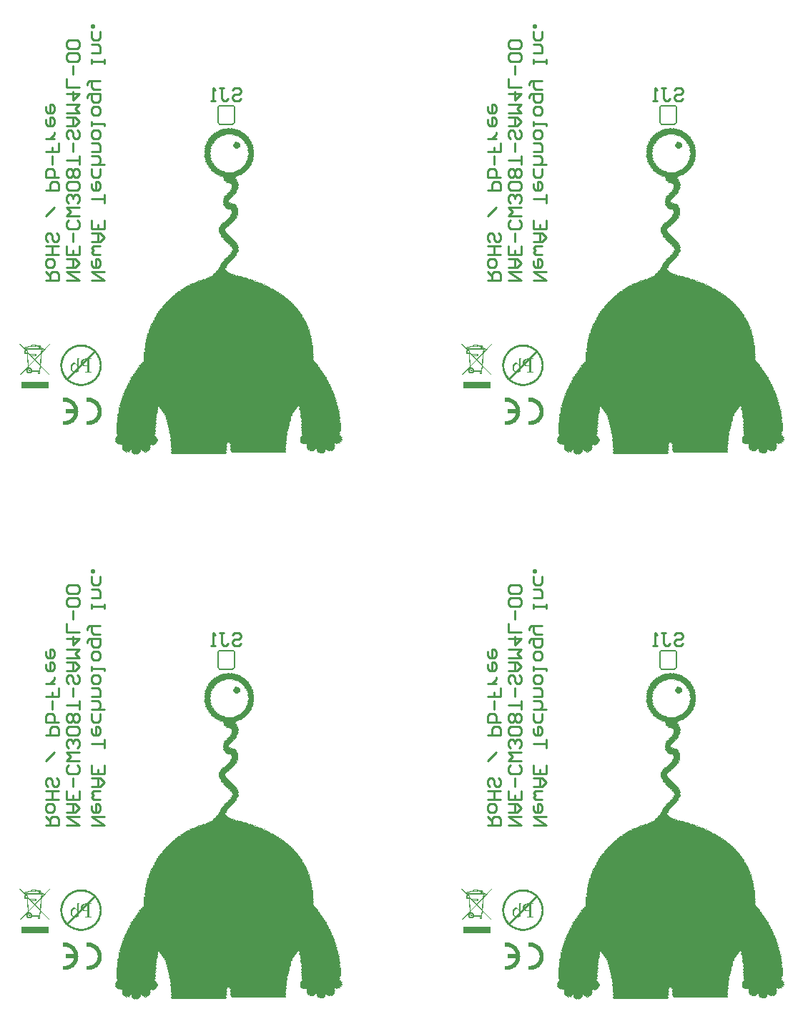
<source format=gbo>
G04 Layer_Color=32896*
%FSLAX25Y25*%
%MOIN*%
G70*
G01*
G75*
%ADD18C,0.01000*%
%ADD36C,0.00787*%
%ADD58C,0.02699*%
G36*
X341060Y424220D02*
X341276D01*
Y424004D01*
X341492D01*
Y424220D01*
X341708D01*
Y424004D01*
X341924D01*
Y423788D01*
X342140D01*
Y424004D01*
X341924D01*
Y424220D01*
X342140D01*
Y424004D01*
X342356D01*
Y423788D01*
X343867D01*
Y423572D01*
X344083D01*
Y423356D01*
X344299D01*
Y423140D01*
X344515D01*
Y423356D01*
X344731D01*
Y423140D01*
X344947D01*
Y422924D01*
X345595D01*
Y422708D01*
X345811D01*
Y422492D01*
X346027D01*
Y422276D01*
X346243D01*
Y422060D01*
X346891D01*
Y421844D01*
X347107D01*
Y421629D01*
X347323D01*
Y421413D01*
X347538D01*
Y421197D01*
X347754D01*
Y420981D01*
X347970D01*
Y420765D01*
X348186D01*
Y420549D01*
X348402D01*
Y420333D01*
X348618D01*
Y420117D01*
X348834D01*
Y419901D01*
X349050D01*
Y419685D01*
X348834D01*
Y419469D01*
X349050D01*
Y419253D01*
X349266D01*
Y419037D01*
X349482D01*
Y418821D01*
X349266D01*
Y418605D01*
X349914D01*
Y418389D01*
X349698D01*
Y418173D01*
X349914D01*
Y417957D01*
X350130D01*
Y417741D01*
X349914D01*
Y417525D01*
X350130D01*
Y417310D01*
X350346D01*
Y417094D01*
X350130D01*
Y416878D01*
X350778D01*
Y416662D01*
X350562D01*
Y416446D01*
X350778D01*
Y416230D01*
X350562D01*
Y416014D01*
X350778D01*
Y415798D01*
X350562D01*
Y415582D01*
X350778D01*
Y415366D01*
X350994D01*
Y415150D01*
X350778D01*
Y414934D01*
X350994D01*
Y414718D01*
X350778D01*
Y414502D01*
X350994D01*
Y414286D01*
X351210D01*
Y414070D01*
X350994D01*
Y413854D01*
X351210D01*
Y413638D01*
X350994D01*
Y413422D01*
X351210D01*
Y413206D01*
X350994D01*
Y412990D01*
X351210D01*
Y412775D01*
X350994D01*
Y412559D01*
X351210D01*
Y412343D01*
X350994D01*
Y412127D01*
X351210D01*
Y411911D01*
X350994D01*
Y411695D01*
X351210D01*
Y411479D01*
X350994D01*
Y411263D01*
X350778D01*
Y411047D01*
X350994D01*
Y410831D01*
X350778D01*
Y410615D01*
X350994D01*
Y410399D01*
X350778D01*
Y410183D01*
X350994D01*
Y409967D01*
X350778D01*
Y410183D01*
X350562D01*
Y409967D01*
X350778D01*
Y409751D01*
X350562D01*
Y409535D01*
X350778D01*
Y409319D01*
X350562D01*
Y409103D01*
X350778D01*
Y408887D01*
X350562D01*
Y408671D01*
X350346D01*
Y408887D01*
X350130D01*
Y408671D01*
X350346D01*
Y408455D01*
X350130D01*
Y408240D01*
X350346D01*
Y408024D01*
X350130D01*
Y408240D01*
X349914D01*
Y408024D01*
X350130D01*
Y407808D01*
X349914D01*
Y407592D01*
X349698D01*
Y407376D01*
X349914D01*
Y407160D01*
X349698D01*
Y406944D01*
X349482D01*
Y407160D01*
X349266D01*
Y406944D01*
X349482D01*
Y406728D01*
X349266D01*
Y406512D01*
X349050D01*
Y406296D01*
X348834D01*
Y406080D01*
X349050D01*
Y405864D01*
X348834D01*
Y405648D01*
X348618D01*
Y405432D01*
X348402D01*
Y405216D01*
X348186D01*
Y405000D01*
X347970D01*
Y404784D01*
X347754D01*
Y404568D01*
X347538D01*
Y404352D01*
X347323D01*
Y404136D01*
X347107D01*
Y403920D01*
X346891D01*
Y403704D01*
X346675D01*
Y403488D01*
X346459D01*
Y403704D01*
X346243D01*
Y403488D01*
X346027D01*
Y403272D01*
X345811D01*
Y403057D01*
X345595D01*
Y403272D01*
X345379D01*
Y403057D01*
X345595D01*
Y402841D01*
X345379D01*
Y402625D01*
X345163D01*
Y402841D01*
X344947D01*
Y402625D01*
X344731D01*
Y402409D01*
X344515D01*
Y402625D01*
X344299D01*
Y402409D01*
X344083D01*
Y402193D01*
X343867D01*
Y402409D01*
X343651D01*
Y402193D01*
X343867D01*
Y401977D01*
X343651D01*
Y402193D01*
X343435D01*
Y401977D01*
X342788D01*
Y401761D01*
X342572D01*
Y401977D01*
X342356D01*
Y401761D01*
X342572D01*
Y401545D01*
X341924D01*
Y401329D01*
X342572D01*
Y401113D01*
X342788D01*
Y400897D01*
X343003D01*
Y400681D01*
X343219D01*
Y400465D01*
X343003D01*
Y400249D01*
X343219D01*
Y400033D01*
X343435D01*
Y399817D01*
X343219D01*
Y399601D01*
X343867D01*
Y399385D01*
X343651D01*
Y399169D01*
Y398954D01*
Y398738D01*
X343867D01*
Y398521D01*
X344083D01*
Y398306D01*
X343867D01*
Y398090D01*
X344083D01*
Y397874D01*
X343867D01*
Y397658D01*
X344083D01*
Y397442D01*
X343867D01*
Y397226D01*
X344083D01*
Y397010D01*
X343867D01*
Y396794D01*
X344083D01*
Y396578D01*
X343867D01*
Y396362D01*
X343651D01*
Y396146D01*
X343867D01*
Y395930D01*
X343651D01*
Y395714D01*
X343435D01*
Y395498D01*
X343219D01*
Y395282D01*
X343435D01*
Y395066D01*
X343219D01*
Y394850D01*
X343003D01*
Y394634D01*
X342788D01*
Y394418D01*
X343003D01*
Y394202D01*
X342788D01*
Y393987D01*
X342572D01*
Y394202D01*
X342356D01*
Y393987D01*
X342572D01*
Y393771D01*
X342356D01*
Y393555D01*
X342140D01*
Y393771D01*
X341924D01*
Y393555D01*
X342140D01*
Y393339D01*
X341924D01*
Y393123D01*
X341708D01*
Y393339D01*
X341492D01*
Y393123D01*
X341708D01*
Y392907D01*
X341492D01*
Y392691D01*
X341276D01*
Y392475D01*
X341060D01*
Y392259D01*
X340844D01*
Y392043D01*
X340628D01*
Y391827D01*
X340412D01*
Y391611D01*
X340196D01*
Y391395D01*
X339980D01*
Y391179D01*
X339764D01*
Y390963D01*
X339548D01*
Y390747D01*
Y390531D01*
Y390315D01*
X339764D01*
Y390099D01*
X339548D01*
Y389883D01*
X339764D01*
Y389667D01*
X339980D01*
Y389452D01*
X340196D01*
Y389235D01*
X340412D01*
Y389452D01*
X340196D01*
Y389667D01*
X340412D01*
Y389452D01*
X340628D01*
Y389667D01*
X340844D01*
Y389452D01*
X341060D01*
Y389235D01*
X342140D01*
Y389020D01*
X342356D01*
Y388804D01*
X342572D01*
Y388588D01*
X342788D01*
Y388372D01*
X343003D01*
Y388156D01*
Y387940D01*
Y387724D01*
X343219D01*
Y387508D01*
X343435D01*
Y387292D01*
X343651D01*
Y387076D01*
X343867D01*
Y386860D01*
X343651D01*
Y386644D01*
X343867D01*
Y386428D01*
X343651D01*
Y386212D01*
Y385996D01*
Y385780D01*
X343867D01*
Y385564D01*
X343651D01*
Y385348D01*
Y385132D01*
Y384916D01*
X343867D01*
Y384700D01*
X343651D01*
Y384485D01*
Y384269D01*
Y384053D01*
X343867D01*
Y383837D01*
X343651D01*
Y383621D01*
X343435D01*
Y383837D01*
X343219D01*
Y383621D01*
X343435D01*
Y383405D01*
X343219D01*
Y383189D01*
X343435D01*
Y382973D01*
X343219D01*
Y382757D01*
X343003D01*
Y382541D01*
X343219D01*
Y382325D01*
X343003D01*
Y382541D01*
X342788D01*
Y382325D01*
X343003D01*
Y382109D01*
X342788D01*
Y381893D01*
X342572D01*
Y382109D01*
X342356D01*
Y381893D01*
X342572D01*
Y381677D01*
X342356D01*
Y381461D01*
X342140D01*
Y381245D01*
X341924D01*
Y381029D01*
X341708D01*
Y380813D01*
X341492D01*
Y380597D01*
X341276D01*
Y380381D01*
X341060D01*
Y380166D01*
X340844D01*
Y379949D01*
X340628D01*
Y379734D01*
X340412D01*
Y379949D01*
X340196D01*
Y379734D01*
X340412D01*
Y379518D01*
X340196D01*
Y379302D01*
X339980D01*
Y379518D01*
X339764D01*
Y379302D01*
X339980D01*
Y379086D01*
X339764D01*
Y378870D01*
X339548D01*
Y379086D01*
X339332D01*
Y378870D01*
X339548D01*
Y378654D01*
X339332D01*
Y378438D01*
X339116D01*
Y378654D01*
X338900D01*
Y378438D01*
X338684D01*
Y378222D01*
X338468D01*
Y378006D01*
X338252D01*
Y377790D01*
X338036D01*
Y377574D01*
X337821D01*
Y377358D01*
X337605D01*
Y377142D01*
X337821D01*
Y376926D01*
X337605D01*
Y376710D01*
X337821D01*
Y376494D01*
X338036D01*
Y376278D01*
X338252D01*
Y376062D01*
X338036D01*
Y375846D01*
X338252D01*
Y375630D01*
X338468D01*
Y375414D01*
X338684D01*
Y375199D01*
X338900D01*
Y374983D01*
X339116D01*
Y374767D01*
X339332D01*
Y374551D01*
X339548D01*
Y374335D01*
X339764D01*
Y374119D01*
X339980D01*
Y373903D01*
X340196D01*
Y373687D01*
X340412D01*
Y373471D01*
X340628D01*
Y373255D01*
X340844D01*
Y373039D01*
X341060D01*
Y372823D01*
X341276D01*
Y372607D01*
X341492D01*
Y372391D01*
X341708D01*
Y372175D01*
X341924D01*
Y371959D01*
X342140D01*
Y371743D01*
X342356D01*
Y371527D01*
X342572D01*
Y371311D01*
X342788D01*
Y371095D01*
X343003D01*
Y370879D01*
Y370663D01*
Y370447D01*
X343219D01*
Y370232D01*
X343867D01*
Y370016D01*
X343651D01*
Y369800D01*
Y369584D01*
Y369368D01*
X343867D01*
Y369152D01*
X344083D01*
Y368936D01*
X343867D01*
Y368720D01*
X344083D01*
Y368504D01*
X343867D01*
Y368288D01*
X344083D01*
Y368072D01*
X343867D01*
Y367856D01*
X344083D01*
Y367640D01*
X343867D01*
Y367424D01*
X344083D01*
Y367208D01*
X343867D01*
Y366992D01*
X344083D01*
Y366776D01*
X343867D01*
Y366992D01*
X343651D01*
Y366776D01*
X343867D01*
Y366560D01*
X343651D01*
Y366344D01*
X343435D01*
Y366128D01*
X343219D01*
Y365913D01*
X343435D01*
Y365697D01*
X343219D01*
Y365481D01*
X343003D01*
Y365265D01*
X343219D01*
Y365049D01*
X343003D01*
Y365265D01*
X342788D01*
Y365049D01*
X343003D01*
Y364833D01*
X342788D01*
Y364617D01*
X342572D01*
Y364833D01*
X342356D01*
Y364617D01*
X342572D01*
Y364401D01*
X342356D01*
Y364185D01*
X342140D01*
Y363969D01*
X341924D01*
Y363753D01*
X341708D01*
Y363537D01*
X341492D01*
Y363321D01*
X341276D01*
Y363105D01*
X341060D01*
Y362889D01*
X340844D01*
Y362673D01*
X340628D01*
Y362457D01*
X340412D01*
Y362241D01*
X340196D01*
Y362025D01*
X339980D01*
Y361809D01*
X339764D01*
Y361593D01*
X339548D01*
Y361378D01*
X339332D01*
Y361161D01*
X339116D01*
Y360946D01*
X338900D01*
Y360730D01*
X338684D01*
Y360514D01*
Y360298D01*
Y360082D01*
X338468D01*
Y359866D01*
X338252D01*
Y359650D01*
X338036D01*
Y359434D01*
X338252D01*
Y359218D01*
X338036D01*
Y359002D01*
X337821D01*
Y358786D01*
Y358570D01*
Y358354D01*
X338036D01*
Y358138D01*
X338252D01*
Y357922D01*
X338468D01*
Y357706D01*
X338684D01*
Y357490D01*
X338900D01*
Y357274D01*
X339548D01*
Y357058D01*
X339764D01*
Y356842D01*
X339980D01*
Y356627D01*
X340196D01*
Y356411D01*
X340412D01*
Y356627D01*
X340196D01*
Y356842D01*
X340412D01*
Y356627D01*
X340628D01*
Y356411D01*
X341708D01*
Y356195D01*
X341924D01*
Y355979D01*
X342140D01*
Y356195D01*
X342356D01*
Y355979D01*
X342572D01*
Y356195D01*
X342788D01*
Y355979D01*
X343003D01*
Y355763D01*
X343219D01*
Y355979D01*
X343435D01*
Y355763D01*
X343651D01*
Y355547D01*
X344731D01*
Y355331D01*
X344947D01*
Y355115D01*
X345163D01*
Y355331D01*
X345379D01*
Y355115D01*
X345595D01*
Y355331D01*
X345811D01*
Y355115D01*
X346027D01*
Y354899D01*
X346243D01*
Y354683D01*
X346459D01*
Y354899D01*
X346243D01*
Y355115D01*
X346459D01*
Y354899D01*
X346675D01*
Y354683D01*
X347754D01*
Y354467D01*
X347970D01*
Y354251D01*
X348186D01*
Y354467D01*
X348402D01*
Y354251D01*
X348618D01*
Y354035D01*
X348834D01*
Y353819D01*
X349050D01*
Y354035D01*
X348834D01*
Y354251D01*
X349050D01*
Y354035D01*
X349266D01*
Y354251D01*
X349482D01*
Y354035D01*
X349698D01*
Y353819D01*
X350778D01*
Y353603D01*
X350994D01*
Y353387D01*
X351210D01*
Y353171D01*
X351426D01*
Y352955D01*
X351642D01*
Y353171D01*
X351426D01*
Y353387D01*
X351642D01*
Y353171D01*
X351858D01*
Y352955D01*
X352937D01*
Y352739D01*
X353153D01*
Y352523D01*
X353801D01*
Y352307D01*
X354017D01*
Y352091D01*
X354233D01*
Y352307D01*
X354017D01*
Y352523D01*
X354233D01*
Y352307D01*
X354449D01*
Y352091D01*
X355097D01*
Y351875D01*
X355313D01*
Y351660D01*
X355529D01*
Y351444D01*
X355745D01*
Y351228D01*
X355961D01*
Y351444D01*
X355745D01*
Y351660D01*
X355961D01*
Y351444D01*
X356177D01*
Y351228D01*
X356824D01*
Y351012D01*
X357041D01*
Y350796D01*
X357256D01*
Y351012D01*
X357472D01*
Y350796D01*
X357688D01*
Y350580D01*
X357904D01*
Y350364D01*
X358552D01*
Y350148D01*
X358768D01*
Y349932D01*
X358984D01*
Y350148D01*
X359200D01*
Y349932D01*
X359416D01*
Y349716D01*
X359632D01*
Y349500D01*
X360280D01*
Y349284D01*
X360496D01*
Y349068D01*
X360712D01*
Y348852D01*
X360928D01*
Y348636D01*
X361144D01*
Y348852D01*
X360928D01*
Y349068D01*
X361144D01*
Y348852D01*
X361360D01*
Y348636D01*
X362007D01*
Y348420D01*
X361791D01*
Y348204D01*
X362439D01*
Y347988D01*
X362655D01*
Y347772D01*
X362871D01*
Y347556D01*
X363087D01*
Y347340D01*
X363303D01*
Y347556D01*
X363519D01*
Y347340D01*
X363735D01*
Y347125D01*
X363951D01*
Y346909D01*
X364599D01*
Y346693D01*
X364383D01*
Y346477D01*
X365031D01*
Y346261D01*
X365247D01*
Y346045D01*
X365463D01*
Y345829D01*
X365679D01*
Y345613D01*
X365895D01*
Y345397D01*
X366110D01*
Y345181D01*
X366758D01*
Y344965D01*
X366974D01*
Y344749D01*
X367190D01*
Y344533D01*
X367406D01*
Y344317D01*
X367622D01*
Y344101D01*
X367838D01*
Y343885D01*
X368054D01*
Y343669D01*
X368270D01*
Y343453D01*
X368486D01*
Y343237D01*
X368702D01*
Y343021D01*
X368918D01*
Y342805D01*
X369134D01*
Y342589D01*
X369350D01*
Y342373D01*
X369566D01*
Y342158D01*
X369782D01*
Y341942D01*
X369998D01*
Y341726D01*
X370214D01*
Y341510D01*
X370430D01*
Y341294D01*
X370646D01*
Y341078D01*
X370862D01*
Y340862D01*
X371077D01*
Y340646D01*
X371293D01*
Y340430D01*
X371509D01*
Y340214D01*
X371725D01*
Y339998D01*
Y339782D01*
Y339566D01*
X371941D01*
Y339350D01*
X372157D01*
Y339134D01*
X372373D01*
Y338918D01*
X372589D01*
Y338702D01*
X372805D01*
Y338486D01*
Y338270D01*
X373237D01*
Y338054D01*
X373021D01*
Y337839D01*
X373237D01*
Y337622D01*
X373453D01*
Y337407D01*
X373669D01*
Y337191D01*
Y336975D01*
Y336759D01*
X373885D01*
Y336543D01*
X374101D01*
Y336327D01*
X373885D01*
Y336111D01*
X374533D01*
Y335895D01*
Y335679D01*
Y335463D01*
X374749D01*
Y335247D01*
X374965D01*
Y335031D01*
X374749D01*
Y334815D01*
X374965D01*
Y334599D01*
X375181D01*
Y334383D01*
X375396D01*
Y334167D01*
Y333951D01*
Y333735D01*
X375612D01*
Y333519D01*
X375828D01*
Y333303D01*
X375612D01*
Y333087D01*
X375828D01*
Y332872D01*
X375612D01*
Y332656D01*
X376044D01*
Y332440D01*
Y332224D01*
X376260D01*
Y332008D01*
X376476D01*
Y331792D01*
X376260D01*
Y331576D01*
Y331360D01*
X376692D01*
Y331144D01*
X376476D01*
Y330928D01*
X376692D01*
Y330712D01*
X376908D01*
Y330496D01*
Y330280D01*
Y330064D01*
X377124D01*
Y329848D01*
Y329632D01*
Y329416D01*
X377340D01*
Y329200D01*
X377124D01*
Y328984D01*
Y328768D01*
X377556D01*
Y328553D01*
X377340D01*
Y328337D01*
X377556D01*
Y328121D01*
X377340D01*
Y327905D01*
X377556D01*
Y327689D01*
X377772D01*
Y327473D01*
X377988D01*
Y327257D01*
X377772D01*
Y327041D01*
Y326825D01*
Y326609D01*
X377988D01*
Y326393D01*
Y326177D01*
Y325961D01*
X378204D01*
Y325745D01*
X377988D01*
Y325529D01*
Y325313D01*
Y325097D01*
X378204D01*
Y324881D01*
X378420D01*
Y324665D01*
X378204D01*
Y324449D01*
X378420D01*
Y324233D01*
X378204D01*
Y324018D01*
X378420D01*
Y323801D01*
X378204D01*
Y323586D01*
X378420D01*
Y323370D01*
Y323154D01*
X378852D01*
Y322938D01*
X378636D01*
Y322722D01*
Y322506D01*
Y322290D01*
X378852D01*
Y322074D01*
X378636D01*
Y321858D01*
Y321642D01*
Y321426D01*
X378852D01*
Y321210D01*
X378636D01*
Y320994D01*
Y320778D01*
Y320562D01*
Y320346D01*
Y320130D01*
X378852D01*
Y319914D01*
X379068D01*
Y319698D01*
X378852D01*
Y319482D01*
Y319266D01*
Y319051D01*
X379068D01*
Y318835D01*
X378852D01*
Y318619D01*
Y318403D01*
Y318187D01*
X379068D01*
Y317971D01*
X378852D01*
Y317755D01*
Y317539D01*
Y317323D01*
X379068D01*
Y317107D01*
X378852D01*
Y316891D01*
Y316675D01*
Y316459D01*
X379068D01*
Y316243D01*
X378852D01*
Y316027D01*
X379068D01*
Y315811D01*
X379284D01*
Y315595D01*
X379500D01*
Y315379D01*
X379716D01*
Y315163D01*
X379932D01*
Y314947D01*
X380148D01*
Y314731D01*
X380363D01*
Y314515D01*
X380579D01*
Y314300D01*
Y314084D01*
X381011D01*
Y313868D01*
Y313652D01*
X381227D01*
Y313436D01*
Y313220D01*
X381443D01*
Y313004D01*
X381659D01*
Y312788D01*
X381875D01*
Y312572D01*
X382091D01*
Y312356D01*
Y312140D01*
Y311924D01*
X382307D01*
Y311708D01*
X382523D01*
Y311492D01*
X382739D01*
Y311276D01*
Y311060D01*
X383171D01*
Y310844D01*
Y310628D01*
Y310412D01*
X383387D01*
Y310196D01*
X383603D01*
Y309981D01*
X383819D01*
Y309765D01*
Y309548D01*
Y309333D01*
X384035D01*
Y309117D01*
X384251D01*
Y308901D01*
X384467D01*
Y308685D01*
Y308469D01*
X384898D01*
Y308253D01*
X384682D01*
Y308037D01*
X384898D01*
Y307821D01*
X385115D01*
Y307605D01*
X385330D01*
Y307389D01*
X385115D01*
Y307173D01*
X385330D01*
Y306957D01*
X385546D01*
Y306741D01*
X385762D01*
Y306525D01*
Y306309D01*
Y306093D01*
X385978D01*
Y305877D01*
X386194D01*
Y305661D01*
X385978D01*
Y305445D01*
X386194D01*
Y305229D01*
X386410D01*
Y305013D01*
X386626D01*
Y304798D01*
Y304582D01*
Y304366D01*
X386842D01*
Y304150D01*
X387058D01*
Y303934D01*
X386842D01*
Y303718D01*
X387058D01*
Y303502D01*
X387274D01*
Y303286D01*
X387490D01*
Y303070D01*
Y302854D01*
Y302638D01*
X387706D01*
Y302422D01*
X387490D01*
Y302206D01*
X387706D01*
Y301990D01*
X387922D01*
Y301774D01*
Y301558D01*
X388354D01*
Y301342D01*
X388138D01*
Y301126D01*
X388354D01*
Y300910D01*
X388570D01*
Y300694D01*
X388354D01*
Y300479D01*
X388570D01*
Y300262D01*
X388786D01*
Y300047D01*
X388570D01*
Y299831D01*
X388786D01*
Y299615D01*
X388570D01*
Y299399D01*
X388786D01*
Y299183D01*
X389002D01*
Y298967D01*
X389218D01*
Y298751D01*
X389002D01*
Y298535D01*
X389218D01*
Y298319D01*
X389434D01*
Y298103D01*
X389218D01*
Y297887D01*
X389434D01*
Y297671D01*
X389650D01*
Y297455D01*
X389434D01*
Y297239D01*
X389650D01*
Y297023D01*
X389434D01*
Y296807D01*
X389650D01*
Y296591D01*
X389865D01*
Y296375D01*
X390081D01*
Y296159D01*
X389865D01*
Y295943D01*
X390081D01*
Y295727D01*
X389865D01*
Y295512D01*
X390081D01*
Y295296D01*
X390297D01*
Y295080D01*
X390081D01*
Y294864D01*
X390297D01*
Y294648D01*
X390081D01*
Y294432D01*
X390297D01*
Y294216D01*
X390513D01*
Y294000D01*
X390297D01*
Y293784D01*
X390513D01*
Y293568D01*
X390297D01*
Y293352D01*
X390513D01*
Y293136D01*
X390729D01*
Y292920D01*
X390945D01*
Y292704D01*
X390729D01*
Y292488D01*
X390945D01*
Y292272D01*
X390729D01*
Y292056D01*
X390945D01*
Y291840D01*
X390729D01*
Y291624D01*
X390945D01*
Y291408D01*
X391161D01*
Y291193D01*
X390945D01*
Y290977D01*
X391161D01*
Y290760D01*
X390945D01*
Y290545D01*
X391161D01*
Y290329D01*
X390945D01*
Y290113D01*
X391161D01*
Y289897D01*
X391377D01*
Y289681D01*
Y289465D01*
Y289249D01*
X391161D01*
Y289033D01*
X391377D01*
Y288817D01*
X391161D01*
Y288601D01*
X391377D01*
Y288385D01*
X391161D01*
Y288169D01*
X391377D01*
Y287953D01*
X391161D01*
Y287737D01*
X391377D01*
Y287521D01*
X391161D01*
Y287305D01*
X391377D01*
Y287089D01*
X391593D01*
Y286873D01*
X391809D01*
Y286657D01*
X391593D01*
Y286441D01*
X391809D01*
Y286226D01*
X391593D01*
Y286010D01*
X391809D01*
Y285794D01*
X391593D01*
Y285578D01*
X391809D01*
Y285362D01*
X391593D01*
Y285146D01*
X391809D01*
Y284930D01*
X391593D01*
Y284714D01*
X391809D01*
Y284498D01*
X391593D01*
Y284282D01*
X391809D01*
Y284066D01*
X391593D01*
Y283850D01*
X391809D01*
Y283634D01*
X391593D01*
Y283418D01*
X391809D01*
Y283202D01*
X391593D01*
Y282986D01*
X391377D01*
Y282770D01*
X391161D01*
Y282554D01*
X391377D01*
Y282338D01*
X391161D01*
Y282122D01*
X391377D01*
Y281907D01*
X391161D01*
Y281691D01*
X390945D01*
Y281474D01*
X391161D01*
Y281259D01*
X391377D01*
Y281043D01*
X391593D01*
Y280827D01*
X391809D01*
Y280611D01*
X392025D01*
Y280395D01*
X392241D01*
Y280179D01*
X392025D01*
Y279963D01*
X392241D01*
Y279747D01*
X392025D01*
Y279531D01*
X392241D01*
Y279315D01*
Y279099D01*
Y278883D01*
X392025D01*
Y278667D01*
X391809D01*
Y278451D01*
X392025D01*
Y278235D01*
X391809D01*
Y278451D01*
X391593D01*
Y278235D01*
X391809D01*
Y278019D01*
X391161D01*
Y277803D01*
X391377D01*
Y277587D01*
X390729D01*
Y277371D01*
X390513D01*
Y277587D01*
X390297D01*
Y277371D01*
X390081D01*
Y277155D01*
X389434D01*
Y277371D01*
X389218D01*
Y277587D01*
X389002D01*
Y277371D01*
X388786D01*
Y277155D01*
X388570D01*
Y276940D01*
X388786D01*
Y276724D01*
Y276508D01*
X389218D01*
Y276292D01*
X389002D01*
Y276076D01*
X388786D01*
Y275860D01*
X388570D01*
Y275644D01*
X388786D01*
Y275428D01*
X388570D01*
Y275212D01*
X388786D01*
Y274996D01*
X388570D01*
Y274780D01*
X388354D01*
Y274564D01*
X388138D01*
Y274348D01*
X387922D01*
Y274132D01*
X387706D01*
Y273916D01*
X387490D01*
Y274132D01*
X387274D01*
Y273916D01*
X387058D01*
Y274132D01*
X386842D01*
Y273916D01*
X386626D01*
Y273700D01*
X385978D01*
Y273916D01*
X385762D01*
Y274132D01*
X385546D01*
Y273916D01*
X385330D01*
Y274132D01*
X385115D01*
Y274348D01*
X384898D01*
Y274564D01*
X384682D01*
Y274348D01*
X384467D01*
Y274132D01*
X384251D01*
Y273916D01*
X384467D01*
Y273700D01*
X384251D01*
Y273484D01*
X384035D01*
Y273268D01*
X383819D01*
Y273052D01*
X383603D01*
Y272836D01*
X381659D01*
Y273052D01*
X381443D01*
Y273268D01*
X381227D01*
Y273052D01*
X381011D01*
Y273268D01*
X380795D01*
Y273484D01*
X380579D01*
Y273700D01*
X380363D01*
Y273916D01*
Y274132D01*
Y274348D01*
X380579D01*
Y274564D01*
X380363D01*
Y274780D01*
X380148D01*
Y274996D01*
X379932D01*
Y274780D01*
X379716D01*
Y274564D01*
X379500D01*
Y274348D01*
X379284D01*
Y274132D01*
X379068D01*
Y273916D01*
X378852D01*
Y274132D01*
X378636D01*
Y273916D01*
X378420D01*
Y273700D01*
X377772D01*
Y273916D01*
X377556D01*
Y274132D01*
X377340D01*
Y273916D01*
X377124D01*
Y274132D01*
X376908D01*
Y274348D01*
X376692D01*
Y274132D01*
X376476D01*
Y274348D01*
X376260D01*
Y274564D01*
X376044D01*
Y274780D01*
Y274996D01*
Y275212D01*
X375828D01*
Y275428D01*
X375612D01*
Y275644D01*
X375828D01*
Y275860D01*
X375612D01*
Y276076D01*
X375828D01*
Y276292D01*
X375612D01*
Y276508D01*
X375828D01*
Y276724D01*
X375612D01*
Y276940D01*
X375828D01*
Y277155D01*
X373885D01*
Y277371D01*
X373669D01*
Y277587D01*
X373453D01*
Y277803D01*
X373237D01*
Y277587D01*
X373021D01*
Y277803D01*
X372805D01*
Y278019D01*
Y278235D01*
Y278451D01*
X372589D01*
Y278667D01*
Y278883D01*
Y279099D01*
X372805D01*
Y279315D01*
X372589D01*
Y279531D01*
Y279747D01*
Y279963D01*
Y280179D01*
Y280395D01*
X372805D01*
Y280611D01*
X373021D01*
Y280827D01*
X373237D01*
Y281043D01*
X373021D01*
Y281259D01*
X373669D01*
Y281474D01*
X373453D01*
Y281691D01*
X373669D01*
Y281907D01*
X373453D01*
Y282122D01*
Y282338D01*
Y282554D01*
Y282770D01*
Y282986D01*
Y283202D01*
Y283418D01*
X373237D01*
Y283634D01*
X373021D01*
Y283850D01*
X373237D01*
Y284066D01*
X373021D01*
Y284282D01*
X373237D01*
Y284498D01*
X373021D01*
Y284714D01*
X373237D01*
Y284930D01*
X373021D01*
Y285146D01*
X373237D01*
Y285362D01*
X373021D01*
Y285578D01*
X373237D01*
Y285794D01*
X373021D01*
Y286010D01*
X373237D01*
Y286226D01*
X373021D01*
Y286441D01*
X373237D01*
Y286657D01*
X373021D01*
Y286873D01*
X373237D01*
Y287089D01*
X373021D01*
Y287305D01*
X373237D01*
Y287521D01*
X373021D01*
Y287737D01*
X373237D01*
Y287953D01*
X373021D01*
Y288169D01*
X373237D01*
Y288385D01*
X373021D01*
Y288601D01*
X373237D01*
Y288817D01*
X373021D01*
Y289033D01*
X373237D01*
Y289249D01*
X373021D01*
Y289465D01*
X372805D01*
Y289681D01*
Y289897D01*
Y290113D01*
Y290329D01*
Y290545D01*
Y290760D01*
Y290977D01*
X373021D01*
Y291193D01*
X372805D01*
Y291408D01*
X372589D01*
Y291624D01*
Y291840D01*
Y292056D01*
Y292272D01*
Y292488D01*
Y292704D01*
Y292920D01*
X372373D01*
Y293136D01*
X372157D01*
Y293352D01*
X372373D01*
Y293568D01*
X372157D01*
Y293784D01*
X372373D01*
Y294000D01*
X372157D01*
Y294216D01*
X372373D01*
Y294432D01*
X372157D01*
Y294648D01*
X371941D01*
Y294864D01*
X371725D01*
Y294648D01*
X371941D01*
Y294432D01*
X371725D01*
Y294648D01*
X371509D01*
Y294432D01*
X371293D01*
Y294216D01*
X371077D01*
Y294000D01*
Y293784D01*
Y293568D01*
X370862D01*
Y293352D01*
X370646D01*
Y293136D01*
X370430D01*
Y292920D01*
X370214D01*
Y292704D01*
Y292488D01*
Y292272D01*
X369782D01*
Y292056D01*
Y291840D01*
X369350D01*
Y291624D01*
Y291408D01*
X368918D01*
Y291193D01*
Y290977D01*
X368702D01*
Y290760D01*
X368918D01*
Y290545D01*
X368702D01*
Y290329D01*
X368918D01*
Y290113D01*
X368486D01*
Y289897D01*
Y289681D01*
Y289465D01*
Y289249D01*
Y289033D01*
Y288817D01*
X368270D01*
Y288601D01*
Y288385D01*
Y288169D01*
Y287953D01*
Y287737D01*
X368054D01*
Y287953D01*
X367838D01*
Y287737D01*
X368054D01*
Y287521D01*
X367838D01*
Y287305D01*
X368054D01*
Y287089D01*
X367838D01*
Y286873D01*
X368054D01*
Y286657D01*
X367622D01*
Y286441D01*
Y286226D01*
X367406D01*
Y286010D01*
X367622D01*
Y285794D01*
Y285578D01*
Y285362D01*
X367406D01*
Y285146D01*
Y284930D01*
Y284714D01*
Y284498D01*
Y284282D01*
X367190D01*
Y284066D01*
X366974D01*
Y283850D01*
X367190D01*
Y283634D01*
X366974D01*
Y283418D01*
X367190D01*
Y283202D01*
X366974D01*
Y282986D01*
X366758D01*
Y282770D01*
X366542D01*
Y282554D01*
X366758D01*
Y282338D01*
Y282122D01*
Y281907D01*
X366542D01*
Y281691D01*
X366758D01*
Y281474D01*
Y281259D01*
Y281043D01*
X366542D01*
Y280827D01*
Y280611D01*
Y280395D01*
Y280179D01*
Y279963D01*
Y279747D01*
Y279531D01*
X366326D01*
Y279315D01*
X366110D01*
Y279099D01*
X366326D01*
Y278883D01*
X366110D01*
Y278667D01*
X366326D01*
Y278451D01*
X366110D01*
Y278235D01*
X366326D01*
Y278019D01*
X366110D01*
Y277803D01*
X366326D01*
Y277587D01*
X366110D01*
Y277371D01*
X366326D01*
Y277155D01*
X366110D01*
Y276940D01*
X366326D01*
Y276724D01*
X366110D01*
Y276508D01*
X365895D01*
Y276292D01*
Y276076D01*
Y275860D01*
X365679D01*
Y275644D01*
X365895D01*
Y275428D01*
Y275212D01*
Y274996D01*
Y274780D01*
Y274564D01*
Y274348D01*
Y274132D01*
X365679D01*
Y273916D01*
X365895D01*
Y273700D01*
Y273484D01*
Y273268D01*
X365679D01*
Y273052D01*
X365463D01*
Y273268D01*
X365247D01*
Y273052D01*
X365031D01*
Y273268D01*
X364815D01*
Y273052D01*
X364599D01*
Y273268D01*
X364383D01*
Y273052D01*
X364167D01*
Y273268D01*
X363951D01*
Y273052D01*
X363735D01*
Y273268D01*
X363519D01*
Y273052D01*
X363303D01*
Y273268D01*
X363087D01*
Y273052D01*
X362871D01*
Y273268D01*
X362655D01*
Y273052D01*
X362439D01*
Y273268D01*
X362223D01*
Y273052D01*
X362007D01*
Y273268D01*
X361791D01*
Y273052D01*
X361576D01*
Y273268D01*
X361360D01*
Y273052D01*
X361144D01*
Y273268D01*
X360928D01*
Y273052D01*
X360712D01*
Y273268D01*
X360496D01*
Y273052D01*
X360280D01*
Y273268D01*
X360064D01*
Y273052D01*
X359848D01*
Y273268D01*
X359632D01*
Y273052D01*
X359416D01*
Y273268D01*
X359200D01*
Y273052D01*
X358984D01*
Y273268D01*
X358768D01*
Y273052D01*
X358552D01*
Y273268D01*
X358336D01*
Y273052D01*
X358120D01*
Y273268D01*
X357904D01*
Y273052D01*
X357688D01*
Y273268D01*
X357472D01*
Y273052D01*
X357256D01*
Y273268D01*
X357041D01*
Y273052D01*
X356824D01*
Y273268D01*
X356609D01*
Y273052D01*
X356393D01*
Y273268D01*
X356177D01*
Y273052D01*
X355961D01*
Y273268D01*
X355745D01*
Y273052D01*
X355529D01*
Y273268D01*
X355313D01*
Y273052D01*
X355097D01*
Y273268D01*
X354881D01*
Y273052D01*
X354665D01*
Y273268D01*
X354449D01*
Y273052D01*
X354233D01*
Y273268D01*
X354017D01*
Y273052D01*
X353801D01*
Y273268D01*
X353585D01*
Y273052D01*
X353369D01*
Y273268D01*
X353153D01*
Y273052D01*
X352937D01*
Y273268D01*
X352721D01*
Y273052D01*
X352505D01*
Y273268D01*
X352290D01*
Y273052D01*
X352074D01*
Y273268D01*
X351858D01*
Y273052D01*
X351642D01*
Y273268D01*
X351426D01*
Y273052D01*
X351210D01*
Y273268D01*
X350994D01*
Y273052D01*
X350778D01*
Y273268D01*
X350562D01*
Y273052D01*
X350346D01*
Y273268D01*
X350130D01*
Y273052D01*
X349914D01*
Y273268D01*
X349698D01*
Y273052D01*
X349482D01*
Y273268D01*
X349266D01*
Y273052D01*
X349050D01*
Y273268D01*
X348834D01*
Y273052D01*
X348618D01*
Y273268D01*
X348402D01*
Y273052D01*
X348186D01*
Y273268D01*
X347970D01*
Y273052D01*
X347754D01*
Y273268D01*
X347538D01*
Y273052D01*
X347323D01*
Y273268D01*
X347107D01*
Y273052D01*
X346891D01*
Y273268D01*
X346675D01*
Y273052D01*
X346459D01*
Y273268D01*
X346243D01*
Y273052D01*
X346027D01*
Y273268D01*
X345811D01*
Y273052D01*
X345595D01*
Y273268D01*
X345379D01*
Y273052D01*
X345163D01*
Y273268D01*
X344947D01*
Y273052D01*
X344731D01*
Y273268D01*
X344515D01*
Y273052D01*
X344299D01*
Y273268D01*
X344083D01*
Y273052D01*
X343867D01*
Y273268D01*
X343651D01*
Y273052D01*
X343435D01*
Y273268D01*
X343219D01*
Y273052D01*
X343003D01*
Y273268D01*
X342788D01*
Y273052D01*
X342572D01*
Y273268D01*
X342356D01*
Y273052D01*
X342140D01*
Y273268D01*
X341924D01*
Y273052D01*
X341708D01*
Y273268D01*
X341492D01*
Y273052D01*
X341276D01*
Y273268D01*
X341060D01*
Y273052D01*
X340844D01*
Y273268D01*
X340628D01*
Y273484D01*
X340412D01*
Y273700D01*
Y273916D01*
Y274132D01*
X340196D01*
Y274348D01*
X340412D01*
Y274564D01*
X340196D01*
Y274780D01*
Y274996D01*
Y275212D01*
X340412D01*
Y275428D01*
X340196D01*
Y275644D01*
Y275860D01*
Y276076D01*
X340412D01*
Y276292D01*
X340196D01*
Y276508D01*
Y276724D01*
Y276940D01*
X339980D01*
Y277155D01*
X339764D01*
Y277371D01*
X339980D01*
Y277587D01*
X339764D01*
Y277803D01*
X339548D01*
Y278019D01*
X339332D01*
Y277803D01*
X339548D01*
Y277587D01*
X339332D01*
Y277803D01*
X339116D01*
Y277587D01*
X338900D01*
Y277803D01*
X338684D01*
Y277587D01*
Y277371D01*
Y277155D01*
X338468D01*
Y276940D01*
X338684D01*
Y276724D01*
X338468D01*
Y276508D01*
Y276292D01*
Y276076D01*
X338684D01*
Y275860D01*
X338468D01*
Y275644D01*
Y275428D01*
Y275212D01*
X338684D01*
Y274996D01*
X338468D01*
Y274780D01*
Y274564D01*
Y274348D01*
X338684D01*
Y274132D01*
X338468D01*
Y273916D01*
X338252D01*
Y274132D01*
X338036D01*
Y273916D01*
X338252D01*
Y273700D01*
X338036D01*
Y273484D01*
X338252D01*
Y273268D01*
X338036D01*
Y273052D01*
X338252D01*
Y272836D01*
X338036D01*
Y272620D01*
X337821D01*
Y272405D01*
X337605D01*
Y272620D01*
X337389D01*
Y272405D01*
X337173D01*
Y272620D01*
X336957D01*
Y272405D01*
X336741D01*
Y272620D01*
X336525D01*
Y272405D01*
X336309D01*
Y272620D01*
X336093D01*
Y272405D01*
X335877D01*
Y272620D01*
X335661D01*
Y272405D01*
X335445D01*
Y272620D01*
X335229D01*
Y272405D01*
X335013D01*
Y272620D01*
X334797D01*
Y272405D01*
X334581D01*
Y272620D01*
X334365D01*
Y272405D01*
X334149D01*
Y272620D01*
X333933D01*
Y272405D01*
X333717D01*
Y272620D01*
X333502D01*
Y272405D01*
X333285D01*
Y272620D01*
X333070D01*
Y272405D01*
X332854D01*
Y272620D01*
X332638D01*
Y272405D01*
X332422D01*
Y272620D01*
X332206D01*
Y272405D01*
X331990D01*
Y272620D01*
X331774D01*
Y272405D01*
X331558D01*
Y272620D01*
X331342D01*
Y272405D01*
X331126D01*
Y272620D01*
X330910D01*
Y272405D01*
X330694D01*
Y272620D01*
X330478D01*
Y272405D01*
X330262D01*
Y272620D01*
X330046D01*
Y272405D01*
X329830D01*
Y272620D01*
X329614D01*
Y272405D01*
X329398D01*
Y272620D01*
X329182D01*
Y272405D01*
X328966D01*
Y272620D01*
X328750D01*
Y272405D01*
X328535D01*
Y272620D01*
X328319D01*
Y272405D01*
X328103D01*
Y272620D01*
X327887D01*
Y272405D01*
X327671D01*
Y272620D01*
X327455D01*
Y272405D01*
X327239D01*
Y272620D01*
X327023D01*
Y272405D01*
X326807D01*
Y272620D01*
X326591D01*
Y272405D01*
X326375D01*
Y272620D01*
X326159D01*
Y272405D01*
X325943D01*
Y272620D01*
X325727D01*
Y272405D01*
X325511D01*
Y272620D01*
X325295D01*
Y272405D01*
X325079D01*
Y272620D01*
X324863D01*
Y272405D01*
X324647D01*
Y272620D01*
X324431D01*
Y272405D01*
X324216D01*
Y272620D01*
X324000D01*
Y272405D01*
X323784D01*
Y272620D01*
X323568D01*
Y272405D01*
X323352D01*
Y272620D01*
X323136D01*
Y272405D01*
X322920D01*
Y272620D01*
X322704D01*
Y272405D01*
X322488D01*
Y272620D01*
X322272D01*
Y272405D01*
X322056D01*
Y272620D01*
X321840D01*
Y272405D01*
X321624D01*
Y272620D01*
X321408D01*
Y272405D01*
X321192D01*
Y272620D01*
X320976D01*
Y272405D01*
X320760D01*
Y272620D01*
X320544D01*
Y272405D01*
X320328D01*
Y272620D01*
X320112D01*
Y272405D01*
X319896D01*
Y272620D01*
X319680D01*
Y272405D01*
X319464D01*
Y272620D01*
X319249D01*
Y272405D01*
X319033D01*
Y272620D01*
X318817D01*
Y272405D01*
X318601D01*
Y272620D01*
X318385D01*
Y272405D01*
X318169D01*
Y272620D01*
X317953D01*
Y272405D01*
X317737D01*
Y272620D01*
X317521D01*
Y272405D01*
X317305D01*
Y272620D01*
X317089D01*
Y272405D01*
X316873D01*
Y272620D01*
X316657D01*
Y272405D01*
X316441D01*
Y272620D01*
X316225D01*
Y272405D01*
X316009D01*
Y272620D01*
X315793D01*
Y272405D01*
X315577D01*
Y272620D01*
X315361D01*
Y272405D01*
X315145D01*
Y272620D01*
X314929D01*
Y272405D01*
X314714D01*
Y272620D01*
X314498D01*
Y272405D01*
X314282D01*
Y272620D01*
X314066D01*
Y272405D01*
X313850D01*
Y272620D01*
X313634D01*
Y272405D01*
X313418D01*
Y272620D01*
X313202D01*
Y272405D01*
X312986D01*
Y272620D01*
X312770D01*
Y272836D01*
X312554D01*
Y273052D01*
X312770D01*
Y273268D01*
X312554D01*
Y273484D01*
X312770D01*
Y273700D01*
Y273916D01*
Y274132D01*
X312554D01*
Y274348D01*
X312770D01*
Y274564D01*
X312554D01*
Y274780D01*
X312770D01*
Y274996D01*
X312554D01*
Y275212D01*
X312770D01*
Y275428D01*
X312554D01*
Y275644D01*
X312338D01*
Y275860D01*
X312554D01*
Y276076D01*
X312338D01*
Y276292D01*
X312554D01*
Y276508D01*
X312338D01*
Y276724D01*
X312554D01*
Y276940D01*
Y277155D01*
Y277371D01*
X312338D01*
Y277587D01*
X312554D01*
Y277803D01*
Y278019D01*
Y278235D01*
X312338D01*
Y278451D01*
X312122D01*
Y278667D01*
X312338D01*
Y278883D01*
X312122D01*
Y279099D01*
X312338D01*
Y279315D01*
X312122D01*
Y279531D01*
X312338D01*
Y279747D01*
X312122D01*
Y279963D01*
X312338D01*
Y280179D01*
X312122D01*
Y280395D01*
X312338D01*
Y280611D01*
X311906D01*
Y280827D01*
Y281043D01*
X311690D01*
Y281259D01*
X311906D01*
Y281474D01*
Y281691D01*
Y281907D01*
X311690D01*
Y282122D01*
Y282338D01*
Y282554D01*
X311474D01*
Y282770D01*
X311690D01*
Y282986D01*
Y283202D01*
Y283418D01*
X311474D01*
Y283634D01*
X311258D01*
Y283850D01*
X311474D01*
Y284066D01*
X311258D01*
Y284282D01*
X311474D01*
Y284498D01*
X311258D01*
Y284714D01*
X311474D01*
Y284930D01*
X311042D01*
Y285146D01*
Y285362D01*
X310826D01*
Y285578D01*
X311042D01*
Y285794D01*
Y286010D01*
Y286226D01*
X310826D01*
Y286441D01*
X310610D01*
Y286657D01*
X310826D01*
Y286873D01*
X310610D01*
Y287089D01*
X310394D01*
Y287305D01*
X310610D01*
Y287521D01*
X310394D01*
Y287737D01*
X310610D01*
Y287953D01*
X310394D01*
Y288169D01*
X310610D01*
Y288385D01*
X310178D01*
Y288601D01*
Y288817D01*
X309963D01*
Y289033D01*
X310178D01*
Y289249D01*
X309963D01*
Y289465D01*
X310178D01*
Y289681D01*
X309963D01*
Y289897D01*
X309747D01*
Y290113D01*
X309963D01*
Y290329D01*
X309747D01*
Y290545D01*
X309531D01*
Y290760D01*
X309747D01*
Y290977D01*
X309315D01*
Y291193D01*
Y291408D01*
X309099D01*
Y291624D01*
X308883D01*
Y291840D01*
X308667D01*
Y292056D01*
X308451D01*
Y292272D01*
X308235D01*
Y292488D01*
X308019D01*
Y292704D01*
X307803D01*
Y292920D01*
X308019D01*
Y293136D01*
X307803D01*
Y293352D01*
X307587D01*
Y293568D01*
X307371D01*
Y293784D01*
X307155D01*
Y294000D01*
X306939D01*
Y294216D01*
X307155D01*
Y294432D01*
X306507D01*
Y294216D01*
X306723D01*
Y294000D01*
X306507D01*
Y293784D01*
X306291D01*
Y293568D01*
X306507D01*
Y293352D01*
X306291D01*
Y293136D01*
X306507D01*
Y292920D01*
X306291D01*
Y292704D01*
X306075D01*
Y292488D01*
X306291D01*
Y292272D01*
X306075D01*
Y292056D01*
X306291D01*
Y291840D01*
X306075D01*
Y291624D01*
X306291D01*
Y291408D01*
X306075D01*
Y291193D01*
X305859D01*
Y290977D01*
X305643D01*
Y290760D01*
X305859D01*
Y290545D01*
X305643D01*
Y290329D01*
X305859D01*
Y290113D01*
X305643D01*
Y289897D01*
X305859D01*
Y289681D01*
X305643D01*
Y289465D01*
X305859D01*
Y289249D01*
X305643D01*
Y289033D01*
X305428D01*
Y288817D01*
X305643D01*
Y288601D01*
X305428D01*
Y288385D01*
X305643D01*
Y288169D01*
X305428D01*
Y287953D01*
X305643D01*
Y287737D01*
X305428D01*
Y287521D01*
Y287305D01*
Y287089D01*
X305643D01*
Y286873D01*
X305428D01*
Y286657D01*
X305643D01*
Y286441D01*
X305428D01*
Y286226D01*
X305643D01*
Y286010D01*
X305428D01*
Y285794D01*
Y285578D01*
Y285362D01*
X305643D01*
Y285146D01*
X305428D01*
Y285362D01*
X305211D01*
Y285146D01*
X305428D01*
Y284930D01*
X305211D01*
Y284714D01*
X305428D01*
Y284498D01*
X305211D01*
Y284282D01*
X305428D01*
Y284066D01*
X305211D01*
Y283850D01*
X305428D01*
Y283634D01*
X305211D01*
Y283418D01*
X305428D01*
Y283202D01*
X305211D01*
Y282986D01*
X305428D01*
Y282770D01*
X305211D01*
Y282554D01*
X305428D01*
Y282338D01*
X305211D01*
Y282122D01*
X305428D01*
Y281907D01*
X305211D01*
Y281691D01*
X304996D01*
Y281474D01*
X304780D01*
Y281259D01*
X304996D01*
Y281043D01*
Y280827D01*
X305428D01*
Y280611D01*
Y280395D01*
X305859D01*
Y280179D01*
Y279963D01*
X306291D01*
Y279747D01*
X306075D01*
Y279531D01*
X306291D01*
Y279315D01*
X306075D01*
Y279099D01*
X306291D01*
Y278883D01*
X306075D01*
Y278667D01*
X306291D01*
Y278451D01*
X306075D01*
Y278235D01*
X306291D01*
Y278019D01*
X305643D01*
Y277803D01*
X305859D01*
Y277587D01*
X305643D01*
Y277371D01*
X305428D01*
Y277155D01*
X305211D01*
Y276940D01*
X304996D01*
Y276724D01*
X304348D01*
Y276508D01*
X304132D01*
Y276724D01*
X303916D01*
Y276508D01*
X303700D01*
Y276724D01*
X303484D01*
Y276508D01*
X303268D01*
Y276724D01*
X303052D01*
Y276508D01*
X302836D01*
Y276724D01*
X302620D01*
Y276508D01*
X302836D01*
Y276292D01*
Y276076D01*
Y275860D01*
X303052D01*
Y275644D01*
X302836D01*
Y275428D01*
Y275212D01*
Y274996D01*
X302620D01*
Y274780D01*
X302836D01*
Y274564D01*
X302620D01*
Y274348D01*
X302404D01*
Y274132D01*
X302188D01*
Y273916D01*
X301972D01*
Y273700D01*
X301324D01*
Y273484D01*
X301108D01*
Y273268D01*
X300892D01*
Y273484D01*
X300676D01*
Y273700D01*
X300461D01*
Y273484D01*
X300676D01*
Y273268D01*
X300461D01*
Y273484D01*
X300245D01*
Y273268D01*
X300029D01*
Y273484D01*
X299813D01*
Y273700D01*
X299165D01*
Y273916D01*
X298949D01*
Y274132D01*
X298733D01*
Y274348D01*
X298517D01*
Y274564D01*
X298301D01*
Y274348D01*
Y274132D01*
Y273916D01*
X298517D01*
Y273700D01*
X298301D01*
Y273484D01*
X298085D01*
Y273268D01*
X297869D01*
Y273052D01*
X297653D01*
Y272836D01*
X297437D01*
Y272620D01*
X297221D01*
Y272405D01*
X296573D01*
Y272188D01*
X296357D01*
Y272405D01*
X296142D01*
Y272188D01*
X295925D01*
Y272405D01*
X295710D01*
Y272188D01*
X295494D01*
Y272405D01*
X295278D01*
Y272620D01*
X295062D01*
Y272405D01*
X294846D01*
Y272620D01*
Y272836D01*
X294414D01*
Y273052D01*
X294198D01*
Y273268D01*
Y273484D01*
Y273700D01*
X293982D01*
Y273916D01*
X294198D01*
Y274132D01*
X293982D01*
Y274348D01*
X293766D01*
Y274132D01*
X293550D01*
Y273916D01*
X293334D01*
Y273700D01*
X293118D01*
Y273484D01*
X292902D01*
Y273268D01*
X292686D01*
Y273484D01*
X292470D01*
Y273268D01*
X292254D01*
Y273484D01*
X292038D01*
Y273700D01*
X291822D01*
Y273484D01*
X292038D01*
Y273268D01*
X291822D01*
Y273484D01*
X291606D01*
Y273268D01*
X291390D01*
Y273484D01*
X291175D01*
Y273700D01*
X290527D01*
Y273916D01*
X290311D01*
Y274132D01*
X290095D01*
Y274348D01*
X289879D01*
Y274564D01*
Y274780D01*
Y274996D01*
X289663D01*
Y275212D01*
Y275428D01*
Y275644D01*
X289879D01*
Y275860D01*
X289663D01*
Y276076D01*
X289879D01*
Y276292D01*
X289663D01*
Y276508D01*
X289879D01*
Y276724D01*
Y276940D01*
Y277155D01*
X289663D01*
Y276940D01*
X289447D01*
Y276724D01*
X289231D01*
Y276940D01*
X289015D01*
Y276724D01*
X288799D01*
Y276940D01*
X288583D01*
Y277155D01*
X288367D01*
Y276940D01*
X288583D01*
Y276724D01*
X288367D01*
Y276940D01*
X288151D01*
Y276724D01*
X287935D01*
Y276940D01*
Y277155D01*
X287503D01*
Y277371D01*
X287287D01*
Y277587D01*
X287071D01*
Y277803D01*
X286856D01*
Y278019D01*
X286639D01*
Y278235D01*
X286423D01*
Y278451D01*
Y278667D01*
Y278883D01*
X286639D01*
Y279099D01*
X286423D01*
Y279315D01*
Y279531D01*
Y279747D01*
X286639D01*
Y279531D01*
X286856D01*
Y279747D01*
X286639D01*
Y279963D01*
X286856D01*
Y280179D01*
X286639D01*
Y280395D01*
X286856D01*
Y280611D01*
X287071D01*
Y280827D01*
X287287D01*
Y281043D01*
Y281259D01*
Y281474D01*
X287503D01*
Y281691D01*
X287287D01*
Y281907D01*
X287071D01*
Y282122D01*
Y282338D01*
Y282554D01*
Y282770D01*
Y282986D01*
Y283202D01*
Y283418D01*
Y283634D01*
Y283850D01*
Y284066D01*
Y284282D01*
Y284498D01*
Y284714D01*
Y284930D01*
Y285146D01*
Y285362D01*
Y285578D01*
Y285794D01*
Y286010D01*
Y286226D01*
Y286441D01*
Y286657D01*
Y286873D01*
Y287089D01*
Y287305D01*
X287287D01*
Y287521D01*
Y287737D01*
Y287953D01*
Y288169D01*
Y288385D01*
Y288601D01*
Y288817D01*
Y289033D01*
Y289249D01*
Y289465D01*
Y289681D01*
X287503D01*
Y289897D01*
X287719D01*
Y290113D01*
X287503D01*
Y290329D01*
X287719D01*
Y290545D01*
X287503D01*
Y290760D01*
X287719D01*
Y290977D01*
X287503D01*
Y291193D01*
X287719D01*
Y291408D01*
X287503D01*
Y291624D01*
X287935D01*
Y291840D01*
Y292056D01*
Y292272D01*
Y292488D01*
Y292704D01*
Y292920D01*
X288151D01*
Y293136D01*
Y293352D01*
Y293568D01*
Y293784D01*
Y294000D01*
Y294216D01*
Y294432D01*
X288367D01*
Y294216D01*
X288583D01*
Y294432D01*
X288367D01*
Y294648D01*
X288583D01*
Y294864D01*
X288367D01*
Y295080D01*
X288583D01*
Y295296D01*
X288367D01*
Y295512D01*
X288583D01*
Y295727D01*
X288799D01*
Y295943D01*
Y296159D01*
Y296375D01*
X289015D01*
Y296591D01*
Y296807D01*
Y297023D01*
X289231D01*
Y297239D01*
X289015D01*
Y297455D01*
X289231D01*
Y297671D01*
X289447D01*
Y297887D01*
X289231D01*
Y298103D01*
X289447D01*
Y298319D01*
X289231D01*
Y298535D01*
X289663D01*
Y298751D01*
Y298967D01*
Y299183D01*
Y299399D01*
X289879D01*
Y299615D01*
X290095D01*
Y299831D01*
X289879D01*
Y300047D01*
X290095D01*
Y299831D01*
X290311D01*
Y300047D01*
X290095D01*
Y300262D01*
X290311D01*
Y300479D01*
X290095D01*
Y300694D01*
X290311D01*
Y300910D01*
X290527D01*
Y301126D01*
X290743D01*
Y301342D01*
X290527D01*
Y301558D01*
X290743D01*
Y301774D01*
Y301990D01*
Y302206D01*
X290959D01*
Y301990D01*
X291175D01*
Y302206D01*
X290959D01*
Y302422D01*
X291175D01*
Y302638D01*
X290959D01*
Y302854D01*
X291390D01*
Y303070D01*
Y303286D01*
X291606D01*
Y303502D01*
Y303718D01*
Y303934D01*
X291822D01*
Y303718D01*
X292038D01*
Y303934D01*
X291822D01*
Y304150D01*
X292038D01*
Y304366D01*
X291822D01*
Y304582D01*
X292038D01*
Y304798D01*
X292254D01*
Y305013D01*
X292470D01*
Y305229D01*
Y305445D01*
Y305661D01*
X292686D01*
Y305445D01*
X292902D01*
Y305661D01*
X292686D01*
Y305877D01*
X292902D01*
Y306093D01*
X292686D01*
Y306309D01*
X293118D01*
Y306525D01*
Y306741D01*
X293334D01*
Y306957D01*
Y307173D01*
Y307389D01*
X293550D01*
Y307173D01*
X293766D01*
Y307389D01*
X293550D01*
Y307605D01*
X293766D01*
Y307821D01*
X293550D01*
Y308037D01*
X294198D01*
Y308253D01*
X293982D01*
Y308469D01*
X294198D01*
Y308685D01*
X294414D01*
Y308901D01*
X294630D01*
Y309117D01*
X294846D01*
Y309333D01*
Y309548D01*
Y309765D01*
X295062D01*
Y309981D01*
X295278D01*
Y310196D01*
X295494D01*
Y310412D01*
X295278D01*
Y310628D01*
X295925D01*
Y310844D01*
X295710D01*
Y311060D01*
X295925D01*
Y310844D01*
X296142D01*
Y311060D01*
X295925D01*
Y311276D01*
X296142D01*
Y311492D01*
X296357D01*
Y311708D01*
X296573D01*
Y311924D01*
X296789D01*
Y312140D01*
X296573D01*
Y312356D01*
X296789D01*
Y312572D01*
X297005D01*
Y312788D01*
X297221D01*
Y313004D01*
X297437D01*
Y312788D01*
X297653D01*
Y313004D01*
X297437D01*
Y313220D01*
X297653D01*
Y313436D01*
X297437D01*
Y313652D01*
X298085D01*
Y313868D01*
X297869D01*
Y314084D01*
X298517D01*
Y314300D01*
X298301D01*
Y314515D01*
X298517D01*
Y314731D01*
X298733D01*
Y314947D01*
X298949D01*
Y315163D01*
X299165D01*
Y315379D01*
X299381D01*
Y315595D01*
X299597D01*
Y315811D01*
X299813D01*
Y316027D01*
X299597D01*
Y316243D01*
X299813D01*
Y316459D01*
X299597D01*
Y316675D01*
X299813D01*
Y316891D01*
X299597D01*
Y317107D01*
X299813D01*
Y317323D01*
X299597D01*
Y317539D01*
X299813D01*
Y317755D01*
X299597D01*
Y317971D01*
X299813D01*
Y318187D01*
X299597D01*
Y318403D01*
X299813D01*
Y318619D01*
X299597D01*
Y318835D01*
X299813D01*
Y319051D01*
X299597D01*
Y319266D01*
X299813D01*
Y319482D01*
X299597D01*
Y319698D01*
X299813D01*
Y319914D01*
X299597D01*
Y320130D01*
X300245D01*
Y320346D01*
X300029D01*
Y320562D01*
X300245D01*
Y320778D01*
X300029D01*
Y320994D01*
X300245D01*
Y321210D01*
X300029D01*
Y321426D01*
X300245D01*
Y321642D01*
X300029D01*
Y321858D01*
X300245D01*
Y322074D01*
X300029D01*
Y322290D01*
X300245D01*
Y322506D01*
Y322722D01*
Y322938D01*
X300461D01*
Y323154D01*
X300245D01*
Y323370D01*
Y323586D01*
Y323801D01*
X300461D01*
Y324018D01*
X300676D01*
Y324233D01*
X300461D01*
Y324449D01*
X300676D01*
Y324665D01*
X300461D01*
Y324881D01*
X300676D01*
Y325097D01*
X300461D01*
Y325313D01*
X300676D01*
Y325529D01*
X300892D01*
Y325745D01*
X301108D01*
Y325961D01*
X300892D01*
Y326177D01*
X301108D01*
Y326393D01*
X300892D01*
Y326609D01*
X301108D01*
Y326825D01*
Y327041D01*
Y327257D01*
X301324D01*
Y327473D01*
X301108D01*
Y327689D01*
X301324D01*
Y327905D01*
X301540D01*
Y328121D01*
X301324D01*
Y328337D01*
X301540D01*
Y328553D01*
X301324D01*
Y328768D01*
X301972D01*
Y328984D01*
X301756D01*
Y329200D01*
X301972D01*
Y329416D01*
X301756D01*
Y329632D01*
X301972D01*
Y329848D01*
X302188D01*
Y330064D01*
X301972D01*
Y330280D01*
X302188D01*
Y330496D01*
X302404D01*
Y330712D01*
X302188D01*
Y330928D01*
X302404D01*
Y331144D01*
X302620D01*
Y330928D01*
X302836D01*
Y331144D01*
X302620D01*
Y331360D01*
X302836D01*
Y331576D01*
X302620D01*
Y331792D01*
X302836D01*
Y332008D01*
Y332224D01*
Y332440D01*
X303052D01*
Y332224D01*
X303268D01*
Y332440D01*
X303052D01*
Y332656D01*
X303268D01*
Y332872D01*
X303052D01*
Y333087D01*
X303700D01*
Y333303D01*
X303484D01*
Y333519D01*
X303700D01*
Y333735D01*
Y333951D01*
X304132D01*
Y334167D01*
X303916D01*
Y334383D01*
X304132D01*
Y334599D01*
X303916D01*
Y334815D01*
X304564D01*
Y335031D01*
X304348D01*
Y335247D01*
X304564D01*
Y335463D01*
Y335679D01*
Y335895D01*
X304780D01*
Y335679D01*
X304996D01*
Y335895D01*
X304780D01*
Y336111D01*
X304996D01*
Y336327D01*
X304780D01*
Y336543D01*
X305428D01*
Y336759D01*
X305211D01*
Y336975D01*
X305428D01*
Y336759D01*
X305643D01*
Y336975D01*
X305428D01*
Y337191D01*
X305643D01*
Y337407D01*
X305859D01*
Y337622D01*
X305643D01*
Y337839D01*
X305859D01*
Y338054D01*
X306075D01*
Y338270D01*
X306291D01*
Y338486D01*
X306507D01*
Y338702D01*
X306723D01*
Y338918D01*
X306507D01*
Y339134D01*
X307155D01*
Y339350D01*
X306939D01*
Y339566D01*
X307155D01*
Y339350D01*
X307371D01*
Y339566D01*
X307155D01*
Y339782D01*
X307371D01*
Y339998D01*
X307587D01*
Y340214D01*
X307803D01*
Y340430D01*
X308019D01*
Y340646D01*
X308235D01*
Y340862D01*
X308451D01*
Y341078D01*
X308235D01*
Y341294D01*
X308451D01*
Y341510D01*
X308667D01*
Y341294D01*
X308883D01*
Y341510D01*
X308667D01*
Y341726D01*
X308883D01*
Y341942D01*
X309099D01*
Y342158D01*
X309315D01*
Y342373D01*
X309531D01*
Y342589D01*
X309747D01*
Y342805D01*
X309963D01*
Y343021D01*
X310178D01*
Y343237D01*
X309963D01*
Y343453D01*
X310610D01*
Y343669D01*
X310826D01*
Y343885D01*
X311042D01*
Y344101D01*
X310826D01*
Y344317D01*
X311474D01*
Y344533D01*
X311690D01*
Y344749D01*
X311906D01*
Y344965D01*
X312122D01*
Y345181D01*
X312338D01*
Y345397D01*
X312554D01*
Y345613D01*
X312770D01*
Y345829D01*
X312986D01*
Y345613D01*
X313202D01*
Y345829D01*
X312986D01*
Y346045D01*
X313634D01*
Y346261D01*
X313418D01*
Y346477D01*
X313634D01*
Y346693D01*
X313850D01*
Y346477D01*
X314066D01*
Y346693D01*
X313850D01*
Y346909D01*
X314282D01*
Y347125D01*
Y347340D01*
X314498D01*
Y347556D01*
X314714D01*
Y347340D01*
X314929D01*
Y347556D01*
X315145D01*
Y347772D01*
X315361D01*
Y347988D01*
X315577D01*
Y348204D01*
X315793D01*
Y348420D01*
X316009D01*
Y348204D01*
X316225D01*
Y348420D01*
X316009D01*
Y348636D01*
X316225D01*
Y348420D01*
X316441D01*
Y348636D01*
X316657D01*
Y348852D01*
X316873D01*
Y348636D01*
X317089D01*
Y348852D01*
X316873D01*
Y349068D01*
X317089D01*
Y349284D01*
X317305D01*
Y349068D01*
X317521D01*
Y349284D01*
X317305D01*
Y349500D01*
X317953D01*
Y349716D01*
X318169D01*
Y349932D01*
X318385D01*
Y350148D01*
X318601D01*
Y349932D01*
X318817D01*
Y350148D01*
X318601D01*
Y350364D01*
X318817D01*
Y350148D01*
X319033D01*
Y350364D01*
X319249D01*
Y350580D01*
X319464D01*
Y350364D01*
X319680D01*
Y350580D01*
X319464D01*
Y350796D01*
X320112D01*
Y351012D01*
X320328D01*
Y351228D01*
X320976D01*
Y351444D01*
X321192D01*
Y351228D01*
X321408D01*
Y351444D01*
X321192D01*
Y351660D01*
X321408D01*
Y351875D01*
X321624D01*
Y351660D01*
X321840D01*
Y351875D01*
X322056D01*
Y352091D01*
X322704D01*
Y352307D01*
X322920D01*
Y352091D01*
X323136D01*
Y352307D01*
X322920D01*
Y352523D01*
X323136D01*
Y352307D01*
X323352D01*
Y352523D01*
X323568D01*
Y352739D01*
X323784D01*
Y352523D01*
X324000D01*
Y352739D01*
X324216D01*
Y352955D01*
X324863D01*
Y353171D01*
X325079D01*
Y353387D01*
X325295D01*
Y353171D01*
X325511D01*
Y352955D01*
X325727D01*
Y353171D01*
X325511D01*
Y353387D01*
X326159D01*
Y353603D01*
X326375D01*
Y353387D01*
X326591D01*
Y353603D01*
X326807D01*
Y353819D01*
X327455D01*
Y354035D01*
X327671D01*
Y354251D01*
X327887D01*
Y354035D01*
X328103D01*
Y353819D01*
X328319D01*
Y354035D01*
X328103D01*
Y354251D01*
X328750D01*
Y354467D01*
X328966D01*
Y354251D01*
X329182D01*
Y354467D01*
X329398D01*
Y354683D01*
X330046D01*
Y354899D01*
X330262D01*
Y355115D01*
X330478D01*
Y355331D01*
X330694D01*
Y355115D01*
X330910D01*
Y355331D01*
X331126D01*
Y355547D01*
X331342D01*
Y355763D01*
X331558D01*
Y355547D01*
X331774D01*
Y355763D01*
X331558D01*
Y355979D01*
X332206D01*
Y356195D01*
X331990D01*
Y356411D01*
X332638D01*
Y356627D01*
X332422D01*
Y356842D01*
X333070D01*
Y357058D01*
X332854D01*
Y357274D01*
X333502D01*
Y357490D01*
X333285D01*
Y357706D01*
X333933D01*
Y357922D01*
X333717D01*
Y358138D01*
X334365D01*
Y358354D01*
X334149D01*
Y358570D01*
X334365D01*
Y358786D01*
X334581D01*
Y359002D01*
X334797D01*
Y359218D01*
X334581D01*
Y359434D01*
X334797D01*
Y359650D01*
X335013D01*
Y359866D01*
X335229D01*
Y360082D01*
X335013D01*
Y360298D01*
X335229D01*
Y360514D01*
X335445D01*
Y360730D01*
X335661D01*
Y360946D01*
X335877D01*
Y361161D01*
Y361378D01*
Y361593D01*
X336093D01*
Y361809D01*
X336309D01*
Y362025D01*
X336525D01*
Y362241D01*
X336741D01*
Y362457D01*
X336957D01*
Y362673D01*
X336741D01*
Y362889D01*
X337389D01*
Y363105D01*
X337173D01*
Y363321D01*
X337821D01*
Y363537D01*
X337605D01*
Y363753D01*
X338252D01*
Y363969D01*
X338036D01*
Y364185D01*
X338684D01*
Y364401D01*
X338468D01*
Y364617D01*
X339116D01*
Y364833D01*
X338900D01*
Y365049D01*
X339548D01*
Y365265D01*
X339332D01*
Y365481D01*
X339980D01*
Y365697D01*
X339764D01*
Y365913D01*
X340412D01*
Y366128D01*
X340196D01*
Y366344D01*
X340412D01*
Y366560D01*
X340628D01*
Y366776D01*
X340844D01*
Y366992D01*
X340628D01*
Y367208D01*
X340844D01*
Y367424D01*
X341060D01*
Y367640D01*
X341276D01*
Y367856D01*
X341060D01*
Y368072D01*
Y368288D01*
Y368504D01*
X340844D01*
Y368720D01*
X340628D01*
Y368936D01*
X340844D01*
Y369152D01*
X340196D01*
Y369368D01*
X340412D01*
Y369584D01*
X339764D01*
Y369800D01*
X339980D01*
Y370016D01*
X339332D01*
Y370232D01*
X339116D01*
Y370447D01*
X338900D01*
Y370663D01*
X338684D01*
Y370879D01*
X338468D01*
Y371095D01*
X338252D01*
Y371311D01*
X338036D01*
Y371527D01*
X337821D01*
Y371743D01*
X337605D01*
Y371959D01*
X337389D01*
Y372175D01*
X337173D01*
Y372391D01*
X336957D01*
Y372607D01*
X336741D01*
Y372823D01*
X336957D01*
Y373039D01*
X336309D01*
Y373255D01*
X336525D01*
Y373471D01*
X335877D01*
Y373687D01*
X336093D01*
Y373903D01*
X335877D01*
Y374119D01*
X335661D01*
Y374335D01*
X335445D01*
Y374551D01*
X335661D01*
Y374767D01*
X335445D01*
Y374983D01*
X335229D01*
Y375199D01*
X335013D01*
Y375414D01*
X335229D01*
Y375630D01*
X335013D01*
Y375846D01*
X334797D01*
Y376062D01*
X334581D01*
Y376278D01*
X334797D01*
Y376494D01*
X334581D01*
Y376710D01*
X334797D01*
Y376926D01*
X334581D01*
Y377142D01*
X334797D01*
Y377358D01*
X334581D01*
Y377574D01*
X334797D01*
Y377790D01*
X334581D01*
Y378006D01*
X335229D01*
Y378222D01*
X335013D01*
Y378438D01*
X335229D01*
Y378654D01*
Y378870D01*
Y379086D01*
X335445D01*
Y379302D01*
X335661D01*
Y379518D01*
X335877D01*
Y379734D01*
X336093D01*
Y379949D01*
X336309D01*
Y380166D01*
X336525D01*
Y380381D01*
X336741D01*
Y380597D01*
X337389D01*
Y380813D01*
X337605D01*
Y381029D01*
X337821D01*
Y381245D01*
X338036D01*
Y381461D01*
X338252D01*
Y381677D01*
X338468D01*
Y381893D01*
X338684D01*
Y382109D01*
X338900D01*
Y382325D01*
X339116D01*
Y382541D01*
X339332D01*
Y382757D01*
X339548D01*
Y382973D01*
X339764D01*
Y383189D01*
X339980D01*
Y383405D01*
X340196D01*
Y383621D01*
Y383837D01*
Y384053D01*
X340412D01*
Y384269D01*
Y384485D01*
X340844D01*
Y384700D01*
X340628D01*
Y384916D01*
X340844D01*
Y385132D01*
X340628D01*
Y385348D01*
X340844D01*
Y385564D01*
X340628D01*
Y385780D01*
X340412D01*
Y385996D01*
Y386212D01*
Y386428D01*
X340196D01*
Y386212D01*
X339980D01*
Y386428D01*
X339332D01*
Y386644D01*
X339116D01*
Y386428D01*
X338900D01*
Y386644D01*
X338684D01*
Y386860D01*
X338468D01*
Y387076D01*
X338252D01*
Y387292D01*
X337605D01*
Y387508D01*
X337821D01*
Y387724D01*
X337173D01*
Y387940D01*
X337389D01*
Y388156D01*
X336957D01*
Y388372D01*
Y388588D01*
X336741D01*
Y388804D01*
Y389020D01*
Y389235D01*
X336957D01*
Y389452D01*
X336741D01*
Y389667D01*
Y389883D01*
Y390099D01*
X336957D01*
Y390315D01*
X336741D01*
Y390531D01*
Y390747D01*
Y390963D01*
X336957D01*
Y391179D01*
X336741D01*
Y391395D01*
X336957D01*
Y391611D01*
Y391827D01*
Y392043D01*
X337173D01*
Y392259D01*
X337389D01*
Y392475D01*
X337173D01*
Y392691D01*
X337821D01*
Y392907D01*
X337605D01*
Y393123D01*
X338252D01*
Y393339D01*
X338036D01*
Y393555D01*
X338684D01*
Y393771D01*
X338468D01*
Y393987D01*
X339116D01*
Y394202D01*
X338900D01*
Y394418D01*
X339548D01*
Y394634D01*
X339332D01*
Y394850D01*
X339980D01*
Y395066D01*
X339764D01*
Y395282D01*
X339980D01*
Y395498D01*
X340196D01*
Y395714D01*
X340412D01*
Y395930D01*
X340628D01*
Y396146D01*
X340412D01*
Y396362D01*
X340628D01*
Y396578D01*
X340844D01*
Y396794D01*
X340628D01*
Y397010D01*
X340844D01*
Y397226D01*
X340628D01*
Y397442D01*
X340844D01*
Y397658D01*
X340628D01*
Y397874D01*
X340844D01*
Y398090D01*
X340628D01*
Y398306D01*
X340412D01*
Y398521D01*
X340196D01*
Y398738D01*
X339980D01*
Y398521D01*
X339764D01*
Y398738D01*
X339548D01*
Y398954D01*
X339332D01*
Y398738D01*
X339548D01*
Y398521D01*
X339332D01*
Y398738D01*
X339116D01*
Y398521D01*
X338900D01*
Y398738D01*
X338684D01*
Y398954D01*
X338468D01*
Y399169D01*
X338252D01*
Y399385D01*
X337605D01*
Y399601D01*
X337821D01*
Y399817D01*
X337173D01*
Y400033D01*
X337389D01*
Y400249D01*
X337173D01*
Y400465D01*
X336957D01*
Y400681D01*
Y400897D01*
Y401113D01*
X336741D01*
Y401329D01*
X336957D01*
Y401545D01*
X336741D01*
Y401761D01*
X336525D01*
Y401977D01*
X335877D01*
Y401761D01*
X335661D01*
Y401977D01*
X335445D01*
Y402193D01*
X335229D01*
Y402409D01*
X335013D01*
Y402193D01*
X335229D01*
Y401977D01*
X335013D01*
Y402193D01*
X334797D01*
Y402409D01*
X334149D01*
Y402625D01*
X333933D01*
Y402841D01*
X333285D01*
Y403057D01*
X333502D01*
Y403272D01*
X332854D01*
Y403488D01*
X332638D01*
Y403704D01*
X332422D01*
Y403920D01*
X332206D01*
Y404136D01*
X331558D01*
Y404352D01*
X331342D01*
Y404568D01*
X331126D01*
Y404784D01*
X330910D01*
Y405000D01*
Y405216D01*
Y405432D01*
X330694D01*
Y405648D01*
X330478D01*
Y405864D01*
X330262D01*
Y406080D01*
X330046D01*
Y406296D01*
X329830D01*
Y406512D01*
X330046D01*
Y406728D01*
X329398D01*
Y406944D01*
X329614D01*
Y407160D01*
X329398D01*
Y407376D01*
X329182D01*
Y407592D01*
Y407808D01*
Y408024D01*
X328966D01*
Y408240D01*
X329182D01*
Y408455D01*
X328535D01*
Y408671D01*
X328750D01*
Y408887D01*
X328535D01*
Y409103D01*
X328750D01*
Y409319D01*
X328535D01*
Y409535D01*
X328319D01*
Y409751D01*
X328103D01*
Y409967D01*
X328319D01*
Y410183D01*
Y410399D01*
Y410615D01*
X328103D01*
Y410831D01*
Y411047D01*
Y411263D01*
X327887D01*
Y411479D01*
X328103D01*
Y411695D01*
X328319D01*
Y411911D01*
X328103D01*
Y412127D01*
Y412343D01*
Y412559D01*
X328319D01*
Y412775D01*
X328103D01*
Y412990D01*
X327887D01*
Y413206D01*
X328103D01*
Y413422D01*
X328319D01*
Y413638D01*
X328103D01*
Y413854D01*
Y414070D01*
Y414286D01*
X328319D01*
Y414502D01*
X328103D01*
Y414718D01*
X327887D01*
Y414934D01*
X328103D01*
Y415150D01*
X328319D01*
Y415366D01*
X328103D01*
Y415582D01*
X328319D01*
Y415798D01*
X328103D01*
Y416014D01*
X328319D01*
Y416230D01*
Y416446D01*
Y416662D01*
X328535D01*
Y416446D01*
X328750D01*
Y416662D01*
X328535D01*
Y416878D01*
X328750D01*
Y417094D01*
X328966D01*
Y417310D01*
Y417525D01*
Y417741D01*
X329182D01*
Y417957D01*
Y418173D01*
Y418389D01*
X329398D01*
Y418173D01*
X329614D01*
Y418389D01*
X329398D01*
Y418605D01*
X329614D01*
Y418821D01*
X329830D01*
Y419037D01*
Y419253D01*
Y419469D01*
X330046D01*
Y419685D01*
X330262D01*
Y419901D01*
X330478D01*
Y420117D01*
X330694D01*
Y420333D01*
X330910D01*
Y420549D01*
Y420765D01*
X331342D01*
Y420981D01*
X331126D01*
Y421197D01*
X331774D01*
Y421413D01*
X331990D01*
Y421629D01*
X332206D01*
Y421844D01*
X332422D01*
Y422060D01*
X332638D01*
Y422276D01*
X332854D01*
Y422492D01*
X333070D01*
Y422276D01*
X333285D01*
Y422492D01*
X333502D01*
Y422708D01*
X333717D01*
Y422924D01*
X334365D01*
Y423140D01*
X334581D01*
Y423356D01*
X334797D01*
Y423572D01*
X335013D01*
Y423356D01*
X335229D01*
Y423572D01*
X335445D01*
Y423356D01*
X335661D01*
Y423572D01*
X335445D01*
Y423788D01*
X336525D01*
Y424004D01*
X336741D01*
Y424220D01*
X336957D01*
Y424004D01*
X337173D01*
Y424220D01*
X337389D01*
Y424004D01*
X337605D01*
Y424220D01*
X337821D01*
Y424004D01*
X338036D01*
Y424220D01*
X338252D01*
Y424436D01*
X338468D01*
Y424220D01*
X338684D01*
Y424436D01*
X338900D01*
Y424220D01*
X339116D01*
Y424436D01*
X339332D01*
Y424220D01*
X339548D01*
Y424436D01*
X339764D01*
Y424220D01*
X339980D01*
Y424436D01*
X340196D01*
Y424220D01*
X340412D01*
Y424436D01*
X340628D01*
Y424220D01*
X340844D01*
Y424436D01*
X341060D01*
Y424220D01*
D02*
G37*
G36*
X135060D02*
X135276D01*
Y424004D01*
X135492D01*
Y424220D01*
X135708D01*
Y424004D01*
X135924D01*
Y423788D01*
X136140D01*
Y424004D01*
X135924D01*
Y424220D01*
X136140D01*
Y424004D01*
X136356D01*
Y423788D01*
X137867D01*
Y423572D01*
X138083D01*
Y423356D01*
X138299D01*
Y423140D01*
X138515D01*
Y423356D01*
X138731D01*
Y423140D01*
X138947D01*
Y422924D01*
X139595D01*
Y422708D01*
X139811D01*
Y422492D01*
X140027D01*
Y422276D01*
X140243D01*
Y422060D01*
X140891D01*
Y421844D01*
X141107D01*
Y421629D01*
X141323D01*
Y421413D01*
X141539D01*
Y421197D01*
X141754D01*
Y420981D01*
X141970D01*
Y420765D01*
X142186D01*
Y420549D01*
X142402D01*
Y420333D01*
X142618D01*
Y420117D01*
X142834D01*
Y419901D01*
X143050D01*
Y419685D01*
X142834D01*
Y419469D01*
X143050D01*
Y419253D01*
X143266D01*
Y419037D01*
X143482D01*
Y418821D01*
X143266D01*
Y418605D01*
X143914D01*
Y418389D01*
X143698D01*
Y418173D01*
X143914D01*
Y417957D01*
X144130D01*
Y417741D01*
X143914D01*
Y417525D01*
X144130D01*
Y417310D01*
X144346D01*
Y417094D01*
X144130D01*
Y416878D01*
X144778D01*
Y416662D01*
X144562D01*
Y416446D01*
X144778D01*
Y416230D01*
X144562D01*
Y416014D01*
X144778D01*
Y415798D01*
X144562D01*
Y415582D01*
X144778D01*
Y415366D01*
X144994D01*
Y415150D01*
X144778D01*
Y414934D01*
X144994D01*
Y414718D01*
X144778D01*
Y414502D01*
X144994D01*
Y414286D01*
X145210D01*
Y414070D01*
X144994D01*
Y413854D01*
X145210D01*
Y413638D01*
X144994D01*
Y413422D01*
X145210D01*
Y413206D01*
X144994D01*
Y412990D01*
X145210D01*
Y412775D01*
X144994D01*
Y412559D01*
X145210D01*
Y412343D01*
X144994D01*
Y412127D01*
X145210D01*
Y411911D01*
X144994D01*
Y411695D01*
X145210D01*
Y411479D01*
X144994D01*
Y411263D01*
X144778D01*
Y411047D01*
X144994D01*
Y410831D01*
X144778D01*
Y410615D01*
X144994D01*
Y410399D01*
X144778D01*
Y410183D01*
X144994D01*
Y409967D01*
X144778D01*
Y410183D01*
X144562D01*
Y409967D01*
X144778D01*
Y409751D01*
X144562D01*
Y409535D01*
X144778D01*
Y409319D01*
X144562D01*
Y409103D01*
X144778D01*
Y408887D01*
X144562D01*
Y408671D01*
X144346D01*
Y408887D01*
X144130D01*
Y408671D01*
X144346D01*
Y408455D01*
X144130D01*
Y408240D01*
X144346D01*
Y408024D01*
X144130D01*
Y408240D01*
X143914D01*
Y408024D01*
X144130D01*
Y407808D01*
X143914D01*
Y407592D01*
X143698D01*
Y407376D01*
X143914D01*
Y407160D01*
X143698D01*
Y406944D01*
X143482D01*
Y407160D01*
X143266D01*
Y406944D01*
X143482D01*
Y406728D01*
X143266D01*
Y406512D01*
X143050D01*
Y406296D01*
X142834D01*
Y406080D01*
X143050D01*
Y405864D01*
X142834D01*
Y405648D01*
X142618D01*
Y405432D01*
X142402D01*
Y405216D01*
X142186D01*
Y405000D01*
X141970D01*
Y404784D01*
X141754D01*
Y404568D01*
X141539D01*
Y404352D01*
X141323D01*
Y404136D01*
X141107D01*
Y403920D01*
X140891D01*
Y403704D01*
X140675D01*
Y403488D01*
X140459D01*
Y403704D01*
X140243D01*
Y403488D01*
X140027D01*
Y403272D01*
X139811D01*
Y403057D01*
X139595D01*
Y403272D01*
X139379D01*
Y403057D01*
X139595D01*
Y402841D01*
X139379D01*
Y402625D01*
X139163D01*
Y402841D01*
X138947D01*
Y402625D01*
X138731D01*
Y402409D01*
X138515D01*
Y402625D01*
X138299D01*
Y402409D01*
X138083D01*
Y402193D01*
X137867D01*
Y402409D01*
X137651D01*
Y402193D01*
X137867D01*
Y401977D01*
X137651D01*
Y402193D01*
X137435D01*
Y401977D01*
X136787D01*
Y401761D01*
X136572D01*
Y401977D01*
X136356D01*
Y401761D01*
X136572D01*
Y401545D01*
X135924D01*
Y401329D01*
X136572D01*
Y401113D01*
X136787D01*
Y400897D01*
X137003D01*
Y400681D01*
X137219D01*
Y400465D01*
X137003D01*
Y400249D01*
X137219D01*
Y400033D01*
X137435D01*
Y399817D01*
X137219D01*
Y399601D01*
X137867D01*
Y399385D01*
X137651D01*
Y399169D01*
Y398954D01*
Y398738D01*
X137867D01*
Y398521D01*
X138083D01*
Y398306D01*
X137867D01*
Y398090D01*
X138083D01*
Y397874D01*
X137867D01*
Y397658D01*
X138083D01*
Y397442D01*
X137867D01*
Y397226D01*
X138083D01*
Y397010D01*
X137867D01*
Y396794D01*
X138083D01*
Y396578D01*
X137867D01*
Y396362D01*
X137651D01*
Y396146D01*
X137867D01*
Y395930D01*
X137651D01*
Y395714D01*
X137435D01*
Y395498D01*
X137219D01*
Y395282D01*
X137435D01*
Y395066D01*
X137219D01*
Y394850D01*
X137003D01*
Y394634D01*
X136787D01*
Y394418D01*
X137003D01*
Y394202D01*
X136787D01*
Y393987D01*
X136572D01*
Y394202D01*
X136356D01*
Y393987D01*
X136572D01*
Y393771D01*
X136356D01*
Y393555D01*
X136140D01*
Y393771D01*
X135924D01*
Y393555D01*
X136140D01*
Y393339D01*
X135924D01*
Y393123D01*
X135708D01*
Y393339D01*
X135492D01*
Y393123D01*
X135708D01*
Y392907D01*
X135492D01*
Y392691D01*
X135276D01*
Y392475D01*
X135060D01*
Y392259D01*
X134844D01*
Y392043D01*
X134628D01*
Y391827D01*
X134412D01*
Y391611D01*
X134196D01*
Y391395D01*
X133980D01*
Y391179D01*
X133764D01*
Y390963D01*
X133548D01*
Y390747D01*
Y390531D01*
Y390315D01*
X133764D01*
Y390099D01*
X133548D01*
Y389883D01*
X133764D01*
Y389667D01*
X133980D01*
Y389452D01*
X134196D01*
Y389235D01*
X134412D01*
Y389452D01*
X134196D01*
Y389667D01*
X134412D01*
Y389452D01*
X134628D01*
Y389667D01*
X134844D01*
Y389452D01*
X135060D01*
Y389235D01*
X136140D01*
Y389020D01*
X136356D01*
Y388804D01*
X136572D01*
Y388588D01*
X136787D01*
Y388372D01*
X137003D01*
Y388156D01*
Y387940D01*
Y387724D01*
X137219D01*
Y387508D01*
X137435D01*
Y387292D01*
X137651D01*
Y387076D01*
X137867D01*
Y386860D01*
X137651D01*
Y386644D01*
X137867D01*
Y386428D01*
X137651D01*
Y386212D01*
Y385996D01*
Y385780D01*
X137867D01*
Y385564D01*
X137651D01*
Y385348D01*
Y385132D01*
Y384916D01*
X137867D01*
Y384700D01*
X137651D01*
Y384485D01*
Y384269D01*
Y384053D01*
X137867D01*
Y383837D01*
X137651D01*
Y383621D01*
X137435D01*
Y383837D01*
X137219D01*
Y383621D01*
X137435D01*
Y383405D01*
X137219D01*
Y383189D01*
X137435D01*
Y382973D01*
X137219D01*
Y382757D01*
X137003D01*
Y382541D01*
X137219D01*
Y382325D01*
X137003D01*
Y382541D01*
X136787D01*
Y382325D01*
X137003D01*
Y382109D01*
X136787D01*
Y381893D01*
X136572D01*
Y382109D01*
X136356D01*
Y381893D01*
X136572D01*
Y381677D01*
X136356D01*
Y381461D01*
X136140D01*
Y381245D01*
X135924D01*
Y381029D01*
X135708D01*
Y380813D01*
X135492D01*
Y380597D01*
X135276D01*
Y380381D01*
X135060D01*
Y380166D01*
X134844D01*
Y379949D01*
X134628D01*
Y379734D01*
X134412D01*
Y379949D01*
X134196D01*
Y379734D01*
X134412D01*
Y379518D01*
X134196D01*
Y379302D01*
X133980D01*
Y379518D01*
X133764D01*
Y379302D01*
X133980D01*
Y379086D01*
X133764D01*
Y378870D01*
X133548D01*
Y379086D01*
X133332D01*
Y378870D01*
X133548D01*
Y378654D01*
X133332D01*
Y378438D01*
X133116D01*
Y378654D01*
X132900D01*
Y378438D01*
X132684D01*
Y378222D01*
X132468D01*
Y378006D01*
X132253D01*
Y377790D01*
X132036D01*
Y377574D01*
X131821D01*
Y377358D01*
X131605D01*
Y377142D01*
X131821D01*
Y376926D01*
X131605D01*
Y376710D01*
X131821D01*
Y376494D01*
X132036D01*
Y376278D01*
X132253D01*
Y376062D01*
X132036D01*
Y375846D01*
X132253D01*
Y375630D01*
X132468D01*
Y375414D01*
X132684D01*
Y375199D01*
X132900D01*
Y374983D01*
X133116D01*
Y374767D01*
X133332D01*
Y374551D01*
X133548D01*
Y374335D01*
X133764D01*
Y374119D01*
X133980D01*
Y373903D01*
X134196D01*
Y373687D01*
X134412D01*
Y373471D01*
X134628D01*
Y373255D01*
X134844D01*
Y373039D01*
X135060D01*
Y372823D01*
X135276D01*
Y372607D01*
X135492D01*
Y372391D01*
X135708D01*
Y372175D01*
X135924D01*
Y371959D01*
X136140D01*
Y371743D01*
X136356D01*
Y371527D01*
X136572D01*
Y371311D01*
X136787D01*
Y371095D01*
X137003D01*
Y370879D01*
Y370663D01*
Y370447D01*
X137219D01*
Y370232D01*
X137867D01*
Y370016D01*
X137651D01*
Y369800D01*
Y369584D01*
Y369368D01*
X137867D01*
Y369152D01*
X138083D01*
Y368936D01*
X137867D01*
Y368720D01*
X138083D01*
Y368504D01*
X137867D01*
Y368288D01*
X138083D01*
Y368072D01*
X137867D01*
Y367856D01*
X138083D01*
Y367640D01*
X137867D01*
Y367424D01*
X138083D01*
Y367208D01*
X137867D01*
Y366992D01*
X138083D01*
Y366776D01*
X137867D01*
Y366992D01*
X137651D01*
Y366776D01*
X137867D01*
Y366560D01*
X137651D01*
Y366344D01*
X137435D01*
Y366128D01*
X137219D01*
Y365913D01*
X137435D01*
Y365697D01*
X137219D01*
Y365481D01*
X137003D01*
Y365265D01*
X137219D01*
Y365049D01*
X137003D01*
Y365265D01*
X136787D01*
Y365049D01*
X137003D01*
Y364833D01*
X136787D01*
Y364617D01*
X136572D01*
Y364833D01*
X136356D01*
Y364617D01*
X136572D01*
Y364401D01*
X136356D01*
Y364185D01*
X136140D01*
Y363969D01*
X135924D01*
Y363753D01*
X135708D01*
Y363537D01*
X135492D01*
Y363321D01*
X135276D01*
Y363105D01*
X135060D01*
Y362889D01*
X134844D01*
Y362673D01*
X134628D01*
Y362457D01*
X134412D01*
Y362241D01*
X134196D01*
Y362025D01*
X133980D01*
Y361809D01*
X133764D01*
Y361593D01*
X133548D01*
Y361378D01*
X133332D01*
Y361161D01*
X133116D01*
Y360946D01*
X132900D01*
Y360730D01*
X132684D01*
Y360514D01*
Y360298D01*
Y360082D01*
X132468D01*
Y359866D01*
X132253D01*
Y359650D01*
X132036D01*
Y359434D01*
X132253D01*
Y359218D01*
X132036D01*
Y359002D01*
X131821D01*
Y358786D01*
Y358570D01*
Y358354D01*
X132036D01*
Y358138D01*
X132253D01*
Y357922D01*
X132468D01*
Y357706D01*
X132684D01*
Y357490D01*
X132900D01*
Y357274D01*
X133548D01*
Y357058D01*
X133764D01*
Y356842D01*
X133980D01*
Y356627D01*
X134196D01*
Y356411D01*
X134412D01*
Y356627D01*
X134196D01*
Y356842D01*
X134412D01*
Y356627D01*
X134628D01*
Y356411D01*
X135708D01*
Y356195D01*
X135924D01*
Y355979D01*
X136140D01*
Y356195D01*
X136356D01*
Y355979D01*
X136572D01*
Y356195D01*
X136787D01*
Y355979D01*
X137003D01*
Y355763D01*
X137219D01*
Y355979D01*
X137435D01*
Y355763D01*
X137651D01*
Y355547D01*
X138731D01*
Y355331D01*
X138947D01*
Y355115D01*
X139163D01*
Y355331D01*
X139379D01*
Y355115D01*
X139595D01*
Y355331D01*
X139811D01*
Y355115D01*
X140027D01*
Y354899D01*
X140243D01*
Y354683D01*
X140459D01*
Y354899D01*
X140243D01*
Y355115D01*
X140459D01*
Y354899D01*
X140675D01*
Y354683D01*
X141754D01*
Y354467D01*
X141970D01*
Y354251D01*
X142186D01*
Y354467D01*
X142402D01*
Y354251D01*
X142618D01*
Y354035D01*
X142834D01*
Y353819D01*
X143050D01*
Y354035D01*
X142834D01*
Y354251D01*
X143050D01*
Y354035D01*
X143266D01*
Y354251D01*
X143482D01*
Y354035D01*
X143698D01*
Y353819D01*
X144778D01*
Y353603D01*
X144994D01*
Y353387D01*
X145210D01*
Y353171D01*
X145426D01*
Y352955D01*
X145642D01*
Y353171D01*
X145426D01*
Y353387D01*
X145642D01*
Y353171D01*
X145858D01*
Y352955D01*
X146937D01*
Y352739D01*
X147153D01*
Y352523D01*
X147801D01*
Y352307D01*
X148017D01*
Y352091D01*
X148233D01*
Y352307D01*
X148017D01*
Y352523D01*
X148233D01*
Y352307D01*
X148449D01*
Y352091D01*
X149097D01*
Y351875D01*
X149313D01*
Y351660D01*
X149529D01*
Y351444D01*
X149745D01*
Y351228D01*
X149961D01*
Y351444D01*
X149745D01*
Y351660D01*
X149961D01*
Y351444D01*
X150177D01*
Y351228D01*
X150824D01*
Y351012D01*
X151040D01*
Y350796D01*
X151256D01*
Y351012D01*
X151472D01*
Y350796D01*
X151688D01*
Y350580D01*
X151904D01*
Y350364D01*
X152552D01*
Y350148D01*
X152768D01*
Y349932D01*
X152984D01*
Y350148D01*
X153200D01*
Y349932D01*
X153416D01*
Y349716D01*
X153632D01*
Y349500D01*
X154280D01*
Y349284D01*
X154496D01*
Y349068D01*
X154712D01*
Y348852D01*
X154928D01*
Y348636D01*
X155144D01*
Y348852D01*
X154928D01*
Y349068D01*
X155144D01*
Y348852D01*
X155359D01*
Y348636D01*
X156007D01*
Y348420D01*
X155791D01*
Y348204D01*
X156439D01*
Y347988D01*
X156655D01*
Y347772D01*
X156871D01*
Y347556D01*
X157087D01*
Y347340D01*
X157303D01*
Y347556D01*
X157519D01*
Y347340D01*
X157735D01*
Y347125D01*
X157951D01*
Y346909D01*
X158599D01*
Y346693D01*
X158383D01*
Y346477D01*
X159031D01*
Y346261D01*
X159247D01*
Y346045D01*
X159463D01*
Y345829D01*
X159679D01*
Y345613D01*
X159895D01*
Y345397D01*
X160110D01*
Y345181D01*
X160758D01*
Y344965D01*
X160974D01*
Y344749D01*
X161190D01*
Y344533D01*
X161406D01*
Y344317D01*
X161622D01*
Y344101D01*
X161838D01*
Y343885D01*
X162054D01*
Y343669D01*
X162270D01*
Y343453D01*
X162486D01*
Y343237D01*
X162702D01*
Y343021D01*
X162918D01*
Y342805D01*
X163134D01*
Y342589D01*
X163350D01*
Y342373D01*
X163566D01*
Y342158D01*
X163782D01*
Y341942D01*
X163998D01*
Y341726D01*
X164214D01*
Y341510D01*
X164430D01*
Y341294D01*
X164646D01*
Y341078D01*
X164862D01*
Y340862D01*
X165077D01*
Y340646D01*
X165293D01*
Y340430D01*
X165509D01*
Y340214D01*
X165725D01*
Y339998D01*
Y339782D01*
Y339566D01*
X165941D01*
Y339350D01*
X166157D01*
Y339134D01*
X166373D01*
Y338918D01*
X166589D01*
Y338702D01*
X166805D01*
Y338486D01*
Y338270D01*
X167237D01*
Y338054D01*
X167021D01*
Y337839D01*
X167237D01*
Y337622D01*
X167453D01*
Y337407D01*
X167669D01*
Y337191D01*
Y336975D01*
Y336759D01*
X167885D01*
Y336543D01*
X168101D01*
Y336327D01*
X167885D01*
Y336111D01*
X168533D01*
Y335895D01*
Y335679D01*
Y335463D01*
X168749D01*
Y335247D01*
X168965D01*
Y335031D01*
X168749D01*
Y334815D01*
X168965D01*
Y334599D01*
X169181D01*
Y334383D01*
X169396D01*
Y334167D01*
Y333951D01*
Y333735D01*
X169613D01*
Y333519D01*
X169828D01*
Y333303D01*
X169613D01*
Y333087D01*
X169828D01*
Y332872D01*
X169613D01*
Y332656D01*
X170044D01*
Y332440D01*
Y332224D01*
X170260D01*
Y332008D01*
X170476D01*
Y331792D01*
X170260D01*
Y331576D01*
Y331360D01*
X170692D01*
Y331144D01*
X170476D01*
Y330928D01*
X170692D01*
Y330712D01*
X170908D01*
Y330496D01*
Y330280D01*
Y330064D01*
X171124D01*
Y329848D01*
Y329632D01*
Y329416D01*
X171340D01*
Y329200D01*
X171124D01*
Y328984D01*
Y328768D01*
X171556D01*
Y328553D01*
X171340D01*
Y328337D01*
X171556D01*
Y328121D01*
X171340D01*
Y327905D01*
X171556D01*
Y327689D01*
X171772D01*
Y327473D01*
X171988D01*
Y327257D01*
X171772D01*
Y327041D01*
Y326825D01*
Y326609D01*
X171988D01*
Y326393D01*
Y326177D01*
Y325961D01*
X172204D01*
Y325745D01*
X171988D01*
Y325529D01*
Y325313D01*
Y325097D01*
X172204D01*
Y324881D01*
X172420D01*
Y324665D01*
X172204D01*
Y324449D01*
X172420D01*
Y324233D01*
X172204D01*
Y324018D01*
X172420D01*
Y323801D01*
X172204D01*
Y323586D01*
X172420D01*
Y323370D01*
Y323154D01*
X172852D01*
Y322938D01*
X172636D01*
Y322722D01*
Y322506D01*
Y322290D01*
X172852D01*
Y322074D01*
X172636D01*
Y321858D01*
Y321642D01*
Y321426D01*
X172852D01*
Y321210D01*
X172636D01*
Y320994D01*
Y320778D01*
Y320562D01*
Y320346D01*
Y320130D01*
X172852D01*
Y319914D01*
X173068D01*
Y319698D01*
X172852D01*
Y319482D01*
Y319266D01*
Y319051D01*
X173068D01*
Y318835D01*
X172852D01*
Y318619D01*
Y318403D01*
Y318187D01*
X173068D01*
Y317971D01*
X172852D01*
Y317755D01*
Y317539D01*
Y317323D01*
X173068D01*
Y317107D01*
X172852D01*
Y316891D01*
Y316675D01*
Y316459D01*
X173068D01*
Y316243D01*
X172852D01*
Y316027D01*
X173068D01*
Y315811D01*
X173284D01*
Y315595D01*
X173500D01*
Y315379D01*
X173716D01*
Y315163D01*
X173932D01*
Y314947D01*
X174147D01*
Y314731D01*
X174364D01*
Y314515D01*
X174579D01*
Y314300D01*
Y314084D01*
X175011D01*
Y313868D01*
Y313652D01*
X175227D01*
Y313436D01*
Y313220D01*
X175443D01*
Y313004D01*
X175659D01*
Y312788D01*
X175875D01*
Y312572D01*
X176091D01*
Y312356D01*
Y312140D01*
Y311924D01*
X176307D01*
Y311708D01*
X176523D01*
Y311492D01*
X176739D01*
Y311276D01*
Y311060D01*
X177171D01*
Y310844D01*
Y310628D01*
Y310412D01*
X177387D01*
Y310196D01*
X177603D01*
Y309981D01*
X177819D01*
Y309765D01*
Y309548D01*
Y309333D01*
X178035D01*
Y309117D01*
X178251D01*
Y308901D01*
X178467D01*
Y308685D01*
Y308469D01*
X178899D01*
Y308253D01*
X178682D01*
Y308037D01*
X178899D01*
Y307821D01*
X179114D01*
Y307605D01*
X179330D01*
Y307389D01*
X179114D01*
Y307173D01*
X179330D01*
Y306957D01*
X179546D01*
Y306741D01*
X179762D01*
Y306525D01*
Y306309D01*
Y306093D01*
X179978D01*
Y305877D01*
X180194D01*
Y305661D01*
X179978D01*
Y305445D01*
X180194D01*
Y305229D01*
X180410D01*
Y305013D01*
X180626D01*
Y304798D01*
Y304582D01*
Y304366D01*
X180842D01*
Y304150D01*
X181058D01*
Y303934D01*
X180842D01*
Y303718D01*
X181058D01*
Y303502D01*
X181274D01*
Y303286D01*
X181490D01*
Y303070D01*
Y302854D01*
Y302638D01*
X181706D01*
Y302422D01*
X181490D01*
Y302206D01*
X181706D01*
Y301990D01*
X181922D01*
Y301774D01*
Y301558D01*
X182354D01*
Y301342D01*
X182138D01*
Y301126D01*
X182354D01*
Y300910D01*
X182570D01*
Y300694D01*
X182354D01*
Y300479D01*
X182570D01*
Y300262D01*
X182786D01*
Y300047D01*
X182570D01*
Y299831D01*
X182786D01*
Y299615D01*
X182570D01*
Y299399D01*
X182786D01*
Y299183D01*
X183002D01*
Y298967D01*
X183218D01*
Y298751D01*
X183002D01*
Y298535D01*
X183218D01*
Y298319D01*
X183433D01*
Y298103D01*
X183218D01*
Y297887D01*
X183433D01*
Y297671D01*
X183650D01*
Y297455D01*
X183433D01*
Y297239D01*
X183650D01*
Y297023D01*
X183433D01*
Y296807D01*
X183650D01*
Y296591D01*
X183865D01*
Y296375D01*
X184081D01*
Y296159D01*
X183865D01*
Y295943D01*
X184081D01*
Y295727D01*
X183865D01*
Y295512D01*
X184081D01*
Y295296D01*
X184297D01*
Y295080D01*
X184081D01*
Y294864D01*
X184297D01*
Y294648D01*
X184081D01*
Y294432D01*
X184297D01*
Y294216D01*
X184513D01*
Y294000D01*
X184297D01*
Y293784D01*
X184513D01*
Y293568D01*
X184297D01*
Y293352D01*
X184513D01*
Y293136D01*
X184729D01*
Y292920D01*
X184945D01*
Y292704D01*
X184729D01*
Y292488D01*
X184945D01*
Y292272D01*
X184729D01*
Y292056D01*
X184945D01*
Y291840D01*
X184729D01*
Y291624D01*
X184945D01*
Y291408D01*
X185161D01*
Y291193D01*
X184945D01*
Y290977D01*
X185161D01*
Y290760D01*
X184945D01*
Y290545D01*
X185161D01*
Y290329D01*
X184945D01*
Y290113D01*
X185161D01*
Y289897D01*
X185377D01*
Y289681D01*
Y289465D01*
Y289249D01*
X185161D01*
Y289033D01*
X185377D01*
Y288817D01*
X185161D01*
Y288601D01*
X185377D01*
Y288385D01*
X185161D01*
Y288169D01*
X185377D01*
Y287953D01*
X185161D01*
Y287737D01*
X185377D01*
Y287521D01*
X185161D01*
Y287305D01*
X185377D01*
Y287089D01*
X185593D01*
Y286873D01*
X185809D01*
Y286657D01*
X185593D01*
Y286441D01*
X185809D01*
Y286226D01*
X185593D01*
Y286010D01*
X185809D01*
Y285794D01*
X185593D01*
Y285578D01*
X185809D01*
Y285362D01*
X185593D01*
Y285146D01*
X185809D01*
Y284930D01*
X185593D01*
Y284714D01*
X185809D01*
Y284498D01*
X185593D01*
Y284282D01*
X185809D01*
Y284066D01*
X185593D01*
Y283850D01*
X185809D01*
Y283634D01*
X185593D01*
Y283418D01*
X185809D01*
Y283202D01*
X185593D01*
Y282986D01*
X185377D01*
Y282770D01*
X185161D01*
Y282554D01*
X185377D01*
Y282338D01*
X185161D01*
Y282122D01*
X185377D01*
Y281907D01*
X185161D01*
Y281691D01*
X184945D01*
Y281474D01*
X185161D01*
Y281259D01*
X185377D01*
Y281043D01*
X185593D01*
Y280827D01*
X185809D01*
Y280611D01*
X186025D01*
Y280395D01*
X186241D01*
Y280179D01*
X186025D01*
Y279963D01*
X186241D01*
Y279747D01*
X186025D01*
Y279531D01*
X186241D01*
Y279315D01*
Y279099D01*
Y278883D01*
X186025D01*
Y278667D01*
X185809D01*
Y278451D01*
X186025D01*
Y278235D01*
X185809D01*
Y278451D01*
X185593D01*
Y278235D01*
X185809D01*
Y278019D01*
X185161D01*
Y277803D01*
X185377D01*
Y277587D01*
X184729D01*
Y277371D01*
X184513D01*
Y277587D01*
X184297D01*
Y277371D01*
X184081D01*
Y277155D01*
X183433D01*
Y277371D01*
X183218D01*
Y277587D01*
X183002D01*
Y277371D01*
X182786D01*
Y277155D01*
X182570D01*
Y276940D01*
X182786D01*
Y276724D01*
Y276508D01*
X183218D01*
Y276292D01*
X183002D01*
Y276076D01*
X182786D01*
Y275860D01*
X182570D01*
Y275644D01*
X182786D01*
Y275428D01*
X182570D01*
Y275212D01*
X182786D01*
Y274996D01*
X182570D01*
Y274780D01*
X182354D01*
Y274564D01*
X182138D01*
Y274348D01*
X181922D01*
Y274132D01*
X181706D01*
Y273916D01*
X181490D01*
Y274132D01*
X181274D01*
Y273916D01*
X181058D01*
Y274132D01*
X180842D01*
Y273916D01*
X180626D01*
Y273700D01*
X179978D01*
Y273916D01*
X179762D01*
Y274132D01*
X179546D01*
Y273916D01*
X179330D01*
Y274132D01*
X179114D01*
Y274348D01*
X178899D01*
Y274564D01*
X178682D01*
Y274348D01*
X178467D01*
Y274132D01*
X178251D01*
Y273916D01*
X178467D01*
Y273700D01*
X178251D01*
Y273484D01*
X178035D01*
Y273268D01*
X177819D01*
Y273052D01*
X177603D01*
Y272836D01*
X175659D01*
Y273052D01*
X175443D01*
Y273268D01*
X175227D01*
Y273052D01*
X175011D01*
Y273268D01*
X174795D01*
Y273484D01*
X174579D01*
Y273700D01*
X174364D01*
Y273916D01*
Y274132D01*
Y274348D01*
X174579D01*
Y274564D01*
X174364D01*
Y274780D01*
X174147D01*
Y274996D01*
X173932D01*
Y274780D01*
X173716D01*
Y274564D01*
X173500D01*
Y274348D01*
X173284D01*
Y274132D01*
X173068D01*
Y273916D01*
X172852D01*
Y274132D01*
X172636D01*
Y273916D01*
X172420D01*
Y273700D01*
X171772D01*
Y273916D01*
X171556D01*
Y274132D01*
X171340D01*
Y273916D01*
X171124D01*
Y274132D01*
X170908D01*
Y274348D01*
X170692D01*
Y274132D01*
X170476D01*
Y274348D01*
X170260D01*
Y274564D01*
X170044D01*
Y274780D01*
Y274996D01*
Y275212D01*
X169828D01*
Y275428D01*
X169613D01*
Y275644D01*
X169828D01*
Y275860D01*
X169613D01*
Y276076D01*
X169828D01*
Y276292D01*
X169613D01*
Y276508D01*
X169828D01*
Y276724D01*
X169613D01*
Y276940D01*
X169828D01*
Y277155D01*
X167885D01*
Y277371D01*
X167669D01*
Y277587D01*
X167453D01*
Y277803D01*
X167237D01*
Y277587D01*
X167021D01*
Y277803D01*
X166805D01*
Y278019D01*
Y278235D01*
Y278451D01*
X166589D01*
Y278667D01*
Y278883D01*
Y279099D01*
X166805D01*
Y279315D01*
X166589D01*
Y279531D01*
Y279747D01*
Y279963D01*
Y280179D01*
Y280395D01*
X166805D01*
Y280611D01*
X167021D01*
Y280827D01*
X167237D01*
Y281043D01*
X167021D01*
Y281259D01*
X167669D01*
Y281474D01*
X167453D01*
Y281691D01*
X167669D01*
Y281907D01*
X167453D01*
Y282122D01*
Y282338D01*
Y282554D01*
Y282770D01*
Y282986D01*
Y283202D01*
Y283418D01*
X167237D01*
Y283634D01*
X167021D01*
Y283850D01*
X167237D01*
Y284066D01*
X167021D01*
Y284282D01*
X167237D01*
Y284498D01*
X167021D01*
Y284714D01*
X167237D01*
Y284930D01*
X167021D01*
Y285146D01*
X167237D01*
Y285362D01*
X167021D01*
Y285578D01*
X167237D01*
Y285794D01*
X167021D01*
Y286010D01*
X167237D01*
Y286226D01*
X167021D01*
Y286441D01*
X167237D01*
Y286657D01*
X167021D01*
Y286873D01*
X167237D01*
Y287089D01*
X167021D01*
Y287305D01*
X167237D01*
Y287521D01*
X167021D01*
Y287737D01*
X167237D01*
Y287953D01*
X167021D01*
Y288169D01*
X167237D01*
Y288385D01*
X167021D01*
Y288601D01*
X167237D01*
Y288817D01*
X167021D01*
Y289033D01*
X167237D01*
Y289249D01*
X167021D01*
Y289465D01*
X166805D01*
Y289681D01*
Y289897D01*
Y290113D01*
Y290329D01*
Y290545D01*
Y290760D01*
Y290977D01*
X167021D01*
Y291193D01*
X166805D01*
Y291408D01*
X166589D01*
Y291624D01*
Y291840D01*
Y292056D01*
Y292272D01*
Y292488D01*
Y292704D01*
Y292920D01*
X166373D01*
Y293136D01*
X166157D01*
Y293352D01*
X166373D01*
Y293568D01*
X166157D01*
Y293784D01*
X166373D01*
Y294000D01*
X166157D01*
Y294216D01*
X166373D01*
Y294432D01*
X166157D01*
Y294648D01*
X165941D01*
Y294864D01*
X165725D01*
Y294648D01*
X165941D01*
Y294432D01*
X165725D01*
Y294648D01*
X165509D01*
Y294432D01*
X165293D01*
Y294216D01*
X165077D01*
Y294000D01*
Y293784D01*
Y293568D01*
X164862D01*
Y293352D01*
X164646D01*
Y293136D01*
X164430D01*
Y292920D01*
X164214D01*
Y292704D01*
Y292488D01*
Y292272D01*
X163782D01*
Y292056D01*
Y291840D01*
X163350D01*
Y291624D01*
Y291408D01*
X162918D01*
Y291193D01*
Y290977D01*
X162702D01*
Y290760D01*
X162918D01*
Y290545D01*
X162702D01*
Y290329D01*
X162918D01*
Y290113D01*
X162486D01*
Y289897D01*
Y289681D01*
Y289465D01*
Y289249D01*
Y289033D01*
Y288817D01*
X162270D01*
Y288601D01*
Y288385D01*
Y288169D01*
Y287953D01*
Y287737D01*
X162054D01*
Y287953D01*
X161838D01*
Y287737D01*
X162054D01*
Y287521D01*
X161838D01*
Y287305D01*
X162054D01*
Y287089D01*
X161838D01*
Y286873D01*
X162054D01*
Y286657D01*
X161622D01*
Y286441D01*
Y286226D01*
X161406D01*
Y286010D01*
X161622D01*
Y285794D01*
Y285578D01*
Y285362D01*
X161406D01*
Y285146D01*
Y284930D01*
Y284714D01*
Y284498D01*
Y284282D01*
X161190D01*
Y284066D01*
X160974D01*
Y283850D01*
X161190D01*
Y283634D01*
X160974D01*
Y283418D01*
X161190D01*
Y283202D01*
X160974D01*
Y282986D01*
X160758D01*
Y282770D01*
X160542D01*
Y282554D01*
X160758D01*
Y282338D01*
Y282122D01*
Y281907D01*
X160542D01*
Y281691D01*
X160758D01*
Y281474D01*
Y281259D01*
Y281043D01*
X160542D01*
Y280827D01*
Y280611D01*
Y280395D01*
Y280179D01*
Y279963D01*
Y279747D01*
Y279531D01*
X160327D01*
Y279315D01*
X160110D01*
Y279099D01*
X160327D01*
Y278883D01*
X160110D01*
Y278667D01*
X160327D01*
Y278451D01*
X160110D01*
Y278235D01*
X160327D01*
Y278019D01*
X160110D01*
Y277803D01*
X160327D01*
Y277587D01*
X160110D01*
Y277371D01*
X160327D01*
Y277155D01*
X160110D01*
Y276940D01*
X160327D01*
Y276724D01*
X160110D01*
Y276508D01*
X159895D01*
Y276292D01*
Y276076D01*
Y275860D01*
X159679D01*
Y275644D01*
X159895D01*
Y275428D01*
Y275212D01*
Y274996D01*
Y274780D01*
Y274564D01*
Y274348D01*
Y274132D01*
X159679D01*
Y273916D01*
X159895D01*
Y273700D01*
Y273484D01*
Y273268D01*
X159679D01*
Y273052D01*
X159463D01*
Y273268D01*
X159247D01*
Y273052D01*
X159031D01*
Y273268D01*
X158815D01*
Y273052D01*
X158599D01*
Y273268D01*
X158383D01*
Y273052D01*
X158167D01*
Y273268D01*
X157951D01*
Y273052D01*
X157735D01*
Y273268D01*
X157519D01*
Y273052D01*
X157303D01*
Y273268D01*
X157087D01*
Y273052D01*
X156871D01*
Y273268D01*
X156655D01*
Y273052D01*
X156439D01*
Y273268D01*
X156223D01*
Y273052D01*
X156007D01*
Y273268D01*
X155791D01*
Y273052D01*
X155576D01*
Y273268D01*
X155359D01*
Y273052D01*
X155144D01*
Y273268D01*
X154928D01*
Y273052D01*
X154712D01*
Y273268D01*
X154496D01*
Y273052D01*
X154280D01*
Y273268D01*
X154064D01*
Y273052D01*
X153848D01*
Y273268D01*
X153632D01*
Y273052D01*
X153416D01*
Y273268D01*
X153200D01*
Y273052D01*
X152984D01*
Y273268D01*
X152768D01*
Y273052D01*
X152552D01*
Y273268D01*
X152336D01*
Y273052D01*
X152120D01*
Y273268D01*
X151904D01*
Y273052D01*
X151688D01*
Y273268D01*
X151472D01*
Y273052D01*
X151256D01*
Y273268D01*
X151040D01*
Y273052D01*
X150824D01*
Y273268D01*
X150609D01*
Y273052D01*
X150393D01*
Y273268D01*
X150177D01*
Y273052D01*
X149961D01*
Y273268D01*
X149745D01*
Y273052D01*
X149529D01*
Y273268D01*
X149313D01*
Y273052D01*
X149097D01*
Y273268D01*
X148881D01*
Y273052D01*
X148665D01*
Y273268D01*
X148449D01*
Y273052D01*
X148233D01*
Y273268D01*
X148017D01*
Y273052D01*
X147801D01*
Y273268D01*
X147585D01*
Y273052D01*
X147369D01*
Y273268D01*
X147153D01*
Y273052D01*
X146937D01*
Y273268D01*
X146721D01*
Y273052D01*
X146505D01*
Y273268D01*
X146290D01*
Y273052D01*
X146073D01*
Y273268D01*
X145858D01*
Y273052D01*
X145642D01*
Y273268D01*
X145426D01*
Y273052D01*
X145210D01*
Y273268D01*
X144994D01*
Y273052D01*
X144778D01*
Y273268D01*
X144562D01*
Y273052D01*
X144346D01*
Y273268D01*
X144130D01*
Y273052D01*
X143914D01*
Y273268D01*
X143698D01*
Y273052D01*
X143482D01*
Y273268D01*
X143266D01*
Y273052D01*
X143050D01*
Y273268D01*
X142834D01*
Y273052D01*
X142618D01*
Y273268D01*
X142402D01*
Y273052D01*
X142186D01*
Y273268D01*
X141970D01*
Y273052D01*
X141754D01*
Y273268D01*
X141539D01*
Y273052D01*
X141323D01*
Y273268D01*
X141107D01*
Y273052D01*
X140891D01*
Y273268D01*
X140675D01*
Y273052D01*
X140459D01*
Y273268D01*
X140243D01*
Y273052D01*
X140027D01*
Y273268D01*
X139811D01*
Y273052D01*
X139595D01*
Y273268D01*
X139379D01*
Y273052D01*
X139163D01*
Y273268D01*
X138947D01*
Y273052D01*
X138731D01*
Y273268D01*
X138515D01*
Y273052D01*
X138299D01*
Y273268D01*
X138083D01*
Y273052D01*
X137867D01*
Y273268D01*
X137651D01*
Y273052D01*
X137435D01*
Y273268D01*
X137219D01*
Y273052D01*
X137003D01*
Y273268D01*
X136787D01*
Y273052D01*
X136572D01*
Y273268D01*
X136356D01*
Y273052D01*
X136140D01*
Y273268D01*
X135924D01*
Y273052D01*
X135708D01*
Y273268D01*
X135492D01*
Y273052D01*
X135276D01*
Y273268D01*
X135060D01*
Y273052D01*
X134844D01*
Y273268D01*
X134628D01*
Y273484D01*
X134412D01*
Y273700D01*
Y273916D01*
Y274132D01*
X134196D01*
Y274348D01*
X134412D01*
Y274564D01*
X134196D01*
Y274780D01*
Y274996D01*
Y275212D01*
X134412D01*
Y275428D01*
X134196D01*
Y275644D01*
Y275860D01*
Y276076D01*
X134412D01*
Y276292D01*
X134196D01*
Y276508D01*
Y276724D01*
Y276940D01*
X133980D01*
Y277155D01*
X133764D01*
Y277371D01*
X133980D01*
Y277587D01*
X133764D01*
Y277803D01*
X133548D01*
Y278019D01*
X133332D01*
Y277803D01*
X133548D01*
Y277587D01*
X133332D01*
Y277803D01*
X133116D01*
Y277587D01*
X132900D01*
Y277803D01*
X132684D01*
Y277587D01*
Y277371D01*
Y277155D01*
X132468D01*
Y276940D01*
X132684D01*
Y276724D01*
X132468D01*
Y276508D01*
Y276292D01*
Y276076D01*
X132684D01*
Y275860D01*
X132468D01*
Y275644D01*
Y275428D01*
Y275212D01*
X132684D01*
Y274996D01*
X132468D01*
Y274780D01*
Y274564D01*
Y274348D01*
X132684D01*
Y274132D01*
X132468D01*
Y273916D01*
X132253D01*
Y274132D01*
X132036D01*
Y273916D01*
X132253D01*
Y273700D01*
X132036D01*
Y273484D01*
X132253D01*
Y273268D01*
X132036D01*
Y273052D01*
X132253D01*
Y272836D01*
X132036D01*
Y272620D01*
X131821D01*
Y272405D01*
X131605D01*
Y272620D01*
X131389D01*
Y272405D01*
X131173D01*
Y272620D01*
X130957D01*
Y272405D01*
X130741D01*
Y272620D01*
X130525D01*
Y272405D01*
X130309D01*
Y272620D01*
X130093D01*
Y272405D01*
X129877D01*
Y272620D01*
X129661D01*
Y272405D01*
X129445D01*
Y272620D01*
X129229D01*
Y272405D01*
X129013D01*
Y272620D01*
X128797D01*
Y272405D01*
X128581D01*
Y272620D01*
X128365D01*
Y272405D01*
X128149D01*
Y272620D01*
X127933D01*
Y272405D01*
X127717D01*
Y272620D01*
X127501D01*
Y272405D01*
X127286D01*
Y272620D01*
X127070D01*
Y272405D01*
X126854D01*
Y272620D01*
X126638D01*
Y272405D01*
X126422D01*
Y272620D01*
X126206D01*
Y272405D01*
X125990D01*
Y272620D01*
X125774D01*
Y272405D01*
X125558D01*
Y272620D01*
X125342D01*
Y272405D01*
X125126D01*
Y272620D01*
X124910D01*
Y272405D01*
X124694D01*
Y272620D01*
X124478D01*
Y272405D01*
X124262D01*
Y272620D01*
X124046D01*
Y272405D01*
X123830D01*
Y272620D01*
X123614D01*
Y272405D01*
X123398D01*
Y272620D01*
X123182D01*
Y272405D01*
X122967D01*
Y272620D01*
X122750D01*
Y272405D01*
X122535D01*
Y272620D01*
X122319D01*
Y272405D01*
X122103D01*
Y272620D01*
X121887D01*
Y272405D01*
X121671D01*
Y272620D01*
X121455D01*
Y272405D01*
X121239D01*
Y272620D01*
X121023D01*
Y272405D01*
X120807D01*
Y272620D01*
X120591D01*
Y272405D01*
X120375D01*
Y272620D01*
X120159D01*
Y272405D01*
X119943D01*
Y272620D01*
X119727D01*
Y272405D01*
X119511D01*
Y272620D01*
X119295D01*
Y272405D01*
X119079D01*
Y272620D01*
X118863D01*
Y272405D01*
X118647D01*
Y272620D01*
X118431D01*
Y272405D01*
X118216D01*
Y272620D01*
X117999D01*
Y272405D01*
X117783D01*
Y272620D01*
X117568D01*
Y272405D01*
X117352D01*
Y272620D01*
X117136D01*
Y272405D01*
X116920D01*
Y272620D01*
X116704D01*
Y272405D01*
X116488D01*
Y272620D01*
X116272D01*
Y272405D01*
X116056D01*
Y272620D01*
X115840D01*
Y272405D01*
X115624D01*
Y272620D01*
X115408D01*
Y272405D01*
X115192D01*
Y272620D01*
X114976D01*
Y272405D01*
X114760D01*
Y272620D01*
X114544D01*
Y272405D01*
X114328D01*
Y272620D01*
X114112D01*
Y272405D01*
X113896D01*
Y272620D01*
X113680D01*
Y272405D01*
X113464D01*
Y272620D01*
X113249D01*
Y272405D01*
X113033D01*
Y272620D01*
X112817D01*
Y272405D01*
X112601D01*
Y272620D01*
X112385D01*
Y272405D01*
X112169D01*
Y272620D01*
X111953D01*
Y272405D01*
X111737D01*
Y272620D01*
X111521D01*
Y272405D01*
X111305D01*
Y272620D01*
X111089D01*
Y272405D01*
X110873D01*
Y272620D01*
X110657D01*
Y272405D01*
X110441D01*
Y272620D01*
X110225D01*
Y272405D01*
X110009D01*
Y272620D01*
X109793D01*
Y272405D01*
X109577D01*
Y272620D01*
X109361D01*
Y272405D01*
X109145D01*
Y272620D01*
X108929D01*
Y272405D01*
X108713D01*
Y272620D01*
X108498D01*
Y272405D01*
X108282D01*
Y272620D01*
X108066D01*
Y272405D01*
X107850D01*
Y272620D01*
X107634D01*
Y272405D01*
X107418D01*
Y272620D01*
X107202D01*
Y272405D01*
X106986D01*
Y272620D01*
X106770D01*
Y272836D01*
X106554D01*
Y273052D01*
X106770D01*
Y273268D01*
X106554D01*
Y273484D01*
X106770D01*
Y273700D01*
Y273916D01*
Y274132D01*
X106554D01*
Y274348D01*
X106770D01*
Y274564D01*
X106554D01*
Y274780D01*
X106770D01*
Y274996D01*
X106554D01*
Y275212D01*
X106770D01*
Y275428D01*
X106554D01*
Y275644D01*
X106338D01*
Y275860D01*
X106554D01*
Y276076D01*
X106338D01*
Y276292D01*
X106554D01*
Y276508D01*
X106338D01*
Y276724D01*
X106554D01*
Y276940D01*
Y277155D01*
Y277371D01*
X106338D01*
Y277587D01*
X106554D01*
Y277803D01*
Y278019D01*
Y278235D01*
X106338D01*
Y278451D01*
X106122D01*
Y278667D01*
X106338D01*
Y278883D01*
X106122D01*
Y279099D01*
X106338D01*
Y279315D01*
X106122D01*
Y279531D01*
X106338D01*
Y279747D01*
X106122D01*
Y279963D01*
X106338D01*
Y280179D01*
X106122D01*
Y280395D01*
X106338D01*
Y280611D01*
X105906D01*
Y280827D01*
Y281043D01*
X105690D01*
Y281259D01*
X105906D01*
Y281474D01*
Y281691D01*
Y281907D01*
X105690D01*
Y282122D01*
Y282338D01*
Y282554D01*
X105474D01*
Y282770D01*
X105690D01*
Y282986D01*
Y283202D01*
Y283418D01*
X105474D01*
Y283634D01*
X105258D01*
Y283850D01*
X105474D01*
Y284066D01*
X105258D01*
Y284282D01*
X105474D01*
Y284498D01*
X105258D01*
Y284714D01*
X105474D01*
Y284930D01*
X105042D01*
Y285146D01*
Y285362D01*
X104826D01*
Y285578D01*
X105042D01*
Y285794D01*
Y286010D01*
Y286226D01*
X104826D01*
Y286441D01*
X104610D01*
Y286657D01*
X104826D01*
Y286873D01*
X104610D01*
Y287089D01*
X104394D01*
Y287305D01*
X104610D01*
Y287521D01*
X104394D01*
Y287737D01*
X104610D01*
Y287953D01*
X104394D01*
Y288169D01*
X104610D01*
Y288385D01*
X104179D01*
Y288601D01*
Y288817D01*
X103963D01*
Y289033D01*
X104179D01*
Y289249D01*
X103963D01*
Y289465D01*
X104179D01*
Y289681D01*
X103963D01*
Y289897D01*
X103747D01*
Y290113D01*
X103963D01*
Y290329D01*
X103747D01*
Y290545D01*
X103531D01*
Y290760D01*
X103747D01*
Y290977D01*
X103315D01*
Y291193D01*
Y291408D01*
X103099D01*
Y291624D01*
X102883D01*
Y291840D01*
X102667D01*
Y292056D01*
X102451D01*
Y292272D01*
X102235D01*
Y292488D01*
X102019D01*
Y292704D01*
X101803D01*
Y292920D01*
X102019D01*
Y293136D01*
X101803D01*
Y293352D01*
X101587D01*
Y293568D01*
X101371D01*
Y293784D01*
X101155D01*
Y294000D01*
X100939D01*
Y294216D01*
X101155D01*
Y294432D01*
X100507D01*
Y294216D01*
X100723D01*
Y294000D01*
X100507D01*
Y293784D01*
X100291D01*
Y293568D01*
X100507D01*
Y293352D01*
X100291D01*
Y293136D01*
X100507D01*
Y292920D01*
X100291D01*
Y292704D01*
X100075D01*
Y292488D01*
X100291D01*
Y292272D01*
X100075D01*
Y292056D01*
X100291D01*
Y291840D01*
X100075D01*
Y291624D01*
X100291D01*
Y291408D01*
X100075D01*
Y291193D01*
X99859D01*
Y290977D01*
X99643D01*
Y290760D01*
X99859D01*
Y290545D01*
X99643D01*
Y290329D01*
X99859D01*
Y290113D01*
X99643D01*
Y289897D01*
X99859D01*
Y289681D01*
X99643D01*
Y289465D01*
X99859D01*
Y289249D01*
X99643D01*
Y289033D01*
X99427D01*
Y288817D01*
X99643D01*
Y288601D01*
X99427D01*
Y288385D01*
X99643D01*
Y288169D01*
X99427D01*
Y287953D01*
X99643D01*
Y287737D01*
X99427D01*
Y287521D01*
Y287305D01*
Y287089D01*
X99643D01*
Y286873D01*
X99427D01*
Y286657D01*
X99643D01*
Y286441D01*
X99427D01*
Y286226D01*
X99643D01*
Y286010D01*
X99427D01*
Y285794D01*
Y285578D01*
Y285362D01*
X99643D01*
Y285146D01*
X99427D01*
Y285362D01*
X99212D01*
Y285146D01*
X99427D01*
Y284930D01*
X99212D01*
Y284714D01*
X99427D01*
Y284498D01*
X99212D01*
Y284282D01*
X99427D01*
Y284066D01*
X99212D01*
Y283850D01*
X99427D01*
Y283634D01*
X99212D01*
Y283418D01*
X99427D01*
Y283202D01*
X99212D01*
Y282986D01*
X99427D01*
Y282770D01*
X99212D01*
Y282554D01*
X99427D01*
Y282338D01*
X99212D01*
Y282122D01*
X99427D01*
Y281907D01*
X99212D01*
Y281691D01*
X98996D01*
Y281474D01*
X98780D01*
Y281259D01*
X98996D01*
Y281043D01*
Y280827D01*
X99427D01*
Y280611D01*
Y280395D01*
X99859D01*
Y280179D01*
Y279963D01*
X100291D01*
Y279747D01*
X100075D01*
Y279531D01*
X100291D01*
Y279315D01*
X100075D01*
Y279099D01*
X100291D01*
Y278883D01*
X100075D01*
Y278667D01*
X100291D01*
Y278451D01*
X100075D01*
Y278235D01*
X100291D01*
Y278019D01*
X99643D01*
Y277803D01*
X99859D01*
Y277587D01*
X99643D01*
Y277371D01*
X99427D01*
Y277155D01*
X99212D01*
Y276940D01*
X98996D01*
Y276724D01*
X98348D01*
Y276508D01*
X98132D01*
Y276724D01*
X97916D01*
Y276508D01*
X97700D01*
Y276724D01*
X97484D01*
Y276508D01*
X97268D01*
Y276724D01*
X97052D01*
Y276508D01*
X96836D01*
Y276724D01*
X96620D01*
Y276508D01*
X96836D01*
Y276292D01*
Y276076D01*
Y275860D01*
X97052D01*
Y275644D01*
X96836D01*
Y275428D01*
Y275212D01*
Y274996D01*
X96620D01*
Y274780D01*
X96836D01*
Y274564D01*
X96620D01*
Y274348D01*
X96404D01*
Y274132D01*
X96188D01*
Y273916D01*
X95972D01*
Y273700D01*
X95324D01*
Y273484D01*
X95108D01*
Y273268D01*
X94892D01*
Y273484D01*
X94677D01*
Y273700D01*
X94460D01*
Y273484D01*
X94677D01*
Y273268D01*
X94460D01*
Y273484D01*
X94245D01*
Y273268D01*
X94029D01*
Y273484D01*
X93813D01*
Y273700D01*
X93165D01*
Y273916D01*
X92949D01*
Y274132D01*
X92733D01*
Y274348D01*
X92517D01*
Y274564D01*
X92301D01*
Y274348D01*
Y274132D01*
Y273916D01*
X92517D01*
Y273700D01*
X92301D01*
Y273484D01*
X92085D01*
Y273268D01*
X91869D01*
Y273052D01*
X91653D01*
Y272836D01*
X91437D01*
Y272620D01*
X91221D01*
Y272405D01*
X90573D01*
Y272188D01*
X90357D01*
Y272405D01*
X90141D01*
Y272188D01*
X89925D01*
Y272405D01*
X89710D01*
Y272188D01*
X89494D01*
Y272405D01*
X89278D01*
Y272620D01*
X89062D01*
Y272405D01*
X88846D01*
Y272620D01*
Y272836D01*
X88414D01*
Y273052D01*
X88198D01*
Y273268D01*
Y273484D01*
Y273700D01*
X87982D01*
Y273916D01*
X88198D01*
Y274132D01*
X87982D01*
Y274348D01*
X87766D01*
Y274132D01*
X87550D01*
Y273916D01*
X87334D01*
Y273700D01*
X87118D01*
Y273484D01*
X86902D01*
Y273268D01*
X86686D01*
Y273484D01*
X86470D01*
Y273268D01*
X86254D01*
Y273484D01*
X86038D01*
Y273700D01*
X85822D01*
Y273484D01*
X86038D01*
Y273268D01*
X85822D01*
Y273484D01*
X85606D01*
Y273268D01*
X85391D01*
Y273484D01*
X85175D01*
Y273700D01*
X84527D01*
Y273916D01*
X84311D01*
Y274132D01*
X84095D01*
Y274348D01*
X83879D01*
Y274564D01*
Y274780D01*
Y274996D01*
X83663D01*
Y275212D01*
Y275428D01*
Y275644D01*
X83879D01*
Y275860D01*
X83663D01*
Y276076D01*
X83879D01*
Y276292D01*
X83663D01*
Y276508D01*
X83879D01*
Y276724D01*
Y276940D01*
Y277155D01*
X83663D01*
Y276940D01*
X83447D01*
Y276724D01*
X83231D01*
Y276940D01*
X83015D01*
Y276724D01*
X82799D01*
Y276940D01*
X82583D01*
Y277155D01*
X82367D01*
Y276940D01*
X82583D01*
Y276724D01*
X82367D01*
Y276940D01*
X82151D01*
Y276724D01*
X81935D01*
Y276940D01*
Y277155D01*
X81503D01*
Y277371D01*
X81287D01*
Y277587D01*
X81071D01*
Y277803D01*
X80855D01*
Y278019D01*
X80639D01*
Y278235D01*
X80423D01*
Y278451D01*
Y278667D01*
Y278883D01*
X80639D01*
Y279099D01*
X80423D01*
Y279315D01*
Y279531D01*
Y279747D01*
X80639D01*
Y279531D01*
X80855D01*
Y279747D01*
X80639D01*
Y279963D01*
X80855D01*
Y280179D01*
X80639D01*
Y280395D01*
X80855D01*
Y280611D01*
X81071D01*
Y280827D01*
X81287D01*
Y281043D01*
Y281259D01*
Y281474D01*
X81503D01*
Y281691D01*
X81287D01*
Y281907D01*
X81071D01*
Y282122D01*
Y282338D01*
Y282554D01*
Y282770D01*
Y282986D01*
Y283202D01*
Y283418D01*
Y283634D01*
Y283850D01*
Y284066D01*
Y284282D01*
Y284498D01*
Y284714D01*
Y284930D01*
Y285146D01*
Y285362D01*
Y285578D01*
Y285794D01*
Y286010D01*
Y286226D01*
Y286441D01*
Y286657D01*
Y286873D01*
Y287089D01*
Y287305D01*
X81287D01*
Y287521D01*
Y287737D01*
Y287953D01*
Y288169D01*
Y288385D01*
Y288601D01*
Y288817D01*
Y289033D01*
Y289249D01*
Y289465D01*
Y289681D01*
X81503D01*
Y289897D01*
X81719D01*
Y290113D01*
X81503D01*
Y290329D01*
X81719D01*
Y290545D01*
X81503D01*
Y290760D01*
X81719D01*
Y290977D01*
X81503D01*
Y291193D01*
X81719D01*
Y291408D01*
X81503D01*
Y291624D01*
X81935D01*
Y291840D01*
Y292056D01*
Y292272D01*
Y292488D01*
Y292704D01*
Y292920D01*
X82151D01*
Y293136D01*
Y293352D01*
Y293568D01*
Y293784D01*
Y294000D01*
Y294216D01*
Y294432D01*
X82367D01*
Y294216D01*
X82583D01*
Y294432D01*
X82367D01*
Y294648D01*
X82583D01*
Y294864D01*
X82367D01*
Y295080D01*
X82583D01*
Y295296D01*
X82367D01*
Y295512D01*
X82583D01*
Y295727D01*
X82799D01*
Y295943D01*
Y296159D01*
Y296375D01*
X83015D01*
Y296591D01*
Y296807D01*
Y297023D01*
X83231D01*
Y297239D01*
X83015D01*
Y297455D01*
X83231D01*
Y297671D01*
X83447D01*
Y297887D01*
X83231D01*
Y298103D01*
X83447D01*
Y298319D01*
X83231D01*
Y298535D01*
X83663D01*
Y298751D01*
Y298967D01*
Y299183D01*
Y299399D01*
X83879D01*
Y299615D01*
X84095D01*
Y299831D01*
X83879D01*
Y300047D01*
X84095D01*
Y299831D01*
X84311D01*
Y300047D01*
X84095D01*
Y300262D01*
X84311D01*
Y300479D01*
X84095D01*
Y300694D01*
X84311D01*
Y300910D01*
X84527D01*
Y301126D01*
X84743D01*
Y301342D01*
X84527D01*
Y301558D01*
X84743D01*
Y301774D01*
Y301990D01*
Y302206D01*
X84959D01*
Y301990D01*
X85175D01*
Y302206D01*
X84959D01*
Y302422D01*
X85175D01*
Y302638D01*
X84959D01*
Y302854D01*
X85391D01*
Y303070D01*
Y303286D01*
X85606D01*
Y303502D01*
Y303718D01*
Y303934D01*
X85822D01*
Y303718D01*
X86038D01*
Y303934D01*
X85822D01*
Y304150D01*
X86038D01*
Y304366D01*
X85822D01*
Y304582D01*
X86038D01*
Y304798D01*
X86254D01*
Y305013D01*
X86470D01*
Y305229D01*
Y305445D01*
Y305661D01*
X86686D01*
Y305445D01*
X86902D01*
Y305661D01*
X86686D01*
Y305877D01*
X86902D01*
Y306093D01*
X86686D01*
Y306309D01*
X87118D01*
Y306525D01*
Y306741D01*
X87334D01*
Y306957D01*
Y307173D01*
Y307389D01*
X87550D01*
Y307173D01*
X87766D01*
Y307389D01*
X87550D01*
Y307605D01*
X87766D01*
Y307821D01*
X87550D01*
Y308037D01*
X88198D01*
Y308253D01*
X87982D01*
Y308469D01*
X88198D01*
Y308685D01*
X88414D01*
Y308901D01*
X88630D01*
Y309117D01*
X88846D01*
Y309333D01*
Y309548D01*
Y309765D01*
X89062D01*
Y309981D01*
X89278D01*
Y310196D01*
X89494D01*
Y310412D01*
X89278D01*
Y310628D01*
X89925D01*
Y310844D01*
X89710D01*
Y311060D01*
X89925D01*
Y310844D01*
X90141D01*
Y311060D01*
X89925D01*
Y311276D01*
X90141D01*
Y311492D01*
X90357D01*
Y311708D01*
X90573D01*
Y311924D01*
X90789D01*
Y312140D01*
X90573D01*
Y312356D01*
X90789D01*
Y312572D01*
X91005D01*
Y312788D01*
X91221D01*
Y313004D01*
X91437D01*
Y312788D01*
X91653D01*
Y313004D01*
X91437D01*
Y313220D01*
X91653D01*
Y313436D01*
X91437D01*
Y313652D01*
X92085D01*
Y313868D01*
X91869D01*
Y314084D01*
X92517D01*
Y314300D01*
X92301D01*
Y314515D01*
X92517D01*
Y314731D01*
X92733D01*
Y314947D01*
X92949D01*
Y315163D01*
X93165D01*
Y315379D01*
X93381D01*
Y315595D01*
X93597D01*
Y315811D01*
X93813D01*
Y316027D01*
X93597D01*
Y316243D01*
X93813D01*
Y316459D01*
X93597D01*
Y316675D01*
X93813D01*
Y316891D01*
X93597D01*
Y317107D01*
X93813D01*
Y317323D01*
X93597D01*
Y317539D01*
X93813D01*
Y317755D01*
X93597D01*
Y317971D01*
X93813D01*
Y318187D01*
X93597D01*
Y318403D01*
X93813D01*
Y318619D01*
X93597D01*
Y318835D01*
X93813D01*
Y319051D01*
X93597D01*
Y319266D01*
X93813D01*
Y319482D01*
X93597D01*
Y319698D01*
X93813D01*
Y319914D01*
X93597D01*
Y320130D01*
X94245D01*
Y320346D01*
X94029D01*
Y320562D01*
X94245D01*
Y320778D01*
X94029D01*
Y320994D01*
X94245D01*
Y321210D01*
X94029D01*
Y321426D01*
X94245D01*
Y321642D01*
X94029D01*
Y321858D01*
X94245D01*
Y322074D01*
X94029D01*
Y322290D01*
X94245D01*
Y322506D01*
Y322722D01*
Y322938D01*
X94460D01*
Y323154D01*
X94245D01*
Y323370D01*
Y323586D01*
Y323801D01*
X94460D01*
Y324018D01*
X94677D01*
Y324233D01*
X94460D01*
Y324449D01*
X94677D01*
Y324665D01*
X94460D01*
Y324881D01*
X94677D01*
Y325097D01*
X94460D01*
Y325313D01*
X94677D01*
Y325529D01*
X94892D01*
Y325745D01*
X95108D01*
Y325961D01*
X94892D01*
Y326177D01*
X95108D01*
Y326393D01*
X94892D01*
Y326609D01*
X95108D01*
Y326825D01*
Y327041D01*
Y327257D01*
X95324D01*
Y327473D01*
X95108D01*
Y327689D01*
X95324D01*
Y327905D01*
X95540D01*
Y328121D01*
X95324D01*
Y328337D01*
X95540D01*
Y328553D01*
X95324D01*
Y328768D01*
X95972D01*
Y328984D01*
X95756D01*
Y329200D01*
X95972D01*
Y329416D01*
X95756D01*
Y329632D01*
X95972D01*
Y329848D01*
X96188D01*
Y330064D01*
X95972D01*
Y330280D01*
X96188D01*
Y330496D01*
X96404D01*
Y330712D01*
X96188D01*
Y330928D01*
X96404D01*
Y331144D01*
X96620D01*
Y330928D01*
X96836D01*
Y331144D01*
X96620D01*
Y331360D01*
X96836D01*
Y331576D01*
X96620D01*
Y331792D01*
X96836D01*
Y332008D01*
Y332224D01*
Y332440D01*
X97052D01*
Y332224D01*
X97268D01*
Y332440D01*
X97052D01*
Y332656D01*
X97268D01*
Y332872D01*
X97052D01*
Y333087D01*
X97700D01*
Y333303D01*
X97484D01*
Y333519D01*
X97700D01*
Y333735D01*
Y333951D01*
X98132D01*
Y334167D01*
X97916D01*
Y334383D01*
X98132D01*
Y334599D01*
X97916D01*
Y334815D01*
X98564D01*
Y335031D01*
X98348D01*
Y335247D01*
X98564D01*
Y335463D01*
Y335679D01*
Y335895D01*
X98780D01*
Y335679D01*
X98996D01*
Y335895D01*
X98780D01*
Y336111D01*
X98996D01*
Y336327D01*
X98780D01*
Y336543D01*
X99427D01*
Y336759D01*
X99212D01*
Y336975D01*
X99427D01*
Y336759D01*
X99643D01*
Y336975D01*
X99427D01*
Y337191D01*
X99643D01*
Y337407D01*
X99859D01*
Y337622D01*
X99643D01*
Y337839D01*
X99859D01*
Y338054D01*
X100075D01*
Y338270D01*
X100291D01*
Y338486D01*
X100507D01*
Y338702D01*
X100723D01*
Y338918D01*
X100507D01*
Y339134D01*
X101155D01*
Y339350D01*
X100939D01*
Y339566D01*
X101155D01*
Y339350D01*
X101371D01*
Y339566D01*
X101155D01*
Y339782D01*
X101371D01*
Y339998D01*
X101587D01*
Y340214D01*
X101803D01*
Y340430D01*
X102019D01*
Y340646D01*
X102235D01*
Y340862D01*
X102451D01*
Y341078D01*
X102235D01*
Y341294D01*
X102451D01*
Y341510D01*
X102667D01*
Y341294D01*
X102883D01*
Y341510D01*
X102667D01*
Y341726D01*
X102883D01*
Y341942D01*
X103099D01*
Y342158D01*
X103315D01*
Y342373D01*
X103531D01*
Y342589D01*
X103747D01*
Y342805D01*
X103963D01*
Y343021D01*
X104179D01*
Y343237D01*
X103963D01*
Y343453D01*
X104610D01*
Y343669D01*
X104826D01*
Y343885D01*
X105042D01*
Y344101D01*
X104826D01*
Y344317D01*
X105474D01*
Y344533D01*
X105690D01*
Y344749D01*
X105906D01*
Y344965D01*
X106122D01*
Y345181D01*
X106338D01*
Y345397D01*
X106554D01*
Y345613D01*
X106770D01*
Y345829D01*
X106986D01*
Y345613D01*
X107202D01*
Y345829D01*
X106986D01*
Y346045D01*
X107634D01*
Y346261D01*
X107418D01*
Y346477D01*
X107634D01*
Y346693D01*
X107850D01*
Y346477D01*
X108066D01*
Y346693D01*
X107850D01*
Y346909D01*
X108282D01*
Y347125D01*
Y347340D01*
X108498D01*
Y347556D01*
X108713D01*
Y347340D01*
X108929D01*
Y347556D01*
X109145D01*
Y347772D01*
X109361D01*
Y347988D01*
X109577D01*
Y348204D01*
X109793D01*
Y348420D01*
X110009D01*
Y348204D01*
X110225D01*
Y348420D01*
X110009D01*
Y348636D01*
X110225D01*
Y348420D01*
X110441D01*
Y348636D01*
X110657D01*
Y348852D01*
X110873D01*
Y348636D01*
X111089D01*
Y348852D01*
X110873D01*
Y349068D01*
X111089D01*
Y349284D01*
X111305D01*
Y349068D01*
X111521D01*
Y349284D01*
X111305D01*
Y349500D01*
X111953D01*
Y349716D01*
X112169D01*
Y349932D01*
X112385D01*
Y350148D01*
X112601D01*
Y349932D01*
X112817D01*
Y350148D01*
X112601D01*
Y350364D01*
X112817D01*
Y350148D01*
X113033D01*
Y350364D01*
X113249D01*
Y350580D01*
X113464D01*
Y350364D01*
X113680D01*
Y350580D01*
X113464D01*
Y350796D01*
X114112D01*
Y351012D01*
X114328D01*
Y351228D01*
X114976D01*
Y351444D01*
X115192D01*
Y351228D01*
X115408D01*
Y351444D01*
X115192D01*
Y351660D01*
X115408D01*
Y351875D01*
X115624D01*
Y351660D01*
X115840D01*
Y351875D01*
X116056D01*
Y352091D01*
X116704D01*
Y352307D01*
X116920D01*
Y352091D01*
X117136D01*
Y352307D01*
X116920D01*
Y352523D01*
X117136D01*
Y352307D01*
X117352D01*
Y352523D01*
X117568D01*
Y352739D01*
X117783D01*
Y352523D01*
X117999D01*
Y352739D01*
X118216D01*
Y352955D01*
X118863D01*
Y353171D01*
X119079D01*
Y353387D01*
X119295D01*
Y353171D01*
X119511D01*
Y352955D01*
X119727D01*
Y353171D01*
X119511D01*
Y353387D01*
X120159D01*
Y353603D01*
X120375D01*
Y353387D01*
X120591D01*
Y353603D01*
X120807D01*
Y353819D01*
X121455D01*
Y354035D01*
X121671D01*
Y354251D01*
X121887D01*
Y354035D01*
X122103D01*
Y353819D01*
X122319D01*
Y354035D01*
X122103D01*
Y354251D01*
X122750D01*
Y354467D01*
X122967D01*
Y354251D01*
X123182D01*
Y354467D01*
X123398D01*
Y354683D01*
X124046D01*
Y354899D01*
X124262D01*
Y355115D01*
X124478D01*
Y355331D01*
X124694D01*
Y355115D01*
X124910D01*
Y355331D01*
X125126D01*
Y355547D01*
X125342D01*
Y355763D01*
X125558D01*
Y355547D01*
X125774D01*
Y355763D01*
X125558D01*
Y355979D01*
X126206D01*
Y356195D01*
X125990D01*
Y356411D01*
X126638D01*
Y356627D01*
X126422D01*
Y356842D01*
X127070D01*
Y357058D01*
X126854D01*
Y357274D01*
X127501D01*
Y357490D01*
X127286D01*
Y357706D01*
X127933D01*
Y357922D01*
X127717D01*
Y358138D01*
X128365D01*
Y358354D01*
X128149D01*
Y358570D01*
X128365D01*
Y358786D01*
X128581D01*
Y359002D01*
X128797D01*
Y359218D01*
X128581D01*
Y359434D01*
X128797D01*
Y359650D01*
X129013D01*
Y359866D01*
X129229D01*
Y360082D01*
X129013D01*
Y360298D01*
X129229D01*
Y360514D01*
X129445D01*
Y360730D01*
X129661D01*
Y360946D01*
X129877D01*
Y361161D01*
Y361378D01*
Y361593D01*
X130093D01*
Y361809D01*
X130309D01*
Y362025D01*
X130525D01*
Y362241D01*
X130741D01*
Y362457D01*
X130957D01*
Y362673D01*
X130741D01*
Y362889D01*
X131389D01*
Y363105D01*
X131173D01*
Y363321D01*
X131821D01*
Y363537D01*
X131605D01*
Y363753D01*
X132253D01*
Y363969D01*
X132036D01*
Y364185D01*
X132684D01*
Y364401D01*
X132468D01*
Y364617D01*
X133116D01*
Y364833D01*
X132900D01*
Y365049D01*
X133548D01*
Y365265D01*
X133332D01*
Y365481D01*
X133980D01*
Y365697D01*
X133764D01*
Y365913D01*
X134412D01*
Y366128D01*
X134196D01*
Y366344D01*
X134412D01*
Y366560D01*
X134628D01*
Y366776D01*
X134844D01*
Y366992D01*
X134628D01*
Y367208D01*
X134844D01*
Y367424D01*
X135060D01*
Y367640D01*
X135276D01*
Y367856D01*
X135060D01*
Y368072D01*
Y368288D01*
Y368504D01*
X134844D01*
Y368720D01*
X134628D01*
Y368936D01*
X134844D01*
Y369152D01*
X134196D01*
Y369368D01*
X134412D01*
Y369584D01*
X133764D01*
Y369800D01*
X133980D01*
Y370016D01*
X133332D01*
Y370232D01*
X133116D01*
Y370447D01*
X132900D01*
Y370663D01*
X132684D01*
Y370879D01*
X132468D01*
Y371095D01*
X132253D01*
Y371311D01*
X132036D01*
Y371527D01*
X131821D01*
Y371743D01*
X131605D01*
Y371959D01*
X131389D01*
Y372175D01*
X131173D01*
Y372391D01*
X130957D01*
Y372607D01*
X130741D01*
Y372823D01*
X130957D01*
Y373039D01*
X130309D01*
Y373255D01*
X130525D01*
Y373471D01*
X129877D01*
Y373687D01*
X130093D01*
Y373903D01*
X129877D01*
Y374119D01*
X129661D01*
Y374335D01*
X129445D01*
Y374551D01*
X129661D01*
Y374767D01*
X129445D01*
Y374983D01*
X129229D01*
Y375199D01*
X129013D01*
Y375414D01*
X129229D01*
Y375630D01*
X129013D01*
Y375846D01*
X128797D01*
Y376062D01*
X128581D01*
Y376278D01*
X128797D01*
Y376494D01*
X128581D01*
Y376710D01*
X128797D01*
Y376926D01*
X128581D01*
Y377142D01*
X128797D01*
Y377358D01*
X128581D01*
Y377574D01*
X128797D01*
Y377790D01*
X128581D01*
Y378006D01*
X129229D01*
Y378222D01*
X129013D01*
Y378438D01*
X129229D01*
Y378654D01*
Y378870D01*
Y379086D01*
X129445D01*
Y379302D01*
X129661D01*
Y379518D01*
X129877D01*
Y379734D01*
X130093D01*
Y379949D01*
X130309D01*
Y380166D01*
X130525D01*
Y380381D01*
X130741D01*
Y380597D01*
X131389D01*
Y380813D01*
X131605D01*
Y381029D01*
X131821D01*
Y381245D01*
X132036D01*
Y381461D01*
X132253D01*
Y381677D01*
X132468D01*
Y381893D01*
X132684D01*
Y382109D01*
X132900D01*
Y382325D01*
X133116D01*
Y382541D01*
X133332D01*
Y382757D01*
X133548D01*
Y382973D01*
X133764D01*
Y383189D01*
X133980D01*
Y383405D01*
X134196D01*
Y383621D01*
Y383837D01*
Y384053D01*
X134412D01*
Y384269D01*
Y384485D01*
X134844D01*
Y384700D01*
X134628D01*
Y384916D01*
X134844D01*
Y385132D01*
X134628D01*
Y385348D01*
X134844D01*
Y385564D01*
X134628D01*
Y385780D01*
X134412D01*
Y385996D01*
Y386212D01*
Y386428D01*
X134196D01*
Y386212D01*
X133980D01*
Y386428D01*
X133332D01*
Y386644D01*
X133116D01*
Y386428D01*
X132900D01*
Y386644D01*
X132684D01*
Y386860D01*
X132468D01*
Y387076D01*
X132253D01*
Y387292D01*
X131605D01*
Y387508D01*
X131821D01*
Y387724D01*
X131173D01*
Y387940D01*
X131389D01*
Y388156D01*
X130957D01*
Y388372D01*
Y388588D01*
X130741D01*
Y388804D01*
Y389020D01*
Y389235D01*
X130957D01*
Y389452D01*
X130741D01*
Y389667D01*
Y389883D01*
Y390099D01*
X130957D01*
Y390315D01*
X130741D01*
Y390531D01*
Y390747D01*
Y390963D01*
X130957D01*
Y391179D01*
X130741D01*
Y391395D01*
X130957D01*
Y391611D01*
Y391827D01*
Y392043D01*
X131173D01*
Y392259D01*
X131389D01*
Y392475D01*
X131173D01*
Y392691D01*
X131821D01*
Y392907D01*
X131605D01*
Y393123D01*
X132253D01*
Y393339D01*
X132036D01*
Y393555D01*
X132684D01*
Y393771D01*
X132468D01*
Y393987D01*
X133116D01*
Y394202D01*
X132900D01*
Y394418D01*
X133548D01*
Y394634D01*
X133332D01*
Y394850D01*
X133980D01*
Y395066D01*
X133764D01*
Y395282D01*
X133980D01*
Y395498D01*
X134196D01*
Y395714D01*
X134412D01*
Y395930D01*
X134628D01*
Y396146D01*
X134412D01*
Y396362D01*
X134628D01*
Y396578D01*
X134844D01*
Y396794D01*
X134628D01*
Y397010D01*
X134844D01*
Y397226D01*
X134628D01*
Y397442D01*
X134844D01*
Y397658D01*
X134628D01*
Y397874D01*
X134844D01*
Y398090D01*
X134628D01*
Y398306D01*
X134412D01*
Y398521D01*
X134196D01*
Y398738D01*
X133980D01*
Y398521D01*
X133764D01*
Y398738D01*
X133548D01*
Y398954D01*
X133332D01*
Y398738D01*
X133548D01*
Y398521D01*
X133332D01*
Y398738D01*
X133116D01*
Y398521D01*
X132900D01*
Y398738D01*
X132684D01*
Y398954D01*
X132468D01*
Y399169D01*
X132253D01*
Y399385D01*
X131605D01*
Y399601D01*
X131821D01*
Y399817D01*
X131173D01*
Y400033D01*
X131389D01*
Y400249D01*
X131173D01*
Y400465D01*
X130957D01*
Y400681D01*
Y400897D01*
Y401113D01*
X130741D01*
Y401329D01*
X130957D01*
Y401545D01*
X130741D01*
Y401761D01*
X130525D01*
Y401977D01*
X129877D01*
Y401761D01*
X129661D01*
Y401977D01*
X129445D01*
Y402193D01*
X129229D01*
Y402409D01*
X129013D01*
Y402193D01*
X129229D01*
Y401977D01*
X129013D01*
Y402193D01*
X128797D01*
Y402409D01*
X128149D01*
Y402625D01*
X127933D01*
Y402841D01*
X127286D01*
Y403057D01*
X127501D01*
Y403272D01*
X126854D01*
Y403488D01*
X126638D01*
Y403704D01*
X126422D01*
Y403920D01*
X126206D01*
Y404136D01*
X125558D01*
Y404352D01*
X125342D01*
Y404568D01*
X125126D01*
Y404784D01*
X124910D01*
Y405000D01*
Y405216D01*
Y405432D01*
X124694D01*
Y405648D01*
X124478D01*
Y405864D01*
X124262D01*
Y406080D01*
X124046D01*
Y406296D01*
X123830D01*
Y406512D01*
X124046D01*
Y406728D01*
X123398D01*
Y406944D01*
X123614D01*
Y407160D01*
X123398D01*
Y407376D01*
X123182D01*
Y407592D01*
Y407808D01*
Y408024D01*
X122967D01*
Y408240D01*
X123182D01*
Y408455D01*
X122535D01*
Y408671D01*
X122750D01*
Y408887D01*
X122535D01*
Y409103D01*
X122750D01*
Y409319D01*
X122535D01*
Y409535D01*
X122319D01*
Y409751D01*
X122103D01*
Y409967D01*
X122319D01*
Y410183D01*
Y410399D01*
Y410615D01*
X122103D01*
Y410831D01*
Y411047D01*
Y411263D01*
X121887D01*
Y411479D01*
X122103D01*
Y411695D01*
X122319D01*
Y411911D01*
X122103D01*
Y412127D01*
Y412343D01*
Y412559D01*
X122319D01*
Y412775D01*
X122103D01*
Y412990D01*
X121887D01*
Y413206D01*
X122103D01*
Y413422D01*
X122319D01*
Y413638D01*
X122103D01*
Y413854D01*
Y414070D01*
Y414286D01*
X122319D01*
Y414502D01*
X122103D01*
Y414718D01*
X121887D01*
Y414934D01*
X122103D01*
Y415150D01*
X122319D01*
Y415366D01*
X122103D01*
Y415582D01*
X122319D01*
Y415798D01*
X122103D01*
Y416014D01*
X122319D01*
Y416230D01*
Y416446D01*
Y416662D01*
X122535D01*
Y416446D01*
X122750D01*
Y416662D01*
X122535D01*
Y416878D01*
X122750D01*
Y417094D01*
X122967D01*
Y417310D01*
Y417525D01*
Y417741D01*
X123182D01*
Y417957D01*
Y418173D01*
Y418389D01*
X123398D01*
Y418173D01*
X123614D01*
Y418389D01*
X123398D01*
Y418605D01*
X123614D01*
Y418821D01*
X123830D01*
Y419037D01*
Y419253D01*
Y419469D01*
X124046D01*
Y419685D01*
X124262D01*
Y419901D01*
X124478D01*
Y420117D01*
X124694D01*
Y420333D01*
X124910D01*
Y420549D01*
Y420765D01*
X125342D01*
Y420981D01*
X125126D01*
Y421197D01*
X125774D01*
Y421413D01*
X125990D01*
Y421629D01*
X126206D01*
Y421844D01*
X126422D01*
Y422060D01*
X126638D01*
Y422276D01*
X126854D01*
Y422492D01*
X127070D01*
Y422276D01*
X127286D01*
Y422492D01*
X127501D01*
Y422708D01*
X127717D01*
Y422924D01*
X128365D01*
Y423140D01*
X128581D01*
Y423356D01*
X128797D01*
Y423572D01*
X129013D01*
Y423356D01*
X129229D01*
Y423572D01*
X129445D01*
Y423356D01*
X129661D01*
Y423572D01*
X129445D01*
Y423788D01*
X130525D01*
Y424004D01*
X130741D01*
Y424220D01*
X130957D01*
Y424004D01*
X131173D01*
Y424220D01*
X131389D01*
Y424004D01*
X131605D01*
Y424220D01*
X131821D01*
Y424004D01*
X132036D01*
Y424220D01*
X132253D01*
Y424436D01*
X132468D01*
Y424220D01*
X132684D01*
Y424436D01*
X132900D01*
Y424220D01*
X133116D01*
Y424436D01*
X133332D01*
Y424220D01*
X133548D01*
Y424436D01*
X133764D01*
Y424220D01*
X133980D01*
Y424436D01*
X134196D01*
Y424220D01*
X134412D01*
Y424436D01*
X134628D01*
Y424220D01*
X134844D01*
Y424436D01*
X135060D01*
Y424220D01*
D02*
G37*
G36*
X342572Y424004D02*
X342356D01*
Y424220D01*
X342572D01*
Y424004D01*
D02*
G37*
G36*
X136572D02*
X136356D01*
Y424220D01*
X136572D01*
Y424004D01*
D02*
G37*
G36*
X336525Y401545D02*
X336309D01*
Y401761D01*
X336525D01*
Y401545D01*
D02*
G37*
G36*
X130525D02*
X130309D01*
Y401761D01*
X130525D01*
Y401545D01*
D02*
G37*
G36*
X338252Y398954D02*
X338036D01*
Y399169D01*
X338252D01*
Y398954D01*
D02*
G37*
G36*
X132253D02*
X132036D01*
Y399169D01*
X132253D01*
Y398954D01*
D02*
G37*
G36*
X343435Y387724D02*
X343219D01*
Y387940D01*
X343435D01*
Y387724D01*
D02*
G37*
G36*
X137435D02*
X137219D01*
Y387940D01*
X137435D01*
Y387724D01*
D02*
G37*
G36*
X338252Y386860D02*
X338036D01*
Y387076D01*
X338252D01*
Y386860D01*
D02*
G37*
G36*
X132253D02*
X132036D01*
Y387076D01*
X132253D01*
Y386860D01*
D02*
G37*
G36*
X343435Y370447D02*
X343219D01*
Y370663D01*
X343435D01*
Y370447D01*
D02*
G37*
G36*
X137435D02*
X137219D01*
Y370663D01*
X137435D01*
Y370447D01*
D02*
G37*
G36*
X340844Y356627D02*
X340628D01*
Y356842D01*
X340844D01*
Y356627D01*
D02*
G37*
G36*
X134844D02*
X134628D01*
Y356842D01*
X134844D01*
Y356627D01*
D02*
G37*
G36*
X346891Y354899D02*
X346675D01*
Y355115D01*
X346891D01*
Y354899D01*
D02*
G37*
G36*
X140891D02*
X140675D01*
Y355115D01*
X140891D01*
Y354899D01*
D02*
G37*
G36*
X352074Y353171D02*
X351858D01*
Y353387D01*
X352074D01*
Y353171D01*
D02*
G37*
G36*
X146073D02*
X145858D01*
Y353387D01*
X146073D01*
Y353171D01*
D02*
G37*
G36*
X356393Y351444D02*
X356177D01*
Y351660D01*
X356393D01*
Y351444D01*
D02*
G37*
G36*
X150393D02*
X150177D01*
Y351660D01*
X150393D01*
Y351444D01*
D02*
G37*
G36*
X358120Y350580D02*
X357904D01*
Y350796D01*
X358120D01*
Y350580D01*
D02*
G37*
G36*
X152120D02*
X151904D01*
Y350796D01*
X152120D01*
Y350580D01*
D02*
G37*
G36*
X359848Y349716D02*
X359632D01*
Y349932D01*
X359848D01*
Y349716D01*
D02*
G37*
G36*
X153848D02*
X153632D01*
Y349932D01*
X153848D01*
Y349716D01*
D02*
G37*
G36*
X256200Y323722D02*
X252278Y319638D01*
X252162Y318538D01*
X251919Y315866D01*
X251722Y313945D01*
X255922Y309630D01*
X255633Y309352D01*
X251688Y313401D01*
X251456Y310914D01*
X251329D01*
Y309965D01*
X250450D01*
Y310914D01*
X247731D01*
X247627Y310729D01*
X247499Y310544D01*
X247303Y310335D01*
X247048Y310162D01*
X246759Y310069D01*
X246481Y310035D01*
X246192Y310046D01*
X245984Y310104D01*
X245741Y310208D01*
X245532Y310335D01*
X245371Y310497D01*
X245209Y310729D01*
X245093Y310983D01*
X245023Y311226D01*
X245000Y311423D01*
X245023Y311666D01*
X245058Y311851D01*
X245128Y312025D01*
X245232Y312221D01*
X245347Y312383D01*
X245509Y312534D01*
X245683Y312649D01*
X245845Y312730D01*
X245822Y312939D01*
X242362Y309352D01*
X242073Y309641D01*
X245787Y313482D01*
X245486Y316838D01*
X245278Y319267D01*
X244167D01*
Y320829D01*
X244456D01*
X241645Y323722D01*
X241934Y324000D01*
X244584Y321269D01*
Y321466D01*
X244526Y321512D01*
X244456Y321558D01*
X244387Y321628D01*
X244318Y321709D01*
X244283Y321813D01*
X244248Y321905D01*
X244237Y322021D01*
X244260Y322171D01*
X244295Y322252D01*
X244399Y322414D01*
X244514Y322519D01*
X244665Y322588D01*
X244827Y322611D01*
X244989Y322588D01*
X245128Y322530D01*
X245243Y322461D01*
X245301Y322391D01*
X245405Y322484D01*
X245579Y322600D01*
X245787Y322704D01*
X246088Y322819D01*
X246412Y322912D01*
X246736Y322981D01*
X247083Y323039D01*
X247360Y323074D01*
Y323421D01*
X249582D01*
Y323120D01*
X249756D01*
X250045Y323085D01*
X250346Y323051D01*
X250635Y323005D01*
Y323190D01*
X251595D01*
Y322738D01*
X251711Y322681D01*
X251861Y322611D01*
X252035Y322507D01*
X252174Y322414D01*
X252301Y322299D01*
X252394Y322218D01*
X252451Y322137D01*
X252498Y322044D01*
X252474Y321882D01*
X253030D01*
Y321177D01*
X252417D01*
X252324Y320262D01*
X255911Y324000D01*
X256200Y323722D01*
D02*
G37*
G36*
X50200D02*
X46278Y319638D01*
X46162Y318538D01*
X45919Y315866D01*
X45722Y313945D01*
X49922Y309630D01*
X49633Y309352D01*
X45688Y313401D01*
X45456Y310914D01*
X45329D01*
Y309965D01*
X44450D01*
Y310914D01*
X41731D01*
X41627Y310729D01*
X41499Y310544D01*
X41303Y310335D01*
X41048Y310162D01*
X40759Y310069D01*
X40481Y310035D01*
X40192Y310046D01*
X39984Y310104D01*
X39741Y310208D01*
X39533Y310335D01*
X39371Y310497D01*
X39208Y310729D01*
X39093Y310983D01*
X39023Y311226D01*
X39000Y311423D01*
X39023Y311666D01*
X39058Y311851D01*
X39127Y312025D01*
X39232Y312221D01*
X39347Y312383D01*
X39509Y312534D01*
X39683Y312649D01*
X39845Y312730D01*
X39822Y312939D01*
X36362Y309352D01*
X36073Y309641D01*
X39787Y313482D01*
X39486Y316838D01*
X39278Y319267D01*
X38167D01*
Y320829D01*
X38456D01*
X35645Y323722D01*
X35934Y324000D01*
X38584Y321269D01*
Y321466D01*
X38526Y321512D01*
X38456Y321558D01*
X38387Y321628D01*
X38318Y321709D01*
X38283Y321813D01*
X38248Y321905D01*
X38237Y322021D01*
X38260Y322171D01*
X38295Y322252D01*
X38399Y322414D01*
X38514Y322519D01*
X38665Y322588D01*
X38827Y322611D01*
X38989Y322588D01*
X39127Y322530D01*
X39243Y322461D01*
X39301Y322391D01*
X39405Y322484D01*
X39579Y322600D01*
X39787Y322704D01*
X40088Y322819D01*
X40412Y322912D01*
X40736Y322981D01*
X41083Y323039D01*
X41361Y323074D01*
Y323421D01*
X43582D01*
Y323120D01*
X43755D01*
X44045Y323085D01*
X44346Y323051D01*
X44635Y323005D01*
Y323190D01*
X45595D01*
Y322738D01*
X45711Y322681D01*
X45861Y322611D01*
X46035Y322507D01*
X46174Y322414D01*
X46301Y322299D01*
X46393Y322218D01*
X46451Y322137D01*
X46498Y322044D01*
X46474Y321882D01*
X47030D01*
Y321177D01*
X46417D01*
X46324Y320262D01*
X49911Y324000D01*
X50200Y323722D01*
D02*
G37*
G36*
X270898Y323573D02*
X271268Y323550D01*
X271627Y323515D01*
X271974Y323457D01*
X272321Y323399D01*
X272645Y323319D01*
X273293Y323145D01*
X273894Y322925D01*
X274461Y322682D01*
X274982Y322428D01*
X275225Y322300D01*
X275456Y322162D01*
X275676Y322034D01*
X275884Y321895D01*
X276081Y321768D01*
X276266Y321641D01*
X276440Y321514D01*
X276602Y321398D01*
X276741Y321282D01*
X276868Y321178D01*
X276983Y321086D01*
X277088Y321005D01*
X277180Y320923D01*
X277250Y320866D01*
X277308Y320808D01*
X277342Y320773D01*
X277365Y320750D01*
X277377Y320738D01*
X277631Y320472D01*
X277874Y320195D01*
X278094Y319917D01*
X278314Y319628D01*
X278499Y319338D01*
X278684Y319061D01*
X278858Y318760D01*
X279008Y318471D01*
X279147Y318181D01*
X279286Y317892D01*
X279506Y317325D01*
X279702Y316781D01*
X279841Y316261D01*
X279969Y315763D01*
X280015Y315532D01*
X280050Y315312D01*
X280084Y315115D01*
X280119Y314919D01*
X280142Y314734D01*
X280154Y314572D01*
X280165Y314421D01*
X280177Y314294D01*
X280188Y314178D01*
Y314074D01*
X280200Y314005D01*
Y313947D01*
Y313912D01*
Y313901D01*
X280188Y313530D01*
X280165Y313160D01*
X280131Y312801D01*
X280073Y312454D01*
X280015Y312107D01*
X279934Y311783D01*
X279760Y311135D01*
X279540Y310534D01*
X279309Y309967D01*
X279055Y309446D01*
X278916Y309203D01*
X278788Y308972D01*
X278661Y308752D01*
X278522Y308544D01*
X278395Y308347D01*
X278268Y308162D01*
X278152Y307988D01*
X278036Y307826D01*
X277921Y307687D01*
X277817Y307560D01*
X277724Y307445D01*
X277631Y307340D01*
X277562Y307248D01*
X277493Y307178D01*
X277446Y307120D01*
X277412Y307086D01*
X277389Y307063D01*
X277377Y307051D01*
X277111Y306797D01*
X276833Y306554D01*
X276555Y306322D01*
X276266Y306114D01*
X275977Y305917D01*
X275688Y305732D01*
X275398Y305570D01*
X275109Y305408D01*
X274820Y305269D01*
X274531Y305142D01*
X273964Y304911D01*
X273408Y304726D01*
X272888Y304575D01*
X272402Y304459D01*
X272170Y304402D01*
X271951Y304367D01*
X271742Y304332D01*
X271546Y304309D01*
X271360Y304274D01*
X271199Y304263D01*
X271048Y304251D01*
X270921Y304240D01*
X270805Y304228D01*
X270701D01*
X270632Y304217D01*
X270528D01*
X270157Y304228D01*
X269787Y304251D01*
X269428Y304286D01*
X269081Y304344D01*
X268746Y304402D01*
X268410Y304483D01*
X267774Y304656D01*
X267172Y304876D01*
X266605Y305119D01*
X266085Y305374D01*
X265842Y305501D01*
X265610Y305640D01*
X265390Y305767D01*
X265182Y305894D01*
X264985Y306033D01*
X264800Y306160D01*
X264627Y306276D01*
X264465Y306392D01*
X264326Y306507D01*
X264199Y306611D01*
X264083Y306704D01*
X263979Y306785D01*
X263886Y306866D01*
X263817Y306935D01*
X263759Y306982D01*
X263724Y307016D01*
X263701Y307040D01*
X263690Y307051D01*
X263435Y307317D01*
X263192Y307595D01*
X262961Y307873D01*
X262752Y308162D01*
X262556Y308451D01*
X262371Y308740D01*
X262197Y309030D01*
X262047Y309319D01*
X261896Y309608D01*
X261769Y309897D01*
X261538Y310464D01*
X261352Y311020D01*
X261202Y311540D01*
X261086Y312026D01*
X261029Y312258D01*
X260994Y312477D01*
X260959Y312686D01*
X260924Y312882D01*
X260901Y313068D01*
X260890Y313229D01*
X260878Y313380D01*
X260866Y313507D01*
X260855Y313623D01*
X260843Y313727D01*
Y313796D01*
Y313854D01*
Y313889D01*
Y313901D01*
X260855Y314271D01*
X260878Y314641D01*
X260913Y315000D01*
X260971Y315347D01*
X261029Y315682D01*
X261109Y316018D01*
X261283Y316654D01*
X261503Y317256D01*
X261746Y317823D01*
X262000Y318343D01*
X262128Y318586D01*
X262266Y318818D01*
X262394Y319038D01*
X262533Y319246D01*
X262660Y319443D01*
X262787Y319628D01*
X262914Y319801D01*
X263030Y319963D01*
X263146Y320102D01*
X263250Y320229D01*
X263342Y320345D01*
X263423Y320449D01*
X263505Y320542D01*
X263562Y320611D01*
X263620Y320669D01*
X263655Y320704D01*
X263678Y320727D01*
X263690Y320738D01*
X263956Y320993D01*
X264233Y321236D01*
X264511Y321467D01*
X264800Y321676D01*
X265090Y321872D01*
X265367Y322057D01*
X265668Y322231D01*
X265957Y322381D01*
X266247Y322532D01*
X266536Y322659D01*
X267103Y322890D01*
X267647Y323076D01*
X268167Y323226D01*
X268665Y323342D01*
X268896Y323399D01*
X269116Y323434D01*
X269313Y323469D01*
X269509Y323504D01*
X269694Y323527D01*
X269856Y323538D01*
X270007Y323550D01*
X270134Y323562D01*
X270250Y323573D01*
X270354Y323585D01*
X270528D01*
X270898Y323573D01*
D02*
G37*
G36*
X64898D02*
X65268Y323550D01*
X65627Y323515D01*
X65974Y323457D01*
X66321Y323399D01*
X66645Y323319D01*
X67293Y323145D01*
X67894Y322925D01*
X68461Y322682D01*
X68982Y322428D01*
X69225Y322300D01*
X69456Y322162D01*
X69676Y322034D01*
X69884Y321895D01*
X70081Y321768D01*
X70266Y321641D01*
X70440Y321514D01*
X70602Y321398D01*
X70741Y321282D01*
X70868Y321178D01*
X70983Y321086D01*
X71088Y321005D01*
X71180Y320923D01*
X71250Y320866D01*
X71307Y320808D01*
X71342Y320773D01*
X71365Y320750D01*
X71377Y320738D01*
X71631Y320472D01*
X71874Y320195D01*
X72094Y319917D01*
X72314Y319628D01*
X72499Y319338D01*
X72684Y319061D01*
X72858Y318760D01*
X73008Y318471D01*
X73147Y318181D01*
X73286Y317892D01*
X73506Y317325D01*
X73703Y316781D01*
X73841Y316261D01*
X73969Y315763D01*
X74015Y315532D01*
X74050Y315312D01*
X74084Y315115D01*
X74119Y314919D01*
X74142Y314734D01*
X74154Y314572D01*
X74165Y314421D01*
X74177Y314294D01*
X74188Y314178D01*
Y314074D01*
X74200Y314005D01*
Y313947D01*
Y313912D01*
Y313901D01*
X74188Y313530D01*
X74165Y313160D01*
X74131Y312801D01*
X74073Y312454D01*
X74015Y312107D01*
X73934Y311783D01*
X73760Y311135D01*
X73541Y310534D01*
X73309Y309967D01*
X73055Y309446D01*
X72916Y309203D01*
X72789Y308972D01*
X72661Y308752D01*
X72522Y308544D01*
X72395Y308347D01*
X72268Y308162D01*
X72152Y307988D01*
X72036Y307826D01*
X71921Y307687D01*
X71817Y307560D01*
X71724Y307445D01*
X71631Y307340D01*
X71562Y307248D01*
X71493Y307178D01*
X71446Y307120D01*
X71412Y307086D01*
X71389Y307063D01*
X71377Y307051D01*
X71111Y306797D01*
X70833Y306554D01*
X70555Y306322D01*
X70266Y306114D01*
X69977Y305917D01*
X69688Y305732D01*
X69398Y305570D01*
X69109Y305408D01*
X68820Y305269D01*
X68531Y305142D01*
X67964Y304911D01*
X67408Y304726D01*
X66888Y304575D01*
X66402Y304459D01*
X66170Y304402D01*
X65951Y304367D01*
X65742Y304332D01*
X65546Y304309D01*
X65360Y304274D01*
X65198Y304263D01*
X65048Y304251D01*
X64921Y304240D01*
X64805Y304228D01*
X64701D01*
X64632Y304217D01*
X64527D01*
X64157Y304228D01*
X63787Y304251D01*
X63428Y304286D01*
X63081Y304344D01*
X62746Y304402D01*
X62410Y304483D01*
X61774Y304656D01*
X61172Y304876D01*
X60605Y305119D01*
X60085Y305374D01*
X59842Y305501D01*
X59610Y305640D01*
X59390Y305767D01*
X59182Y305894D01*
X58986Y306033D01*
X58800Y306160D01*
X58627Y306276D01*
X58465Y306392D01*
X58326Y306507D01*
X58199Y306611D01*
X58083Y306704D01*
X57979Y306785D01*
X57886Y306866D01*
X57817Y306935D01*
X57759Y306982D01*
X57724Y307016D01*
X57701Y307040D01*
X57690Y307051D01*
X57435Y307317D01*
X57192Y307595D01*
X56961Y307873D01*
X56752Y308162D01*
X56556Y308451D01*
X56371Y308740D01*
X56197Y309030D01*
X56047Y309319D01*
X55896Y309608D01*
X55769Y309897D01*
X55538Y310464D01*
X55352Y311020D01*
X55202Y311540D01*
X55086Y312026D01*
X55028Y312258D01*
X54994Y312477D01*
X54959Y312686D01*
X54924Y312882D01*
X54901Y313068D01*
X54890Y313229D01*
X54878Y313380D01*
X54866Y313507D01*
X54855Y313623D01*
X54843Y313727D01*
Y313796D01*
Y313854D01*
Y313889D01*
Y313901D01*
X54855Y314271D01*
X54878Y314641D01*
X54913Y315000D01*
X54971Y315347D01*
X55028Y315682D01*
X55110Y316018D01*
X55283Y316654D01*
X55503Y317256D01*
X55746Y317823D01*
X56000Y318343D01*
X56128Y318586D01*
X56266Y318818D01*
X56394Y319038D01*
X56533Y319246D01*
X56660Y319443D01*
X56787Y319628D01*
X56914Y319801D01*
X57030Y319963D01*
X57146Y320102D01*
X57250Y320229D01*
X57342Y320345D01*
X57424Y320449D01*
X57504Y320542D01*
X57562Y320611D01*
X57620Y320669D01*
X57655Y320704D01*
X57678Y320727D01*
X57690Y320738D01*
X57956Y320993D01*
X58233Y321236D01*
X58511Y321467D01*
X58800Y321676D01*
X59090Y321872D01*
X59367Y322057D01*
X59668Y322231D01*
X59957Y322381D01*
X60247Y322532D01*
X60536Y322659D01*
X61103Y322890D01*
X61647Y323076D01*
X62167Y323226D01*
X62665Y323342D01*
X62896Y323399D01*
X63116Y323434D01*
X63313Y323469D01*
X63509Y323504D01*
X63694Y323527D01*
X63856Y323538D01*
X64007Y323550D01*
X64134Y323562D01*
X64250Y323573D01*
X64354Y323585D01*
X64527D01*
X64898Y323573D01*
D02*
G37*
G36*
X255355Y306147D02*
Y306089D01*
Y306008D01*
Y305927D01*
Y305835D01*
Y305754D01*
Y305696D01*
Y305684D01*
Y305673D01*
Y305291D01*
Y305106D01*
Y304932D01*
Y304793D01*
Y304678D01*
Y304631D01*
Y304597D01*
Y304585D01*
Y304573D01*
Y304354D01*
Y304157D01*
Y303972D01*
Y303810D01*
Y303671D01*
Y303578D01*
Y303509D01*
Y303498D01*
Y303486D01*
Y303324D01*
Y303208D01*
Y303116D01*
Y303058D01*
Y303023D01*
Y303012D01*
Y303000D01*
X242709D01*
Y303023D01*
Y303081D01*
Y303150D01*
Y303243D01*
Y303335D01*
Y303405D01*
Y303463D01*
Y303486D01*
Y303868D01*
Y304053D01*
Y304215D01*
Y304365D01*
Y304469D01*
Y304516D01*
Y304550D01*
Y304562D01*
Y304573D01*
Y304793D01*
Y305002D01*
Y305187D01*
Y305349D01*
Y305488D01*
Y305592D01*
Y305649D01*
Y305673D01*
Y305765D01*
Y305835D01*
Y305962D01*
Y306054D01*
Y306112D01*
Y306147D01*
Y306159D01*
Y306170D01*
X255355D01*
Y306147D01*
D02*
G37*
G36*
X49355D02*
Y306089D01*
Y306008D01*
Y305927D01*
Y305835D01*
Y305754D01*
Y305696D01*
Y305684D01*
Y305673D01*
Y305291D01*
Y305106D01*
Y304932D01*
Y304793D01*
Y304678D01*
Y304631D01*
Y304597D01*
Y304585D01*
Y304573D01*
Y304354D01*
Y304157D01*
Y303972D01*
Y303810D01*
Y303671D01*
Y303578D01*
Y303509D01*
Y303498D01*
Y303486D01*
Y303324D01*
Y303208D01*
Y303116D01*
Y303058D01*
Y303023D01*
Y303012D01*
Y303000D01*
X36709D01*
Y303023D01*
Y303081D01*
Y303150D01*
Y303243D01*
Y303335D01*
Y303405D01*
Y303463D01*
Y303486D01*
Y303868D01*
Y304053D01*
Y304215D01*
Y304365D01*
Y304469D01*
Y304516D01*
Y304550D01*
Y304562D01*
Y304573D01*
Y304793D01*
Y305002D01*
Y305187D01*
Y305349D01*
Y305488D01*
Y305592D01*
Y305649D01*
Y305673D01*
Y305765D01*
Y305835D01*
Y305962D01*
Y306054D01*
Y306112D01*
Y306147D01*
Y306159D01*
Y306170D01*
X49355D01*
Y306147D01*
D02*
G37*
G36*
X390945Y293136D02*
X390729D01*
Y293352D01*
X390945D01*
Y293136D01*
D02*
G37*
G36*
X184945D02*
X184729D01*
Y293352D01*
X184945D01*
Y293136D01*
D02*
G37*
G36*
X274241Y298877D02*
X274716Y298820D01*
X275167Y298727D01*
X275595Y298600D01*
X276000Y298461D01*
X276370Y298299D01*
X276729Y298125D01*
X277041Y297952D01*
X277331Y297778D01*
X277585Y297605D01*
X277805Y297443D01*
X277990Y297304D01*
X278129Y297177D01*
X278233Y297084D01*
X278303Y297026D01*
X278326Y297003D01*
X278661Y296644D01*
X278950Y296263D01*
X279205Y295881D01*
X279413Y295499D01*
X279598Y295106D01*
X279749Y294735D01*
X279876Y294365D01*
X279980Y294018D01*
X280050Y293694D01*
X280107Y293393D01*
X280154Y293127D01*
X280177Y292896D01*
X280188Y292792D01*
X280200Y292699D01*
Y292630D01*
X280212Y292560D01*
Y292514D01*
Y292479D01*
Y292456D01*
Y292444D01*
X280188Y291959D01*
X280131Y291484D01*
X280038Y291033D01*
X279911Y290605D01*
X279772Y290200D01*
X279610Y289830D01*
X279448Y289483D01*
X279263Y289159D01*
X279089Y288881D01*
X278927Y288626D01*
X278765Y288407D01*
X278615Y288222D01*
X278499Y288083D01*
X278407Y287967D01*
X278349Y287909D01*
X278326Y287886D01*
X277967Y287550D01*
X277585Y287261D01*
X277203Y287007D01*
X276810Y286798D01*
X276428Y286613D01*
X276046Y286463D01*
X275676Y286335D01*
X275329Y286231D01*
X275005Y286162D01*
X274704Y286104D01*
X274438Y286058D01*
X274207Y286035D01*
X274103Y286023D01*
X274010Y286012D01*
X273941D01*
X273871Y286000D01*
X273513D01*
X273408Y286012D01*
X273223D01*
X273165Y286023D01*
X273108D01*
Y287979D01*
X273327Y287955D01*
X273443Y287944D01*
X273536D01*
X273628Y287932D01*
X273756D01*
X274103Y287944D01*
X274427Y287990D01*
X274739Y288059D01*
X275040Y288141D01*
X275318Y288233D01*
X275584Y288349D01*
X275827Y288464D01*
X276046Y288592D01*
X276255Y288719D01*
X276428Y288835D01*
X276579Y288950D01*
X276706Y289043D01*
X276810Y289136D01*
X276891Y289193D01*
X276937Y289240D01*
X276949Y289251D01*
X277180Y289506D01*
X277389Y289772D01*
X277562Y290038D01*
X277712Y290316D01*
X277840Y290582D01*
X277944Y290848D01*
X278036Y291102D01*
X278106Y291345D01*
X278152Y291577D01*
X278198Y291785D01*
X278222Y291970D01*
X278245Y292132D01*
X278256Y292259D01*
X278268Y292364D01*
Y292421D01*
Y292444D01*
X278256Y292792D01*
X278210Y293116D01*
X278140Y293440D01*
X278060Y293740D01*
X277967Y294018D01*
X277851Y294284D01*
X277736Y294527D01*
X277608Y294747D01*
X277481Y294944D01*
X277365Y295117D01*
X277250Y295279D01*
X277157Y295406D01*
X277064Y295499D01*
X277007Y295580D01*
X276960Y295626D01*
X276949Y295638D01*
X276694Y295869D01*
X276428Y296077D01*
X276162Y296251D01*
X275884Y296413D01*
X275618Y296540D01*
X275352Y296644D01*
X275098Y296737D01*
X274855Y296806D01*
X274623Y296853D01*
X274415Y296899D01*
X274230Y296934D01*
X274068Y296945D01*
X273941Y296957D01*
X273836Y296968D01*
X273756D01*
X273513Y296957D01*
X273408D01*
X273304Y296945D01*
X273223Y296934D01*
X273165D01*
X273119Y296922D01*
X273108D01*
Y298866D01*
X273327Y298889D01*
X273432D01*
X273536Y298901D01*
X273756D01*
X274241Y298877D01*
D02*
G37*
G36*
X263273D02*
X263748Y298820D01*
X264199Y298727D01*
X264627Y298600D01*
X265032Y298461D01*
X265402Y298299D01*
X265749Y298125D01*
X266073Y297952D01*
X266351Y297778D01*
X266605Y297605D01*
X266825Y297443D01*
X267010Y297304D01*
X267149Y297177D01*
X267265Y297084D01*
X267323Y297026D01*
X267346Y297003D01*
X267681Y296644D01*
X267970Y296263D01*
X268225Y295881D01*
X268433Y295499D01*
X268618Y295106D01*
X268769Y294735D01*
X268896Y294365D01*
X269000Y294018D01*
X269070Y293694D01*
X269127Y293393D01*
X269174Y293127D01*
X269197Y292896D01*
X269209Y292792D01*
X269220Y292699D01*
Y292630D01*
X269232Y292560D01*
Y292514D01*
Y292479D01*
Y292456D01*
Y292444D01*
X269209Y291959D01*
X269151Y291484D01*
X269058Y291033D01*
X268931Y290605D01*
X268792Y290200D01*
X268630Y289830D01*
X268468Y289483D01*
X268283Y289159D01*
X268109Y288881D01*
X267947Y288626D01*
X267785Y288407D01*
X267635Y288222D01*
X267519Y288083D01*
X267427Y287967D01*
X267369Y287909D01*
X267346Y287886D01*
X266987Y287550D01*
X266605Y287261D01*
X266223Y287007D01*
X265842Y286798D01*
X265448Y286613D01*
X265078Y286463D01*
X264708Y286335D01*
X264361Y286231D01*
X264037Y286162D01*
X263736Y286104D01*
X263470Y286058D01*
X263238Y286035D01*
X263134Y286023D01*
X263042Y286012D01*
X262972D01*
X262903Y286000D01*
X262544D01*
X262440Y286012D01*
X262255D01*
X262197Y286023D01*
X262139D01*
X262151Y287979D01*
X262371Y287955D01*
X262475Y287944D01*
X262579D01*
X262660Y287932D01*
X262787D01*
X263076Y287944D01*
X263366Y287979D01*
X263643Y288025D01*
X263898Y288083D01*
X264152Y288164D01*
X264384Y288245D01*
X264604Y288337D01*
X264800Y288430D01*
X264985Y288522D01*
X265147Y288615D01*
X265286Y288696D01*
X265402Y288777D01*
X265494Y288835D01*
X265564Y288881D01*
X265610Y288916D01*
X265622Y288927D01*
X265842Y289124D01*
X266050Y289321D01*
X266223Y289529D01*
X266385Y289749D01*
X266536Y289957D01*
X266663Y290177D01*
X266779Y290385D01*
X266871Y290582D01*
X266952Y290767D01*
X267022Y290940D01*
X267080Y291091D01*
X267126Y291230D01*
X267161Y291334D01*
X267184Y291415D01*
X267195Y291461D01*
Y291484D01*
X263423D01*
Y293416D01*
X267195D01*
X267126Y293706D01*
X267033Y293972D01*
X266929Y294238D01*
X266813Y294481D01*
X266686Y294701D01*
X266559Y294909D01*
X266420Y295106D01*
X266293Y295279D01*
X266166Y295441D01*
X266038Y295580D01*
X265934Y295696D01*
X265830Y295788D01*
X265749Y295869D01*
X265691Y295927D01*
X265645Y295962D01*
X265633Y295973D01*
X265390Y296147D01*
X265147Y296297D01*
X264904Y296436D01*
X264662Y296552D01*
X264419Y296644D01*
X264187Y296725D01*
X263956Y296795D01*
X263736Y296841D01*
X263539Y296887D01*
X263354Y296911D01*
X263192Y296934D01*
X263053Y296957D01*
X262938D01*
X262857Y296968D01*
X262787D01*
X262544Y296957D01*
X262440D01*
X262336Y296945D01*
X262255Y296934D01*
X262197D01*
X262151Y296922D01*
X262139D01*
Y298866D01*
X262278Y298877D01*
X262394Y298889D01*
X262509D01*
X262602Y298901D01*
X262787D01*
X263273Y298877D01*
D02*
G37*
G36*
X68241D02*
X68716Y298820D01*
X69167Y298727D01*
X69595Y298600D01*
X70000Y298461D01*
X70370Y298299D01*
X70729Y298125D01*
X71041Y297952D01*
X71331Y297778D01*
X71585Y297605D01*
X71805Y297443D01*
X71990Y297304D01*
X72129Y297177D01*
X72233Y297084D01*
X72303Y297026D01*
X72326Y297003D01*
X72661Y296644D01*
X72950Y296263D01*
X73205Y295881D01*
X73413Y295499D01*
X73598Y295106D01*
X73749Y294735D01*
X73876Y294365D01*
X73980Y294018D01*
X74050Y293694D01*
X74107Y293393D01*
X74154Y293127D01*
X74177Y292896D01*
X74188Y292792D01*
X74200Y292699D01*
Y292630D01*
X74212Y292560D01*
Y292514D01*
Y292479D01*
Y292456D01*
Y292444D01*
X74188Y291959D01*
X74131Y291484D01*
X74038Y291033D01*
X73911Y290605D01*
X73772Y290200D01*
X73610Y289830D01*
X73448Y289483D01*
X73263Y289159D01*
X73089Y288881D01*
X72927Y288626D01*
X72765Y288407D01*
X72615Y288222D01*
X72499Y288083D01*
X72407Y287967D01*
X72349Y287909D01*
X72326Y287886D01*
X71967Y287550D01*
X71585Y287261D01*
X71203Y287007D01*
X70810Y286798D01*
X70428Y286613D01*
X70046Y286463D01*
X69676Y286335D01*
X69329Y286231D01*
X69005Y286162D01*
X68704Y286104D01*
X68438Y286058D01*
X68207Y286035D01*
X68103Y286023D01*
X68010Y286012D01*
X67941D01*
X67871Y286000D01*
X67513D01*
X67408Y286012D01*
X67223D01*
X67165Y286023D01*
X67108D01*
Y287979D01*
X67327Y287955D01*
X67443Y287944D01*
X67536D01*
X67628Y287932D01*
X67756D01*
X68103Y287944D01*
X68427Y287990D01*
X68739Y288059D01*
X69040Y288141D01*
X69318Y288233D01*
X69584Y288349D01*
X69827Y288464D01*
X70046Y288592D01*
X70255Y288719D01*
X70428Y288835D01*
X70579Y288950D01*
X70706Y289043D01*
X70810Y289136D01*
X70891Y289193D01*
X70937Y289240D01*
X70949Y289251D01*
X71180Y289506D01*
X71389Y289772D01*
X71562Y290038D01*
X71712Y290316D01*
X71840Y290582D01*
X71944Y290848D01*
X72036Y291102D01*
X72106Y291345D01*
X72152Y291577D01*
X72198Y291785D01*
X72221Y291970D01*
X72245Y292132D01*
X72256Y292259D01*
X72268Y292364D01*
Y292421D01*
Y292444D01*
X72256Y292792D01*
X72210Y293116D01*
X72141Y293440D01*
X72060Y293740D01*
X71967Y294018D01*
X71851Y294284D01*
X71736Y294527D01*
X71608Y294747D01*
X71481Y294944D01*
X71365Y295117D01*
X71250Y295279D01*
X71157Y295406D01*
X71065Y295499D01*
X71007Y295580D01*
X70960Y295626D01*
X70949Y295638D01*
X70694Y295869D01*
X70428Y296077D01*
X70162Y296251D01*
X69884Y296413D01*
X69618Y296540D01*
X69352Y296644D01*
X69098Y296737D01*
X68855Y296806D01*
X68623Y296853D01*
X68415Y296899D01*
X68230Y296934D01*
X68068Y296945D01*
X67941Y296957D01*
X67836Y296968D01*
X67756D01*
X67513Y296957D01*
X67408D01*
X67304Y296945D01*
X67223Y296934D01*
X67165D01*
X67119Y296922D01*
X67108D01*
Y298866D01*
X67327Y298889D01*
X67432D01*
X67536Y298901D01*
X67756D01*
X68241Y298877D01*
D02*
G37*
G36*
X57273D02*
X57748Y298820D01*
X58199Y298727D01*
X58627Y298600D01*
X59032Y298461D01*
X59402Y298299D01*
X59749Y298125D01*
X60073Y297952D01*
X60351Y297778D01*
X60605Y297605D01*
X60825Y297443D01*
X61010Y297304D01*
X61149Y297177D01*
X61265Y297084D01*
X61323Y297026D01*
X61346Y297003D01*
X61681Y296644D01*
X61971Y296263D01*
X62225Y295881D01*
X62433Y295499D01*
X62618Y295106D01*
X62769Y294735D01*
X62896Y294365D01*
X63000Y294018D01*
X63070Y293694D01*
X63127Y293393D01*
X63174Y293127D01*
X63197Y292896D01*
X63209Y292792D01*
X63220Y292699D01*
Y292630D01*
X63232Y292560D01*
Y292514D01*
Y292479D01*
Y292456D01*
Y292444D01*
X63209Y291959D01*
X63151Y291484D01*
X63058Y291033D01*
X62931Y290605D01*
X62792Y290200D01*
X62630Y289830D01*
X62468Y289483D01*
X62283Y289159D01*
X62109Y288881D01*
X61947Y288626D01*
X61785Y288407D01*
X61635Y288222D01*
X61519Y288083D01*
X61427Y287967D01*
X61369Y287909D01*
X61346Y287886D01*
X60987Y287550D01*
X60605Y287261D01*
X60223Y287007D01*
X59842Y286798D01*
X59448Y286613D01*
X59078Y286463D01*
X58708Y286335D01*
X58361Y286231D01*
X58037Y286162D01*
X57736Y286104D01*
X57470Y286058D01*
X57238Y286035D01*
X57134Y286023D01*
X57042Y286012D01*
X56972D01*
X56903Y286000D01*
X56544D01*
X56440Y286012D01*
X56255D01*
X56197Y286023D01*
X56139D01*
X56151Y287979D01*
X56371Y287955D01*
X56475Y287944D01*
X56579D01*
X56660Y287932D01*
X56787D01*
X57076Y287944D01*
X57366Y287979D01*
X57643Y288025D01*
X57898Y288083D01*
X58152Y288164D01*
X58384Y288245D01*
X58604Y288337D01*
X58800Y288430D01*
X58986Y288522D01*
X59147Y288615D01*
X59286Y288696D01*
X59402Y288777D01*
X59495Y288835D01*
X59564Y288881D01*
X59610Y288916D01*
X59622Y288927D01*
X59842Y289124D01*
X60050Y289321D01*
X60223Y289529D01*
X60385Y289749D01*
X60536Y289957D01*
X60663Y290177D01*
X60779Y290385D01*
X60871Y290582D01*
X60952Y290767D01*
X61022Y290940D01*
X61080Y291091D01*
X61126Y291230D01*
X61161Y291334D01*
X61184Y291415D01*
X61195Y291461D01*
Y291484D01*
X57424D01*
Y293416D01*
X61195D01*
X61126Y293706D01*
X61033Y293972D01*
X60929Y294238D01*
X60813Y294481D01*
X60686Y294701D01*
X60559Y294909D01*
X60420Y295106D01*
X60293Y295279D01*
X60166Y295441D01*
X60038Y295580D01*
X59934Y295696D01*
X59830Y295788D01*
X59749Y295869D01*
X59691Y295927D01*
X59645Y295962D01*
X59633Y295973D01*
X59390Y296147D01*
X59147Y296297D01*
X58904Y296436D01*
X58662Y296552D01*
X58419Y296644D01*
X58187Y296725D01*
X57956Y296795D01*
X57736Y296841D01*
X57539Y296887D01*
X57354Y296911D01*
X57192Y296934D01*
X57053Y296957D01*
X56938D01*
X56857Y296968D01*
X56787D01*
X56544Y296957D01*
X56440D01*
X56336Y296945D01*
X56255Y296934D01*
X56197D01*
X56151Y296922D01*
X56139D01*
Y298866D01*
X56278Y298877D01*
X56394Y298889D01*
X56510D01*
X56602Y298901D01*
X56787D01*
X57273Y298877D01*
D02*
G37*
G36*
X286856Y277587D02*
X286639D01*
Y277803D01*
X286856D01*
Y277587D01*
D02*
G37*
G36*
X80855D02*
X80639D01*
Y277803D01*
X80855D01*
Y277587D01*
D02*
G37*
G36*
X339980Y276724D02*
X339764D01*
Y276940D01*
X339980D01*
Y276724D01*
D02*
G37*
G36*
X133980D02*
X133764D01*
Y276940D01*
X133980D01*
Y276724D01*
D02*
G37*
G36*
X375828Y274996D02*
X375612D01*
Y275212D01*
X375828D01*
Y274996D01*
D02*
G37*
G36*
X169828D02*
X169613D01*
Y275212D01*
X169828D01*
Y274996D01*
D02*
G37*
G36*
X299813Y273268D02*
X299597D01*
Y273484D01*
X299813D01*
Y273268D01*
D02*
G37*
G36*
X291175D02*
X290959D01*
Y273484D01*
X291175D01*
Y273268D01*
D02*
G37*
G36*
X93813D02*
X93597D01*
Y273484D01*
X93813D01*
Y273268D01*
D02*
G37*
G36*
X85175D02*
X84959D01*
Y273484D01*
X85175D01*
Y273268D01*
D02*
G37*
G36*
X312770Y272405D02*
X312554D01*
Y272620D01*
X312770D01*
Y272405D01*
D02*
G37*
G36*
X106770D02*
X106554D01*
Y272620D01*
X106770D01*
Y272405D01*
D02*
G37*
G36*
X341060Y170220D02*
X341276D01*
Y170004D01*
X341492D01*
Y170220D01*
X341708D01*
Y170004D01*
X341924D01*
Y169788D01*
X342140D01*
Y170004D01*
X341924D01*
Y170220D01*
X342140D01*
Y170004D01*
X342356D01*
Y169788D01*
X343867D01*
Y169572D01*
X344083D01*
Y169356D01*
X344299D01*
Y169140D01*
X344515D01*
Y169356D01*
X344731D01*
Y169140D01*
X344947D01*
Y168924D01*
X345595D01*
Y168708D01*
X345811D01*
Y168492D01*
X346027D01*
Y168276D01*
X346243D01*
Y168061D01*
X346891D01*
Y167845D01*
X347107D01*
Y167629D01*
X347323D01*
Y167413D01*
X347538D01*
Y167197D01*
X347754D01*
Y166981D01*
X347970D01*
Y166765D01*
X348186D01*
Y166549D01*
X348402D01*
Y166333D01*
X348618D01*
Y166117D01*
X348834D01*
Y165901D01*
X349050D01*
Y165685D01*
X348834D01*
Y165469D01*
X349050D01*
Y165253D01*
X349266D01*
Y165037D01*
X349482D01*
Y164821D01*
X349266D01*
Y164605D01*
X349914D01*
Y164389D01*
X349698D01*
Y164173D01*
X349914D01*
Y163957D01*
X350130D01*
Y163741D01*
X349914D01*
Y163525D01*
X350130D01*
Y163310D01*
X350346D01*
Y163094D01*
X350130D01*
Y162878D01*
X350778D01*
Y162662D01*
X350562D01*
Y162446D01*
X350778D01*
Y162230D01*
X350562D01*
Y162014D01*
X350778D01*
Y161798D01*
X350562D01*
Y161582D01*
X350778D01*
Y161366D01*
X350994D01*
Y161150D01*
X350778D01*
Y160934D01*
X350994D01*
Y160718D01*
X350778D01*
Y160502D01*
X350994D01*
Y160286D01*
X351210D01*
Y160070D01*
X350994D01*
Y159854D01*
X351210D01*
Y159638D01*
X350994D01*
Y159422D01*
X351210D01*
Y159206D01*
X350994D01*
Y158991D01*
X351210D01*
Y158774D01*
X350994D01*
Y158558D01*
X351210D01*
Y158343D01*
X350994D01*
Y158127D01*
X351210D01*
Y157911D01*
X350994D01*
Y157695D01*
X351210D01*
Y157479D01*
X350994D01*
Y157263D01*
X350778D01*
Y157047D01*
X350994D01*
Y156831D01*
X350778D01*
Y156615D01*
X350994D01*
Y156399D01*
X350778D01*
Y156183D01*
X350994D01*
Y155967D01*
X350778D01*
Y156183D01*
X350562D01*
Y155967D01*
X350778D01*
Y155751D01*
X350562D01*
Y155535D01*
X350778D01*
Y155319D01*
X350562D01*
Y155103D01*
X350778D01*
Y154887D01*
X350562D01*
Y154671D01*
X350346D01*
Y154887D01*
X350130D01*
Y154671D01*
X350346D01*
Y154455D01*
X350130D01*
Y154239D01*
X350346D01*
Y154024D01*
X350130D01*
Y154239D01*
X349914D01*
Y154024D01*
X350130D01*
Y153808D01*
X349914D01*
Y153592D01*
X349698D01*
Y153376D01*
X349914D01*
Y153160D01*
X349698D01*
Y152944D01*
X349482D01*
Y153160D01*
X349266D01*
Y152944D01*
X349482D01*
Y152728D01*
X349266D01*
Y152512D01*
X349050D01*
Y152296D01*
X348834D01*
Y152080D01*
X349050D01*
Y151864D01*
X348834D01*
Y151648D01*
X348618D01*
Y151432D01*
X348402D01*
Y151216D01*
X348186D01*
Y151000D01*
X347970D01*
Y150784D01*
X347754D01*
Y150568D01*
X347538D01*
Y150352D01*
X347323D01*
Y150136D01*
X347107D01*
Y149920D01*
X346891D01*
Y149704D01*
X346675D01*
Y149488D01*
X346459D01*
Y149704D01*
X346243D01*
Y149488D01*
X346027D01*
Y149273D01*
X345811D01*
Y149057D01*
X345595D01*
Y149273D01*
X345379D01*
Y149057D01*
X345595D01*
Y148841D01*
X345379D01*
Y148625D01*
X345163D01*
Y148841D01*
X344947D01*
Y148625D01*
X344731D01*
Y148409D01*
X344515D01*
Y148625D01*
X344299D01*
Y148409D01*
X344083D01*
Y148193D01*
X343867D01*
Y148409D01*
X343651D01*
Y148193D01*
X343867D01*
Y147977D01*
X343651D01*
Y148193D01*
X343435D01*
Y147977D01*
X342788D01*
Y147761D01*
X342572D01*
Y147977D01*
X342356D01*
Y147761D01*
X342572D01*
Y147545D01*
X341924D01*
Y147329D01*
X342572D01*
Y147113D01*
X342788D01*
Y146897D01*
X343003D01*
Y146681D01*
X343219D01*
Y146465D01*
X343003D01*
Y146249D01*
X343219D01*
Y146033D01*
X343435D01*
Y145817D01*
X343219D01*
Y145601D01*
X343867D01*
Y145385D01*
X343651D01*
Y145169D01*
Y144953D01*
Y144738D01*
X343867D01*
Y144522D01*
X344083D01*
Y144306D01*
X343867D01*
Y144090D01*
X344083D01*
Y143874D01*
X343867D01*
Y143658D01*
X344083D01*
Y143442D01*
X343867D01*
Y143226D01*
X344083D01*
Y143010D01*
X343867D01*
Y142794D01*
X344083D01*
Y142578D01*
X343867D01*
Y142362D01*
X343651D01*
Y142146D01*
X343867D01*
Y141930D01*
X343651D01*
Y141714D01*
X343435D01*
Y141498D01*
X343219D01*
Y141282D01*
X343435D01*
Y141066D01*
X343219D01*
Y140850D01*
X343003D01*
Y140634D01*
X342788D01*
Y140418D01*
X343003D01*
Y140202D01*
X342788D01*
Y139987D01*
X342572D01*
Y140202D01*
X342356D01*
Y139987D01*
X342572D01*
Y139771D01*
X342356D01*
Y139555D01*
X342140D01*
Y139771D01*
X341924D01*
Y139555D01*
X342140D01*
Y139339D01*
X341924D01*
Y139123D01*
X341708D01*
Y139339D01*
X341492D01*
Y139123D01*
X341708D01*
Y138907D01*
X341492D01*
Y138691D01*
X341276D01*
Y138475D01*
X341060D01*
Y138259D01*
X340844D01*
Y138043D01*
X340628D01*
Y137827D01*
X340412D01*
Y137611D01*
X340196D01*
Y137395D01*
X339980D01*
Y137179D01*
X339764D01*
Y136963D01*
X339548D01*
Y136747D01*
Y136531D01*
Y136315D01*
X339764D01*
Y136099D01*
X339548D01*
Y135883D01*
X339764D01*
Y135667D01*
X339980D01*
Y135451D01*
X340196D01*
Y135236D01*
X340412D01*
Y135451D01*
X340196D01*
Y135667D01*
X340412D01*
Y135451D01*
X340628D01*
Y135667D01*
X340844D01*
Y135451D01*
X341060D01*
Y135236D01*
X342140D01*
Y135020D01*
X342356D01*
Y134804D01*
X342572D01*
Y134588D01*
X342788D01*
Y134372D01*
X343003D01*
Y134156D01*
Y133940D01*
Y133724D01*
X343219D01*
Y133508D01*
X343435D01*
Y133292D01*
X343651D01*
Y133076D01*
X343867D01*
Y132860D01*
X343651D01*
Y132644D01*
X343867D01*
Y132428D01*
X343651D01*
Y132212D01*
Y131996D01*
Y131780D01*
X343867D01*
Y131564D01*
X343651D01*
Y131348D01*
Y131132D01*
Y130917D01*
X343867D01*
Y130701D01*
X343651D01*
Y130484D01*
Y130269D01*
Y130053D01*
X343867D01*
Y129837D01*
X343651D01*
Y129621D01*
X343435D01*
Y129837D01*
X343219D01*
Y129621D01*
X343435D01*
Y129405D01*
X343219D01*
Y129189D01*
X343435D01*
Y128973D01*
X343219D01*
Y128757D01*
X343003D01*
Y128541D01*
X343219D01*
Y128325D01*
X343003D01*
Y128541D01*
X342788D01*
Y128325D01*
X343003D01*
Y128109D01*
X342788D01*
Y127893D01*
X342572D01*
Y128109D01*
X342356D01*
Y127893D01*
X342572D01*
Y127677D01*
X342356D01*
Y127461D01*
X342140D01*
Y127245D01*
X341924D01*
Y127029D01*
X341708D01*
Y126813D01*
X341492D01*
Y126597D01*
X341276D01*
Y126381D01*
X341060D01*
Y126165D01*
X340844D01*
Y125950D01*
X340628D01*
Y125733D01*
X340412D01*
Y125950D01*
X340196D01*
Y125733D01*
X340412D01*
Y125518D01*
X340196D01*
Y125302D01*
X339980D01*
Y125518D01*
X339764D01*
Y125302D01*
X339980D01*
Y125086D01*
X339764D01*
Y124870D01*
X339548D01*
Y125086D01*
X339332D01*
Y124870D01*
X339548D01*
Y124654D01*
X339332D01*
Y124438D01*
X339116D01*
Y124654D01*
X338900D01*
Y124438D01*
X338684D01*
Y124222D01*
X338468D01*
Y124006D01*
X338252D01*
Y123790D01*
X338036D01*
Y123574D01*
X337821D01*
Y123358D01*
X337605D01*
Y123142D01*
X337821D01*
Y122926D01*
X337605D01*
Y122710D01*
X337821D01*
Y122494D01*
X338036D01*
Y122278D01*
X338252D01*
Y122062D01*
X338036D01*
Y121846D01*
X338252D01*
Y121630D01*
X338468D01*
Y121414D01*
X338684D01*
Y121198D01*
X338900D01*
Y120983D01*
X339116D01*
Y120767D01*
X339332D01*
Y120551D01*
X339548D01*
Y120335D01*
X339764D01*
Y120119D01*
X339980D01*
Y119903D01*
X340196D01*
Y119687D01*
X340412D01*
Y119471D01*
X340628D01*
Y119255D01*
X340844D01*
Y119039D01*
X341060D01*
Y118823D01*
X341276D01*
Y118607D01*
X341492D01*
Y118391D01*
X341708D01*
Y118175D01*
X341924D01*
Y117959D01*
X342140D01*
Y117743D01*
X342356D01*
Y117527D01*
X342572D01*
Y117311D01*
X342788D01*
Y117095D01*
X343003D01*
Y116879D01*
Y116664D01*
Y116447D01*
X343219D01*
Y116232D01*
X343867D01*
Y116016D01*
X343651D01*
Y115800D01*
Y115584D01*
Y115368D01*
X343867D01*
Y115152D01*
X344083D01*
Y114936D01*
X343867D01*
Y114720D01*
X344083D01*
Y114504D01*
X343867D01*
Y114288D01*
X344083D01*
Y114072D01*
X343867D01*
Y113856D01*
X344083D01*
Y113640D01*
X343867D01*
Y113424D01*
X344083D01*
Y113208D01*
X343867D01*
Y112992D01*
X344083D01*
Y112776D01*
X343867D01*
Y112992D01*
X343651D01*
Y112776D01*
X343867D01*
Y112560D01*
X343651D01*
Y112344D01*
X343435D01*
Y112128D01*
X343219D01*
Y111913D01*
X343435D01*
Y111697D01*
X343219D01*
Y111481D01*
X343003D01*
Y111265D01*
X343219D01*
Y111049D01*
X343003D01*
Y111265D01*
X342788D01*
Y111049D01*
X343003D01*
Y110833D01*
X342788D01*
Y110617D01*
X342572D01*
Y110833D01*
X342356D01*
Y110617D01*
X342572D01*
Y110401D01*
X342356D01*
Y110185D01*
X342140D01*
Y109969D01*
X341924D01*
Y109753D01*
X341708D01*
Y109537D01*
X341492D01*
Y109321D01*
X341276D01*
Y109105D01*
X341060D01*
Y108889D01*
X340844D01*
Y108673D01*
X340628D01*
Y108457D01*
X340412D01*
Y108241D01*
X340196D01*
Y108025D01*
X339980D01*
Y107809D01*
X339764D01*
Y107593D01*
X339548D01*
Y107378D01*
X339332D01*
Y107161D01*
X339116D01*
Y106946D01*
X338900D01*
Y106730D01*
X338684D01*
Y106514D01*
Y106298D01*
Y106082D01*
X338468D01*
Y105866D01*
X338252D01*
Y105650D01*
X338036D01*
Y105434D01*
X338252D01*
Y105218D01*
X338036D01*
Y105002D01*
X337821D01*
Y104786D01*
Y104570D01*
Y104354D01*
X338036D01*
Y104138D01*
X338252D01*
Y103922D01*
X338468D01*
Y103706D01*
X338684D01*
Y103490D01*
X338900D01*
Y103274D01*
X339548D01*
Y103058D01*
X339764D01*
Y102842D01*
X339980D01*
Y102627D01*
X340196D01*
Y102410D01*
X340412D01*
Y102627D01*
X340196D01*
Y102842D01*
X340412D01*
Y102627D01*
X340628D01*
Y102410D01*
X341708D01*
Y102195D01*
X341924D01*
Y101979D01*
X342140D01*
Y102195D01*
X342356D01*
Y101979D01*
X342572D01*
Y102195D01*
X342788D01*
Y101979D01*
X343003D01*
Y101763D01*
X343219D01*
Y101979D01*
X343435D01*
Y101763D01*
X343651D01*
Y101547D01*
X344731D01*
Y101331D01*
X344947D01*
Y101115D01*
X345163D01*
Y101331D01*
X345379D01*
Y101115D01*
X345595D01*
Y101331D01*
X345811D01*
Y101115D01*
X346027D01*
Y100899D01*
X346243D01*
Y100683D01*
X346459D01*
Y100899D01*
X346243D01*
Y101115D01*
X346459D01*
Y100899D01*
X346675D01*
Y100683D01*
X347754D01*
Y100467D01*
X347970D01*
Y100251D01*
X348186D01*
Y100467D01*
X348402D01*
Y100251D01*
X348618D01*
Y100035D01*
X348834D01*
Y99819D01*
X349050D01*
Y100035D01*
X348834D01*
Y100251D01*
X349050D01*
Y100035D01*
X349266D01*
Y100251D01*
X349482D01*
Y100035D01*
X349698D01*
Y99819D01*
X350778D01*
Y99603D01*
X350994D01*
Y99387D01*
X351210D01*
Y99171D01*
X351426D01*
Y98955D01*
X351642D01*
Y99171D01*
X351426D01*
Y99387D01*
X351642D01*
Y99171D01*
X351858D01*
Y98955D01*
X352937D01*
Y98739D01*
X353153D01*
Y98523D01*
X353801D01*
Y98307D01*
X354017D01*
Y98091D01*
X354233D01*
Y98307D01*
X354017D01*
Y98523D01*
X354233D01*
Y98307D01*
X354449D01*
Y98091D01*
X355097D01*
Y97875D01*
X355313D01*
Y97660D01*
X355529D01*
Y97444D01*
X355745D01*
Y97228D01*
X355961D01*
Y97444D01*
X355745D01*
Y97660D01*
X355961D01*
Y97444D01*
X356177D01*
Y97228D01*
X356824D01*
Y97012D01*
X357041D01*
Y96796D01*
X357256D01*
Y97012D01*
X357472D01*
Y96796D01*
X357688D01*
Y96580D01*
X357904D01*
Y96364D01*
X358552D01*
Y96148D01*
X358768D01*
Y95932D01*
X358984D01*
Y96148D01*
X359200D01*
Y95932D01*
X359416D01*
Y95716D01*
X359632D01*
Y95500D01*
X360280D01*
Y95284D01*
X360496D01*
Y95068D01*
X360712D01*
Y94852D01*
X360928D01*
Y94636D01*
X361144D01*
Y94852D01*
X360928D01*
Y95068D01*
X361144D01*
Y94852D01*
X361360D01*
Y94636D01*
X362007D01*
Y94420D01*
X361791D01*
Y94204D01*
X362439D01*
Y93988D01*
X362655D01*
Y93772D01*
X362871D01*
Y93556D01*
X363087D01*
Y93340D01*
X363303D01*
Y93556D01*
X363519D01*
Y93340D01*
X363735D01*
Y93125D01*
X363951D01*
Y92909D01*
X364599D01*
Y92693D01*
X364383D01*
Y92477D01*
X365031D01*
Y92261D01*
X365247D01*
Y92045D01*
X365463D01*
Y91829D01*
X365679D01*
Y91613D01*
X365895D01*
Y91397D01*
X366110D01*
Y91181D01*
X366758D01*
Y90965D01*
X366974D01*
Y90749D01*
X367190D01*
Y90533D01*
X367406D01*
Y90317D01*
X367622D01*
Y90101D01*
X367838D01*
Y89885D01*
X368054D01*
Y89669D01*
X368270D01*
Y89453D01*
X368486D01*
Y89237D01*
X368702D01*
Y89021D01*
X368918D01*
Y88805D01*
X369134D01*
Y88590D01*
X369350D01*
Y88374D01*
X369566D01*
Y88158D01*
X369782D01*
Y87942D01*
X369998D01*
Y87726D01*
X370214D01*
Y87510D01*
X370430D01*
Y87294D01*
X370646D01*
Y87078D01*
X370862D01*
Y86862D01*
X371077D01*
Y86646D01*
X371293D01*
Y86430D01*
X371509D01*
Y86214D01*
X371725D01*
Y85998D01*
Y85782D01*
Y85566D01*
X371941D01*
Y85350D01*
X372157D01*
Y85134D01*
X372373D01*
Y84918D01*
X372589D01*
Y84702D01*
X372805D01*
Y84486D01*
Y84270D01*
X373237D01*
Y84054D01*
X373021D01*
Y83838D01*
X373237D01*
Y83622D01*
X373453D01*
Y83407D01*
X373669D01*
Y83191D01*
Y82975D01*
Y82759D01*
X373885D01*
Y82543D01*
X374101D01*
Y82327D01*
X373885D01*
Y82111D01*
X374533D01*
Y81895D01*
Y81679D01*
Y81463D01*
X374749D01*
Y81247D01*
X374965D01*
Y81031D01*
X374749D01*
Y80815D01*
X374965D01*
Y80599D01*
X375181D01*
Y80383D01*
X375396D01*
Y80167D01*
Y79951D01*
Y79735D01*
X375612D01*
Y79519D01*
X375828D01*
Y79303D01*
X375612D01*
Y79088D01*
X375828D01*
Y78872D01*
X375612D01*
Y78656D01*
X376044D01*
Y78440D01*
Y78224D01*
X376260D01*
Y78008D01*
X376476D01*
Y77792D01*
X376260D01*
Y77576D01*
Y77360D01*
X376692D01*
Y77144D01*
X376476D01*
Y76928D01*
X376692D01*
Y76712D01*
X376908D01*
Y76496D01*
Y76280D01*
Y76064D01*
X377124D01*
Y75848D01*
Y75632D01*
Y75416D01*
X377340D01*
Y75200D01*
X377124D01*
Y74984D01*
Y74768D01*
X377556D01*
Y74553D01*
X377340D01*
Y74336D01*
X377556D01*
Y74121D01*
X377340D01*
Y73905D01*
X377556D01*
Y73689D01*
X377772D01*
Y73473D01*
X377988D01*
Y73257D01*
X377772D01*
Y73041D01*
Y72825D01*
Y72609D01*
X377988D01*
Y72393D01*
Y72177D01*
Y71961D01*
X378204D01*
Y71745D01*
X377988D01*
Y71529D01*
Y71313D01*
Y71097D01*
X378204D01*
Y70881D01*
X378420D01*
Y70665D01*
X378204D01*
Y70449D01*
X378420D01*
Y70233D01*
X378204D01*
Y70017D01*
X378420D01*
Y69801D01*
X378204D01*
Y69586D01*
X378420D01*
Y69370D01*
Y69154D01*
X378852D01*
Y68938D01*
X378636D01*
Y68722D01*
Y68506D01*
Y68290D01*
X378852D01*
Y68074D01*
X378636D01*
Y67858D01*
Y67642D01*
Y67426D01*
X378852D01*
Y67210D01*
X378636D01*
Y66994D01*
Y66778D01*
Y66562D01*
Y66346D01*
Y66130D01*
X378852D01*
Y65914D01*
X379068D01*
Y65698D01*
X378852D01*
Y65482D01*
Y65266D01*
Y65051D01*
X379068D01*
Y64835D01*
X378852D01*
Y64619D01*
Y64403D01*
Y64187D01*
X379068D01*
Y63971D01*
X378852D01*
Y63755D01*
Y63539D01*
Y63323D01*
X379068D01*
Y63107D01*
X378852D01*
Y62891D01*
Y62675D01*
Y62459D01*
X379068D01*
Y62243D01*
X378852D01*
Y62027D01*
X379068D01*
Y61811D01*
X379284D01*
Y61595D01*
X379500D01*
Y61379D01*
X379716D01*
Y61163D01*
X379932D01*
Y60947D01*
X380148D01*
Y60731D01*
X380363D01*
Y60515D01*
X380579D01*
Y60299D01*
Y60084D01*
X381011D01*
Y59868D01*
Y59652D01*
X381227D01*
Y59436D01*
Y59220D01*
X381443D01*
Y59004D01*
X381659D01*
Y58788D01*
X381875D01*
Y58572D01*
X382091D01*
Y58356D01*
Y58140D01*
Y57924D01*
X382307D01*
Y57708D01*
X382523D01*
Y57492D01*
X382739D01*
Y57276D01*
Y57060D01*
X383171D01*
Y56844D01*
Y56628D01*
Y56412D01*
X383387D01*
Y56196D01*
X383603D01*
Y55980D01*
X383819D01*
Y55765D01*
Y55549D01*
Y55333D01*
X384035D01*
Y55117D01*
X384251D01*
Y54901D01*
X384467D01*
Y54685D01*
Y54469D01*
X384898D01*
Y54253D01*
X384682D01*
Y54037D01*
X384898D01*
Y53821D01*
X385115D01*
Y53605D01*
X385330D01*
Y53389D01*
X385115D01*
Y53173D01*
X385330D01*
Y52957D01*
X385546D01*
Y52741D01*
X385762D01*
Y52525D01*
Y52309D01*
Y52093D01*
X385978D01*
Y51877D01*
X386194D01*
Y51661D01*
X385978D01*
Y51445D01*
X386194D01*
Y51230D01*
X386410D01*
Y51013D01*
X386626D01*
Y50798D01*
Y50582D01*
Y50366D01*
X386842D01*
Y50150D01*
X387058D01*
Y49934D01*
X386842D01*
Y49718D01*
X387058D01*
Y49502D01*
X387274D01*
Y49286D01*
X387490D01*
Y49070D01*
Y48854D01*
Y48638D01*
X387706D01*
Y48422D01*
X387490D01*
Y48206D01*
X387706D01*
Y47990D01*
X387922D01*
Y47774D01*
Y47558D01*
X388354D01*
Y47342D01*
X388138D01*
Y47126D01*
X388354D01*
Y46910D01*
X388570D01*
Y46694D01*
X388354D01*
Y46479D01*
X388570D01*
Y46262D01*
X388786D01*
Y46047D01*
X388570D01*
Y45831D01*
X388786D01*
Y45615D01*
X388570D01*
Y45399D01*
X388786D01*
Y45183D01*
X389002D01*
Y44967D01*
X389218D01*
Y44751D01*
X389002D01*
Y44535D01*
X389218D01*
Y44319D01*
X389434D01*
Y44103D01*
X389218D01*
Y43887D01*
X389434D01*
Y43671D01*
X389650D01*
Y43455D01*
X389434D01*
Y43239D01*
X389650D01*
Y43023D01*
X389434D01*
Y42807D01*
X389650D01*
Y42591D01*
X389865D01*
Y42375D01*
X390081D01*
Y42159D01*
X389865D01*
Y41943D01*
X390081D01*
Y41728D01*
X389865D01*
Y41511D01*
X390081D01*
Y41296D01*
X390297D01*
Y41080D01*
X390081D01*
Y40864D01*
X390297D01*
Y40648D01*
X390081D01*
Y40432D01*
X390297D01*
Y40216D01*
X390513D01*
Y40000D01*
X390297D01*
Y39784D01*
X390513D01*
Y39568D01*
X390297D01*
Y39352D01*
X390513D01*
Y39136D01*
X390729D01*
Y38920D01*
X390945D01*
Y38704D01*
X390729D01*
Y38488D01*
X390945D01*
Y38272D01*
X390729D01*
Y38056D01*
X390945D01*
Y37840D01*
X390729D01*
Y37624D01*
X390945D01*
Y37408D01*
X391161D01*
Y37192D01*
X390945D01*
Y36977D01*
X391161D01*
Y36761D01*
X390945D01*
Y36545D01*
X391161D01*
Y36329D01*
X390945D01*
Y36113D01*
X391161D01*
Y35897D01*
X391377D01*
Y35681D01*
Y35465D01*
Y35249D01*
X391161D01*
Y35033D01*
X391377D01*
Y34817D01*
X391161D01*
Y34601D01*
X391377D01*
Y34385D01*
X391161D01*
Y34169D01*
X391377D01*
Y33953D01*
X391161D01*
Y33737D01*
X391377D01*
Y33521D01*
X391161D01*
Y33305D01*
X391377D01*
Y33089D01*
X391593D01*
Y32873D01*
X391809D01*
Y32657D01*
X391593D01*
Y32441D01*
X391809D01*
Y32225D01*
X391593D01*
Y32010D01*
X391809D01*
Y31794D01*
X391593D01*
Y31578D01*
X391809D01*
Y31362D01*
X391593D01*
Y31146D01*
X391809D01*
Y30930D01*
X391593D01*
Y30714D01*
X391809D01*
Y30498D01*
X391593D01*
Y30282D01*
X391809D01*
Y30066D01*
X391593D01*
Y29850D01*
X391809D01*
Y29634D01*
X391593D01*
Y29418D01*
X391809D01*
Y29202D01*
X391593D01*
Y28986D01*
X391377D01*
Y28770D01*
X391161D01*
Y28554D01*
X391377D01*
Y28338D01*
X391161D01*
Y28122D01*
X391377D01*
Y27907D01*
X391161D01*
Y27691D01*
X390945D01*
Y27474D01*
X391161D01*
Y27259D01*
X391377D01*
Y27043D01*
X391593D01*
Y26827D01*
X391809D01*
Y26611D01*
X392025D01*
Y26395D01*
X392241D01*
Y26179D01*
X392025D01*
Y25963D01*
X392241D01*
Y25747D01*
X392025D01*
Y25531D01*
X392241D01*
Y25315D01*
Y25099D01*
Y24883D01*
X392025D01*
Y24667D01*
X391809D01*
Y24451D01*
X392025D01*
Y24235D01*
X391809D01*
Y24451D01*
X391593D01*
Y24235D01*
X391809D01*
Y24019D01*
X391161D01*
Y23803D01*
X391377D01*
Y23587D01*
X390729D01*
Y23371D01*
X390513D01*
Y23587D01*
X390297D01*
Y23371D01*
X390081D01*
Y23155D01*
X389434D01*
Y23371D01*
X389218D01*
Y23587D01*
X389002D01*
Y23371D01*
X388786D01*
Y23155D01*
X388570D01*
Y22940D01*
X388786D01*
Y22724D01*
Y22508D01*
X389218D01*
Y22292D01*
X389002D01*
Y22076D01*
X388786D01*
Y21860D01*
X388570D01*
Y21644D01*
X388786D01*
Y21428D01*
X388570D01*
Y21212D01*
X388786D01*
Y20996D01*
X388570D01*
Y20780D01*
X388354D01*
Y20564D01*
X388138D01*
Y20348D01*
X387922D01*
Y20132D01*
X387706D01*
Y19916D01*
X387490D01*
Y20132D01*
X387274D01*
Y19916D01*
X387058D01*
Y20132D01*
X386842D01*
Y19916D01*
X386626D01*
Y19700D01*
X385978D01*
Y19916D01*
X385762D01*
Y20132D01*
X385546D01*
Y19916D01*
X385330D01*
Y20132D01*
X385115D01*
Y20348D01*
X384898D01*
Y20564D01*
X384682D01*
Y20348D01*
X384467D01*
Y20132D01*
X384251D01*
Y19916D01*
X384467D01*
Y19700D01*
X384251D01*
Y19484D01*
X384035D01*
Y19268D01*
X383819D01*
Y19052D01*
X383603D01*
Y18836D01*
X381659D01*
Y19052D01*
X381443D01*
Y19268D01*
X381227D01*
Y19052D01*
X381011D01*
Y19268D01*
X380795D01*
Y19484D01*
X380579D01*
Y19700D01*
X380363D01*
Y19916D01*
Y20132D01*
Y20348D01*
X380579D01*
Y20564D01*
X380363D01*
Y20780D01*
X380148D01*
Y20996D01*
X379932D01*
Y20780D01*
X379716D01*
Y20564D01*
X379500D01*
Y20348D01*
X379284D01*
Y20132D01*
X379068D01*
Y19916D01*
X378852D01*
Y20132D01*
X378636D01*
Y19916D01*
X378420D01*
Y19700D01*
X377772D01*
Y19916D01*
X377556D01*
Y20132D01*
X377340D01*
Y19916D01*
X377124D01*
Y20132D01*
X376908D01*
Y20348D01*
X376692D01*
Y20132D01*
X376476D01*
Y20348D01*
X376260D01*
Y20564D01*
X376044D01*
Y20780D01*
Y20996D01*
Y21212D01*
X375828D01*
Y21428D01*
X375612D01*
Y21644D01*
X375828D01*
Y21860D01*
X375612D01*
Y22076D01*
X375828D01*
Y22292D01*
X375612D01*
Y22508D01*
X375828D01*
Y22724D01*
X375612D01*
Y22940D01*
X375828D01*
Y23155D01*
X373885D01*
Y23371D01*
X373669D01*
Y23587D01*
X373453D01*
Y23803D01*
X373237D01*
Y23587D01*
X373021D01*
Y23803D01*
X372805D01*
Y24019D01*
Y24235D01*
Y24451D01*
X372589D01*
Y24667D01*
Y24883D01*
Y25099D01*
X372805D01*
Y25315D01*
X372589D01*
Y25531D01*
Y25747D01*
Y25963D01*
Y26179D01*
Y26395D01*
X372805D01*
Y26611D01*
X373021D01*
Y26827D01*
X373237D01*
Y27043D01*
X373021D01*
Y27259D01*
X373669D01*
Y27474D01*
X373453D01*
Y27691D01*
X373669D01*
Y27907D01*
X373453D01*
Y28122D01*
Y28338D01*
Y28554D01*
Y28770D01*
Y28986D01*
Y29202D01*
Y29418D01*
X373237D01*
Y29634D01*
X373021D01*
Y29850D01*
X373237D01*
Y30066D01*
X373021D01*
Y30282D01*
X373237D01*
Y30498D01*
X373021D01*
Y30714D01*
X373237D01*
Y30930D01*
X373021D01*
Y31146D01*
X373237D01*
Y31362D01*
X373021D01*
Y31578D01*
X373237D01*
Y31794D01*
X373021D01*
Y32010D01*
X373237D01*
Y32225D01*
X373021D01*
Y32441D01*
X373237D01*
Y32657D01*
X373021D01*
Y32873D01*
X373237D01*
Y33089D01*
X373021D01*
Y33305D01*
X373237D01*
Y33521D01*
X373021D01*
Y33737D01*
X373237D01*
Y33953D01*
X373021D01*
Y34169D01*
X373237D01*
Y34385D01*
X373021D01*
Y34601D01*
X373237D01*
Y34817D01*
X373021D01*
Y35033D01*
X373237D01*
Y35249D01*
X373021D01*
Y35465D01*
X372805D01*
Y35681D01*
Y35897D01*
Y36113D01*
Y36329D01*
Y36545D01*
Y36761D01*
Y36977D01*
X373021D01*
Y37192D01*
X372805D01*
Y37408D01*
X372589D01*
Y37624D01*
Y37840D01*
Y38056D01*
Y38272D01*
Y38488D01*
Y38704D01*
Y38920D01*
X372373D01*
Y39136D01*
X372157D01*
Y39352D01*
X372373D01*
Y39568D01*
X372157D01*
Y39784D01*
X372373D01*
Y40000D01*
X372157D01*
Y40216D01*
X372373D01*
Y40432D01*
X372157D01*
Y40648D01*
X371941D01*
Y40864D01*
X371725D01*
Y40648D01*
X371941D01*
Y40432D01*
X371725D01*
Y40648D01*
X371509D01*
Y40432D01*
X371293D01*
Y40216D01*
X371077D01*
Y40000D01*
Y39784D01*
Y39568D01*
X370862D01*
Y39352D01*
X370646D01*
Y39136D01*
X370430D01*
Y38920D01*
X370214D01*
Y38704D01*
Y38488D01*
Y38272D01*
X369782D01*
Y38056D01*
Y37840D01*
X369350D01*
Y37624D01*
Y37408D01*
X368918D01*
Y37192D01*
Y36977D01*
X368702D01*
Y36761D01*
X368918D01*
Y36545D01*
X368702D01*
Y36329D01*
X368918D01*
Y36113D01*
X368486D01*
Y35897D01*
Y35681D01*
Y35465D01*
Y35249D01*
Y35033D01*
Y34817D01*
X368270D01*
Y34601D01*
Y34385D01*
Y34169D01*
Y33953D01*
Y33737D01*
X368054D01*
Y33953D01*
X367838D01*
Y33737D01*
X368054D01*
Y33521D01*
X367838D01*
Y33305D01*
X368054D01*
Y33089D01*
X367838D01*
Y32873D01*
X368054D01*
Y32657D01*
X367622D01*
Y32441D01*
Y32225D01*
X367406D01*
Y32010D01*
X367622D01*
Y31794D01*
Y31578D01*
Y31362D01*
X367406D01*
Y31146D01*
Y30930D01*
Y30714D01*
Y30498D01*
Y30282D01*
X367190D01*
Y30066D01*
X366974D01*
Y29850D01*
X367190D01*
Y29634D01*
X366974D01*
Y29418D01*
X367190D01*
Y29202D01*
X366974D01*
Y28986D01*
X366758D01*
Y28770D01*
X366542D01*
Y28554D01*
X366758D01*
Y28338D01*
Y28122D01*
Y27907D01*
X366542D01*
Y27691D01*
X366758D01*
Y27474D01*
Y27259D01*
Y27043D01*
X366542D01*
Y26827D01*
Y26611D01*
Y26395D01*
Y26179D01*
Y25963D01*
Y25747D01*
Y25531D01*
X366326D01*
Y25315D01*
X366110D01*
Y25099D01*
X366326D01*
Y24883D01*
X366110D01*
Y24667D01*
X366326D01*
Y24451D01*
X366110D01*
Y24235D01*
X366326D01*
Y24019D01*
X366110D01*
Y23803D01*
X366326D01*
Y23587D01*
X366110D01*
Y23371D01*
X366326D01*
Y23155D01*
X366110D01*
Y22940D01*
X366326D01*
Y22724D01*
X366110D01*
Y22508D01*
X365895D01*
Y22292D01*
Y22076D01*
Y21860D01*
X365679D01*
Y21644D01*
X365895D01*
Y21428D01*
Y21212D01*
Y20996D01*
Y20780D01*
Y20564D01*
Y20348D01*
Y20132D01*
X365679D01*
Y19916D01*
X365895D01*
Y19700D01*
Y19484D01*
Y19268D01*
X365679D01*
Y19052D01*
X365463D01*
Y19268D01*
X365247D01*
Y19052D01*
X365031D01*
Y19268D01*
X364815D01*
Y19052D01*
X364599D01*
Y19268D01*
X364383D01*
Y19052D01*
X364167D01*
Y19268D01*
X363951D01*
Y19052D01*
X363735D01*
Y19268D01*
X363519D01*
Y19052D01*
X363303D01*
Y19268D01*
X363087D01*
Y19052D01*
X362871D01*
Y19268D01*
X362655D01*
Y19052D01*
X362439D01*
Y19268D01*
X362223D01*
Y19052D01*
X362007D01*
Y19268D01*
X361791D01*
Y19052D01*
X361576D01*
Y19268D01*
X361360D01*
Y19052D01*
X361144D01*
Y19268D01*
X360928D01*
Y19052D01*
X360712D01*
Y19268D01*
X360496D01*
Y19052D01*
X360280D01*
Y19268D01*
X360064D01*
Y19052D01*
X359848D01*
Y19268D01*
X359632D01*
Y19052D01*
X359416D01*
Y19268D01*
X359200D01*
Y19052D01*
X358984D01*
Y19268D01*
X358768D01*
Y19052D01*
X358552D01*
Y19268D01*
X358336D01*
Y19052D01*
X358120D01*
Y19268D01*
X357904D01*
Y19052D01*
X357688D01*
Y19268D01*
X357472D01*
Y19052D01*
X357256D01*
Y19268D01*
X357041D01*
Y19052D01*
X356824D01*
Y19268D01*
X356609D01*
Y19052D01*
X356393D01*
Y19268D01*
X356177D01*
Y19052D01*
X355961D01*
Y19268D01*
X355745D01*
Y19052D01*
X355529D01*
Y19268D01*
X355313D01*
Y19052D01*
X355097D01*
Y19268D01*
X354881D01*
Y19052D01*
X354665D01*
Y19268D01*
X354449D01*
Y19052D01*
X354233D01*
Y19268D01*
X354017D01*
Y19052D01*
X353801D01*
Y19268D01*
X353585D01*
Y19052D01*
X353369D01*
Y19268D01*
X353153D01*
Y19052D01*
X352937D01*
Y19268D01*
X352721D01*
Y19052D01*
X352505D01*
Y19268D01*
X352290D01*
Y19052D01*
X352074D01*
Y19268D01*
X351858D01*
Y19052D01*
X351642D01*
Y19268D01*
X351426D01*
Y19052D01*
X351210D01*
Y19268D01*
X350994D01*
Y19052D01*
X350778D01*
Y19268D01*
X350562D01*
Y19052D01*
X350346D01*
Y19268D01*
X350130D01*
Y19052D01*
X349914D01*
Y19268D01*
X349698D01*
Y19052D01*
X349482D01*
Y19268D01*
X349266D01*
Y19052D01*
X349050D01*
Y19268D01*
X348834D01*
Y19052D01*
X348618D01*
Y19268D01*
X348402D01*
Y19052D01*
X348186D01*
Y19268D01*
X347970D01*
Y19052D01*
X347754D01*
Y19268D01*
X347538D01*
Y19052D01*
X347323D01*
Y19268D01*
X347107D01*
Y19052D01*
X346891D01*
Y19268D01*
X346675D01*
Y19052D01*
X346459D01*
Y19268D01*
X346243D01*
Y19052D01*
X346027D01*
Y19268D01*
X345811D01*
Y19052D01*
X345595D01*
Y19268D01*
X345379D01*
Y19052D01*
X345163D01*
Y19268D01*
X344947D01*
Y19052D01*
X344731D01*
Y19268D01*
X344515D01*
Y19052D01*
X344299D01*
Y19268D01*
X344083D01*
Y19052D01*
X343867D01*
Y19268D01*
X343651D01*
Y19052D01*
X343435D01*
Y19268D01*
X343219D01*
Y19052D01*
X343003D01*
Y19268D01*
X342788D01*
Y19052D01*
X342572D01*
Y19268D01*
X342356D01*
Y19052D01*
X342140D01*
Y19268D01*
X341924D01*
Y19052D01*
X341708D01*
Y19268D01*
X341492D01*
Y19052D01*
X341276D01*
Y19268D01*
X341060D01*
Y19052D01*
X340844D01*
Y19268D01*
X340628D01*
Y19484D01*
X340412D01*
Y19700D01*
Y19916D01*
Y20132D01*
X340196D01*
Y20348D01*
X340412D01*
Y20564D01*
X340196D01*
Y20780D01*
Y20996D01*
Y21212D01*
X340412D01*
Y21428D01*
X340196D01*
Y21644D01*
Y21860D01*
Y22076D01*
X340412D01*
Y22292D01*
X340196D01*
Y22508D01*
Y22724D01*
Y22940D01*
X339980D01*
Y23155D01*
X339764D01*
Y23371D01*
X339980D01*
Y23587D01*
X339764D01*
Y23803D01*
X339548D01*
Y24019D01*
X339332D01*
Y23803D01*
X339548D01*
Y23587D01*
X339332D01*
Y23803D01*
X339116D01*
Y23587D01*
X338900D01*
Y23803D01*
X338684D01*
Y23587D01*
Y23371D01*
Y23155D01*
X338468D01*
Y22940D01*
X338684D01*
Y22724D01*
X338468D01*
Y22508D01*
Y22292D01*
Y22076D01*
X338684D01*
Y21860D01*
X338468D01*
Y21644D01*
Y21428D01*
Y21212D01*
X338684D01*
Y20996D01*
X338468D01*
Y20780D01*
Y20564D01*
Y20348D01*
X338684D01*
Y20132D01*
X338468D01*
Y19916D01*
X338252D01*
Y20132D01*
X338036D01*
Y19916D01*
X338252D01*
Y19700D01*
X338036D01*
Y19484D01*
X338252D01*
Y19268D01*
X338036D01*
Y19052D01*
X338252D01*
Y18836D01*
X338036D01*
Y18620D01*
X337821D01*
Y18405D01*
X337605D01*
Y18620D01*
X337389D01*
Y18405D01*
X337173D01*
Y18620D01*
X336957D01*
Y18405D01*
X336741D01*
Y18620D01*
X336525D01*
Y18405D01*
X336309D01*
Y18620D01*
X336093D01*
Y18405D01*
X335877D01*
Y18620D01*
X335661D01*
Y18405D01*
X335445D01*
Y18620D01*
X335229D01*
Y18405D01*
X335013D01*
Y18620D01*
X334797D01*
Y18405D01*
X334581D01*
Y18620D01*
X334365D01*
Y18405D01*
X334149D01*
Y18620D01*
X333933D01*
Y18405D01*
X333717D01*
Y18620D01*
X333502D01*
Y18405D01*
X333285D01*
Y18620D01*
X333070D01*
Y18405D01*
X332854D01*
Y18620D01*
X332638D01*
Y18405D01*
X332422D01*
Y18620D01*
X332206D01*
Y18405D01*
X331990D01*
Y18620D01*
X331774D01*
Y18405D01*
X331558D01*
Y18620D01*
X331342D01*
Y18405D01*
X331126D01*
Y18620D01*
X330910D01*
Y18405D01*
X330694D01*
Y18620D01*
X330478D01*
Y18405D01*
X330262D01*
Y18620D01*
X330046D01*
Y18405D01*
X329830D01*
Y18620D01*
X329614D01*
Y18405D01*
X329398D01*
Y18620D01*
X329182D01*
Y18405D01*
X328966D01*
Y18620D01*
X328750D01*
Y18405D01*
X328535D01*
Y18620D01*
X328319D01*
Y18405D01*
X328103D01*
Y18620D01*
X327887D01*
Y18405D01*
X327671D01*
Y18620D01*
X327455D01*
Y18405D01*
X327239D01*
Y18620D01*
X327023D01*
Y18405D01*
X326807D01*
Y18620D01*
X326591D01*
Y18405D01*
X326375D01*
Y18620D01*
X326159D01*
Y18405D01*
X325943D01*
Y18620D01*
X325727D01*
Y18405D01*
X325511D01*
Y18620D01*
X325295D01*
Y18405D01*
X325079D01*
Y18620D01*
X324863D01*
Y18405D01*
X324647D01*
Y18620D01*
X324431D01*
Y18405D01*
X324216D01*
Y18620D01*
X324000D01*
Y18405D01*
X323784D01*
Y18620D01*
X323568D01*
Y18405D01*
X323352D01*
Y18620D01*
X323136D01*
Y18405D01*
X322920D01*
Y18620D01*
X322704D01*
Y18405D01*
X322488D01*
Y18620D01*
X322272D01*
Y18405D01*
X322056D01*
Y18620D01*
X321840D01*
Y18405D01*
X321624D01*
Y18620D01*
X321408D01*
Y18405D01*
X321192D01*
Y18620D01*
X320976D01*
Y18405D01*
X320760D01*
Y18620D01*
X320544D01*
Y18405D01*
X320328D01*
Y18620D01*
X320112D01*
Y18405D01*
X319896D01*
Y18620D01*
X319680D01*
Y18405D01*
X319464D01*
Y18620D01*
X319249D01*
Y18405D01*
X319033D01*
Y18620D01*
X318817D01*
Y18405D01*
X318601D01*
Y18620D01*
X318385D01*
Y18405D01*
X318169D01*
Y18620D01*
X317953D01*
Y18405D01*
X317737D01*
Y18620D01*
X317521D01*
Y18405D01*
X317305D01*
Y18620D01*
X317089D01*
Y18405D01*
X316873D01*
Y18620D01*
X316657D01*
Y18405D01*
X316441D01*
Y18620D01*
X316225D01*
Y18405D01*
X316009D01*
Y18620D01*
X315793D01*
Y18405D01*
X315577D01*
Y18620D01*
X315361D01*
Y18405D01*
X315145D01*
Y18620D01*
X314929D01*
Y18405D01*
X314714D01*
Y18620D01*
X314498D01*
Y18405D01*
X314282D01*
Y18620D01*
X314066D01*
Y18405D01*
X313850D01*
Y18620D01*
X313634D01*
Y18405D01*
X313418D01*
Y18620D01*
X313202D01*
Y18405D01*
X312986D01*
Y18620D01*
X312770D01*
Y18836D01*
X312554D01*
Y19052D01*
X312770D01*
Y19268D01*
X312554D01*
Y19484D01*
X312770D01*
Y19700D01*
Y19916D01*
Y20132D01*
X312554D01*
Y20348D01*
X312770D01*
Y20564D01*
X312554D01*
Y20780D01*
X312770D01*
Y20996D01*
X312554D01*
Y21212D01*
X312770D01*
Y21428D01*
X312554D01*
Y21644D01*
X312338D01*
Y21860D01*
X312554D01*
Y22076D01*
X312338D01*
Y22292D01*
X312554D01*
Y22508D01*
X312338D01*
Y22724D01*
X312554D01*
Y22940D01*
Y23155D01*
Y23371D01*
X312338D01*
Y23587D01*
X312554D01*
Y23803D01*
Y24019D01*
Y24235D01*
X312338D01*
Y24451D01*
X312122D01*
Y24667D01*
X312338D01*
Y24883D01*
X312122D01*
Y25099D01*
X312338D01*
Y25315D01*
X312122D01*
Y25531D01*
X312338D01*
Y25747D01*
X312122D01*
Y25963D01*
X312338D01*
Y26179D01*
X312122D01*
Y26395D01*
X312338D01*
Y26611D01*
X311906D01*
Y26827D01*
Y27043D01*
X311690D01*
Y27259D01*
X311906D01*
Y27474D01*
Y27691D01*
Y27907D01*
X311690D01*
Y28122D01*
Y28338D01*
Y28554D01*
X311474D01*
Y28770D01*
X311690D01*
Y28986D01*
Y29202D01*
Y29418D01*
X311474D01*
Y29634D01*
X311258D01*
Y29850D01*
X311474D01*
Y30066D01*
X311258D01*
Y30282D01*
X311474D01*
Y30498D01*
X311258D01*
Y30714D01*
X311474D01*
Y30930D01*
X311042D01*
Y31146D01*
Y31362D01*
X310826D01*
Y31578D01*
X311042D01*
Y31794D01*
Y32010D01*
Y32225D01*
X310826D01*
Y32441D01*
X310610D01*
Y32657D01*
X310826D01*
Y32873D01*
X310610D01*
Y33089D01*
X310394D01*
Y33305D01*
X310610D01*
Y33521D01*
X310394D01*
Y33737D01*
X310610D01*
Y33953D01*
X310394D01*
Y34169D01*
X310610D01*
Y34385D01*
X310178D01*
Y34601D01*
Y34817D01*
X309963D01*
Y35033D01*
X310178D01*
Y35249D01*
X309963D01*
Y35465D01*
X310178D01*
Y35681D01*
X309963D01*
Y35897D01*
X309747D01*
Y36113D01*
X309963D01*
Y36329D01*
X309747D01*
Y36545D01*
X309531D01*
Y36761D01*
X309747D01*
Y36977D01*
X309315D01*
Y37192D01*
Y37408D01*
X309099D01*
Y37624D01*
X308883D01*
Y37840D01*
X308667D01*
Y38056D01*
X308451D01*
Y38272D01*
X308235D01*
Y38488D01*
X308019D01*
Y38704D01*
X307803D01*
Y38920D01*
X308019D01*
Y39136D01*
X307803D01*
Y39352D01*
X307587D01*
Y39568D01*
X307371D01*
Y39784D01*
X307155D01*
Y40000D01*
X306939D01*
Y40216D01*
X307155D01*
Y40432D01*
X306507D01*
Y40216D01*
X306723D01*
Y40000D01*
X306507D01*
Y39784D01*
X306291D01*
Y39568D01*
X306507D01*
Y39352D01*
X306291D01*
Y39136D01*
X306507D01*
Y38920D01*
X306291D01*
Y38704D01*
X306075D01*
Y38488D01*
X306291D01*
Y38272D01*
X306075D01*
Y38056D01*
X306291D01*
Y37840D01*
X306075D01*
Y37624D01*
X306291D01*
Y37408D01*
X306075D01*
Y37192D01*
X305859D01*
Y36977D01*
X305643D01*
Y36761D01*
X305859D01*
Y36545D01*
X305643D01*
Y36329D01*
X305859D01*
Y36113D01*
X305643D01*
Y35897D01*
X305859D01*
Y35681D01*
X305643D01*
Y35465D01*
X305859D01*
Y35249D01*
X305643D01*
Y35033D01*
X305428D01*
Y34817D01*
X305643D01*
Y34601D01*
X305428D01*
Y34385D01*
X305643D01*
Y34169D01*
X305428D01*
Y33953D01*
X305643D01*
Y33737D01*
X305428D01*
Y33521D01*
Y33305D01*
Y33089D01*
X305643D01*
Y32873D01*
X305428D01*
Y32657D01*
X305643D01*
Y32441D01*
X305428D01*
Y32225D01*
X305643D01*
Y32010D01*
X305428D01*
Y31794D01*
Y31578D01*
Y31362D01*
X305643D01*
Y31146D01*
X305428D01*
Y31362D01*
X305211D01*
Y31146D01*
X305428D01*
Y30930D01*
X305211D01*
Y30714D01*
X305428D01*
Y30498D01*
X305211D01*
Y30282D01*
X305428D01*
Y30066D01*
X305211D01*
Y29850D01*
X305428D01*
Y29634D01*
X305211D01*
Y29418D01*
X305428D01*
Y29202D01*
X305211D01*
Y28986D01*
X305428D01*
Y28770D01*
X305211D01*
Y28554D01*
X305428D01*
Y28338D01*
X305211D01*
Y28122D01*
X305428D01*
Y27907D01*
X305211D01*
Y27691D01*
X304996D01*
Y27474D01*
X304780D01*
Y27259D01*
X304996D01*
Y27043D01*
Y26827D01*
X305428D01*
Y26611D01*
Y26395D01*
X305859D01*
Y26179D01*
Y25963D01*
X306291D01*
Y25747D01*
X306075D01*
Y25531D01*
X306291D01*
Y25315D01*
X306075D01*
Y25099D01*
X306291D01*
Y24883D01*
X306075D01*
Y24667D01*
X306291D01*
Y24451D01*
X306075D01*
Y24235D01*
X306291D01*
Y24019D01*
X305643D01*
Y23803D01*
X305859D01*
Y23587D01*
X305643D01*
Y23371D01*
X305428D01*
Y23155D01*
X305211D01*
Y22940D01*
X304996D01*
Y22724D01*
X304348D01*
Y22508D01*
X304132D01*
Y22724D01*
X303916D01*
Y22508D01*
X303700D01*
Y22724D01*
X303484D01*
Y22508D01*
X303268D01*
Y22724D01*
X303052D01*
Y22508D01*
X302836D01*
Y22724D01*
X302620D01*
Y22508D01*
X302836D01*
Y22292D01*
Y22076D01*
Y21860D01*
X303052D01*
Y21644D01*
X302836D01*
Y21428D01*
Y21212D01*
Y20996D01*
X302620D01*
Y20780D01*
X302836D01*
Y20564D01*
X302620D01*
Y20348D01*
X302404D01*
Y20132D01*
X302188D01*
Y19916D01*
X301972D01*
Y19700D01*
X301324D01*
Y19484D01*
X301108D01*
Y19268D01*
X300892D01*
Y19484D01*
X300676D01*
Y19700D01*
X300461D01*
Y19484D01*
X300676D01*
Y19268D01*
X300461D01*
Y19484D01*
X300245D01*
Y19268D01*
X300029D01*
Y19484D01*
X299813D01*
Y19700D01*
X299165D01*
Y19916D01*
X298949D01*
Y20132D01*
X298733D01*
Y20348D01*
X298517D01*
Y20564D01*
X298301D01*
Y20348D01*
Y20132D01*
Y19916D01*
X298517D01*
Y19700D01*
X298301D01*
Y19484D01*
X298085D01*
Y19268D01*
X297869D01*
Y19052D01*
X297653D01*
Y18836D01*
X297437D01*
Y18620D01*
X297221D01*
Y18405D01*
X296573D01*
Y18189D01*
X296357D01*
Y18405D01*
X296142D01*
Y18189D01*
X295925D01*
Y18405D01*
X295710D01*
Y18189D01*
X295494D01*
Y18405D01*
X295278D01*
Y18620D01*
X295062D01*
Y18405D01*
X294846D01*
Y18620D01*
Y18836D01*
X294414D01*
Y19052D01*
X294198D01*
Y19268D01*
Y19484D01*
Y19700D01*
X293982D01*
Y19916D01*
X294198D01*
Y20132D01*
X293982D01*
Y20348D01*
X293766D01*
Y20132D01*
X293550D01*
Y19916D01*
X293334D01*
Y19700D01*
X293118D01*
Y19484D01*
X292902D01*
Y19268D01*
X292686D01*
Y19484D01*
X292470D01*
Y19268D01*
X292254D01*
Y19484D01*
X292038D01*
Y19700D01*
X291822D01*
Y19484D01*
X292038D01*
Y19268D01*
X291822D01*
Y19484D01*
X291606D01*
Y19268D01*
X291390D01*
Y19484D01*
X291175D01*
Y19700D01*
X290527D01*
Y19916D01*
X290311D01*
Y20132D01*
X290095D01*
Y20348D01*
X289879D01*
Y20564D01*
Y20780D01*
Y20996D01*
X289663D01*
Y21212D01*
Y21428D01*
Y21644D01*
X289879D01*
Y21860D01*
X289663D01*
Y22076D01*
X289879D01*
Y22292D01*
X289663D01*
Y22508D01*
X289879D01*
Y22724D01*
Y22940D01*
Y23155D01*
X289663D01*
Y22940D01*
X289447D01*
Y22724D01*
X289231D01*
Y22940D01*
X289015D01*
Y22724D01*
X288799D01*
Y22940D01*
X288583D01*
Y23155D01*
X288367D01*
Y22940D01*
X288583D01*
Y22724D01*
X288367D01*
Y22940D01*
X288151D01*
Y22724D01*
X287935D01*
Y22940D01*
Y23155D01*
X287503D01*
Y23371D01*
X287287D01*
Y23587D01*
X287071D01*
Y23803D01*
X286856D01*
Y24019D01*
X286639D01*
Y24235D01*
X286423D01*
Y24451D01*
Y24667D01*
Y24883D01*
X286639D01*
Y25099D01*
X286423D01*
Y25315D01*
Y25531D01*
Y25747D01*
X286639D01*
Y25531D01*
X286856D01*
Y25747D01*
X286639D01*
Y25963D01*
X286856D01*
Y26179D01*
X286639D01*
Y26395D01*
X286856D01*
Y26611D01*
X287071D01*
Y26827D01*
X287287D01*
Y27043D01*
Y27259D01*
Y27474D01*
X287503D01*
Y27691D01*
X287287D01*
Y27907D01*
X287071D01*
Y28122D01*
Y28338D01*
Y28554D01*
Y28770D01*
Y28986D01*
Y29202D01*
Y29418D01*
Y29634D01*
Y29850D01*
Y30066D01*
Y30282D01*
Y30498D01*
Y30714D01*
Y30930D01*
Y31146D01*
Y31362D01*
Y31578D01*
Y31794D01*
Y32010D01*
Y32225D01*
Y32441D01*
Y32657D01*
Y32873D01*
Y33089D01*
Y33305D01*
X287287D01*
Y33521D01*
Y33737D01*
Y33953D01*
Y34169D01*
Y34385D01*
Y34601D01*
Y34817D01*
Y35033D01*
Y35249D01*
Y35465D01*
Y35681D01*
X287503D01*
Y35897D01*
X287719D01*
Y36113D01*
X287503D01*
Y36329D01*
X287719D01*
Y36545D01*
X287503D01*
Y36761D01*
X287719D01*
Y36977D01*
X287503D01*
Y37192D01*
X287719D01*
Y37408D01*
X287503D01*
Y37624D01*
X287935D01*
Y37840D01*
Y38056D01*
Y38272D01*
Y38488D01*
Y38704D01*
Y38920D01*
X288151D01*
Y39136D01*
Y39352D01*
Y39568D01*
Y39784D01*
Y40000D01*
Y40216D01*
Y40432D01*
X288367D01*
Y40216D01*
X288583D01*
Y40432D01*
X288367D01*
Y40648D01*
X288583D01*
Y40864D01*
X288367D01*
Y41080D01*
X288583D01*
Y41296D01*
X288367D01*
Y41511D01*
X288583D01*
Y41728D01*
X288799D01*
Y41943D01*
Y42159D01*
Y42375D01*
X289015D01*
Y42591D01*
Y42807D01*
Y43023D01*
X289231D01*
Y43239D01*
X289015D01*
Y43455D01*
X289231D01*
Y43671D01*
X289447D01*
Y43887D01*
X289231D01*
Y44103D01*
X289447D01*
Y44319D01*
X289231D01*
Y44535D01*
X289663D01*
Y44751D01*
Y44967D01*
Y45183D01*
Y45399D01*
X289879D01*
Y45615D01*
X290095D01*
Y45831D01*
X289879D01*
Y46047D01*
X290095D01*
Y45831D01*
X290311D01*
Y46047D01*
X290095D01*
Y46262D01*
X290311D01*
Y46479D01*
X290095D01*
Y46694D01*
X290311D01*
Y46910D01*
X290527D01*
Y47126D01*
X290743D01*
Y47342D01*
X290527D01*
Y47558D01*
X290743D01*
Y47774D01*
Y47990D01*
Y48206D01*
X290959D01*
Y47990D01*
X291175D01*
Y48206D01*
X290959D01*
Y48422D01*
X291175D01*
Y48638D01*
X290959D01*
Y48854D01*
X291390D01*
Y49070D01*
Y49286D01*
X291606D01*
Y49502D01*
Y49718D01*
Y49934D01*
X291822D01*
Y49718D01*
X292038D01*
Y49934D01*
X291822D01*
Y50150D01*
X292038D01*
Y50366D01*
X291822D01*
Y50582D01*
X292038D01*
Y50798D01*
X292254D01*
Y51013D01*
X292470D01*
Y51230D01*
Y51445D01*
Y51661D01*
X292686D01*
Y51445D01*
X292902D01*
Y51661D01*
X292686D01*
Y51877D01*
X292902D01*
Y52093D01*
X292686D01*
Y52309D01*
X293118D01*
Y52525D01*
Y52741D01*
X293334D01*
Y52957D01*
Y53173D01*
Y53389D01*
X293550D01*
Y53173D01*
X293766D01*
Y53389D01*
X293550D01*
Y53605D01*
X293766D01*
Y53821D01*
X293550D01*
Y54037D01*
X294198D01*
Y54253D01*
X293982D01*
Y54469D01*
X294198D01*
Y54685D01*
X294414D01*
Y54901D01*
X294630D01*
Y55117D01*
X294846D01*
Y55333D01*
Y55549D01*
Y55765D01*
X295062D01*
Y55980D01*
X295278D01*
Y56196D01*
X295494D01*
Y56412D01*
X295278D01*
Y56628D01*
X295925D01*
Y56844D01*
X295710D01*
Y57060D01*
X295925D01*
Y56844D01*
X296142D01*
Y57060D01*
X295925D01*
Y57276D01*
X296142D01*
Y57492D01*
X296357D01*
Y57708D01*
X296573D01*
Y57924D01*
X296789D01*
Y58140D01*
X296573D01*
Y58356D01*
X296789D01*
Y58572D01*
X297005D01*
Y58788D01*
X297221D01*
Y59004D01*
X297437D01*
Y58788D01*
X297653D01*
Y59004D01*
X297437D01*
Y59220D01*
X297653D01*
Y59436D01*
X297437D01*
Y59652D01*
X298085D01*
Y59868D01*
X297869D01*
Y60084D01*
X298517D01*
Y60299D01*
X298301D01*
Y60515D01*
X298517D01*
Y60731D01*
X298733D01*
Y60947D01*
X298949D01*
Y61163D01*
X299165D01*
Y61379D01*
X299381D01*
Y61595D01*
X299597D01*
Y61811D01*
X299813D01*
Y62027D01*
X299597D01*
Y62243D01*
X299813D01*
Y62459D01*
X299597D01*
Y62675D01*
X299813D01*
Y62891D01*
X299597D01*
Y63107D01*
X299813D01*
Y63323D01*
X299597D01*
Y63539D01*
X299813D01*
Y63755D01*
X299597D01*
Y63971D01*
X299813D01*
Y64187D01*
X299597D01*
Y64403D01*
X299813D01*
Y64619D01*
X299597D01*
Y64835D01*
X299813D01*
Y65051D01*
X299597D01*
Y65266D01*
X299813D01*
Y65482D01*
X299597D01*
Y65698D01*
X299813D01*
Y65914D01*
X299597D01*
Y66130D01*
X300245D01*
Y66346D01*
X300029D01*
Y66562D01*
X300245D01*
Y66778D01*
X300029D01*
Y66994D01*
X300245D01*
Y67210D01*
X300029D01*
Y67426D01*
X300245D01*
Y67642D01*
X300029D01*
Y67858D01*
X300245D01*
Y68074D01*
X300029D01*
Y68290D01*
X300245D01*
Y68506D01*
Y68722D01*
Y68938D01*
X300461D01*
Y69154D01*
X300245D01*
Y69370D01*
Y69586D01*
Y69801D01*
X300461D01*
Y70017D01*
X300676D01*
Y70233D01*
X300461D01*
Y70449D01*
X300676D01*
Y70665D01*
X300461D01*
Y70881D01*
X300676D01*
Y71097D01*
X300461D01*
Y71313D01*
X300676D01*
Y71529D01*
X300892D01*
Y71745D01*
X301108D01*
Y71961D01*
X300892D01*
Y72177D01*
X301108D01*
Y72393D01*
X300892D01*
Y72609D01*
X301108D01*
Y72825D01*
Y73041D01*
Y73257D01*
X301324D01*
Y73473D01*
X301108D01*
Y73689D01*
X301324D01*
Y73905D01*
X301540D01*
Y74121D01*
X301324D01*
Y74336D01*
X301540D01*
Y74553D01*
X301324D01*
Y74768D01*
X301972D01*
Y74984D01*
X301756D01*
Y75200D01*
X301972D01*
Y75416D01*
X301756D01*
Y75632D01*
X301972D01*
Y75848D01*
X302188D01*
Y76064D01*
X301972D01*
Y76280D01*
X302188D01*
Y76496D01*
X302404D01*
Y76712D01*
X302188D01*
Y76928D01*
X302404D01*
Y77144D01*
X302620D01*
Y76928D01*
X302836D01*
Y77144D01*
X302620D01*
Y77360D01*
X302836D01*
Y77576D01*
X302620D01*
Y77792D01*
X302836D01*
Y78008D01*
Y78224D01*
Y78440D01*
X303052D01*
Y78224D01*
X303268D01*
Y78440D01*
X303052D01*
Y78656D01*
X303268D01*
Y78872D01*
X303052D01*
Y79088D01*
X303700D01*
Y79303D01*
X303484D01*
Y79519D01*
X303700D01*
Y79735D01*
Y79951D01*
X304132D01*
Y80167D01*
X303916D01*
Y80383D01*
X304132D01*
Y80599D01*
X303916D01*
Y80815D01*
X304564D01*
Y81031D01*
X304348D01*
Y81247D01*
X304564D01*
Y81463D01*
Y81679D01*
Y81895D01*
X304780D01*
Y81679D01*
X304996D01*
Y81895D01*
X304780D01*
Y82111D01*
X304996D01*
Y82327D01*
X304780D01*
Y82543D01*
X305428D01*
Y82759D01*
X305211D01*
Y82975D01*
X305428D01*
Y82759D01*
X305643D01*
Y82975D01*
X305428D01*
Y83191D01*
X305643D01*
Y83407D01*
X305859D01*
Y83622D01*
X305643D01*
Y83838D01*
X305859D01*
Y84054D01*
X306075D01*
Y84270D01*
X306291D01*
Y84486D01*
X306507D01*
Y84702D01*
X306723D01*
Y84918D01*
X306507D01*
Y85134D01*
X307155D01*
Y85350D01*
X306939D01*
Y85566D01*
X307155D01*
Y85350D01*
X307371D01*
Y85566D01*
X307155D01*
Y85782D01*
X307371D01*
Y85998D01*
X307587D01*
Y86214D01*
X307803D01*
Y86430D01*
X308019D01*
Y86646D01*
X308235D01*
Y86862D01*
X308451D01*
Y87078D01*
X308235D01*
Y87294D01*
X308451D01*
Y87510D01*
X308667D01*
Y87294D01*
X308883D01*
Y87510D01*
X308667D01*
Y87726D01*
X308883D01*
Y87942D01*
X309099D01*
Y88158D01*
X309315D01*
Y88374D01*
X309531D01*
Y88590D01*
X309747D01*
Y88805D01*
X309963D01*
Y89021D01*
X310178D01*
Y89237D01*
X309963D01*
Y89453D01*
X310610D01*
Y89669D01*
X310826D01*
Y89885D01*
X311042D01*
Y90101D01*
X310826D01*
Y90317D01*
X311474D01*
Y90533D01*
X311690D01*
Y90749D01*
X311906D01*
Y90965D01*
X312122D01*
Y91181D01*
X312338D01*
Y91397D01*
X312554D01*
Y91613D01*
X312770D01*
Y91829D01*
X312986D01*
Y91613D01*
X313202D01*
Y91829D01*
X312986D01*
Y92045D01*
X313634D01*
Y92261D01*
X313418D01*
Y92477D01*
X313634D01*
Y92693D01*
X313850D01*
Y92477D01*
X314066D01*
Y92693D01*
X313850D01*
Y92909D01*
X314282D01*
Y93125D01*
Y93340D01*
X314498D01*
Y93556D01*
X314714D01*
Y93340D01*
X314929D01*
Y93556D01*
X315145D01*
Y93772D01*
X315361D01*
Y93988D01*
X315577D01*
Y94204D01*
X315793D01*
Y94420D01*
X316009D01*
Y94204D01*
X316225D01*
Y94420D01*
X316009D01*
Y94636D01*
X316225D01*
Y94420D01*
X316441D01*
Y94636D01*
X316657D01*
Y94852D01*
X316873D01*
Y94636D01*
X317089D01*
Y94852D01*
X316873D01*
Y95068D01*
X317089D01*
Y95284D01*
X317305D01*
Y95068D01*
X317521D01*
Y95284D01*
X317305D01*
Y95500D01*
X317953D01*
Y95716D01*
X318169D01*
Y95932D01*
X318385D01*
Y96148D01*
X318601D01*
Y95932D01*
X318817D01*
Y96148D01*
X318601D01*
Y96364D01*
X318817D01*
Y96148D01*
X319033D01*
Y96364D01*
X319249D01*
Y96580D01*
X319464D01*
Y96364D01*
X319680D01*
Y96580D01*
X319464D01*
Y96796D01*
X320112D01*
Y97012D01*
X320328D01*
Y97228D01*
X320976D01*
Y97444D01*
X321192D01*
Y97228D01*
X321408D01*
Y97444D01*
X321192D01*
Y97660D01*
X321408D01*
Y97875D01*
X321624D01*
Y97660D01*
X321840D01*
Y97875D01*
X322056D01*
Y98091D01*
X322704D01*
Y98307D01*
X322920D01*
Y98091D01*
X323136D01*
Y98307D01*
X322920D01*
Y98523D01*
X323136D01*
Y98307D01*
X323352D01*
Y98523D01*
X323568D01*
Y98739D01*
X323784D01*
Y98523D01*
X324000D01*
Y98739D01*
X324216D01*
Y98955D01*
X324863D01*
Y99171D01*
X325079D01*
Y99387D01*
X325295D01*
Y99171D01*
X325511D01*
Y98955D01*
X325727D01*
Y99171D01*
X325511D01*
Y99387D01*
X326159D01*
Y99603D01*
X326375D01*
Y99387D01*
X326591D01*
Y99603D01*
X326807D01*
Y99819D01*
X327455D01*
Y100035D01*
X327671D01*
Y100251D01*
X327887D01*
Y100035D01*
X328103D01*
Y99819D01*
X328319D01*
Y100035D01*
X328103D01*
Y100251D01*
X328750D01*
Y100467D01*
X328966D01*
Y100251D01*
X329182D01*
Y100467D01*
X329398D01*
Y100683D01*
X330046D01*
Y100899D01*
X330262D01*
Y101115D01*
X330478D01*
Y101331D01*
X330694D01*
Y101115D01*
X330910D01*
Y101331D01*
X331126D01*
Y101547D01*
X331342D01*
Y101763D01*
X331558D01*
Y101547D01*
X331774D01*
Y101763D01*
X331558D01*
Y101979D01*
X332206D01*
Y102195D01*
X331990D01*
Y102410D01*
X332638D01*
Y102627D01*
X332422D01*
Y102842D01*
X333070D01*
Y103058D01*
X332854D01*
Y103274D01*
X333502D01*
Y103490D01*
X333285D01*
Y103706D01*
X333933D01*
Y103922D01*
X333717D01*
Y104138D01*
X334365D01*
Y104354D01*
X334149D01*
Y104570D01*
X334365D01*
Y104786D01*
X334581D01*
Y105002D01*
X334797D01*
Y105218D01*
X334581D01*
Y105434D01*
X334797D01*
Y105650D01*
X335013D01*
Y105866D01*
X335229D01*
Y106082D01*
X335013D01*
Y106298D01*
X335229D01*
Y106514D01*
X335445D01*
Y106730D01*
X335661D01*
Y106946D01*
X335877D01*
Y107161D01*
Y107378D01*
Y107593D01*
X336093D01*
Y107809D01*
X336309D01*
Y108025D01*
X336525D01*
Y108241D01*
X336741D01*
Y108457D01*
X336957D01*
Y108673D01*
X336741D01*
Y108889D01*
X337389D01*
Y109105D01*
X337173D01*
Y109321D01*
X337821D01*
Y109537D01*
X337605D01*
Y109753D01*
X338252D01*
Y109969D01*
X338036D01*
Y110185D01*
X338684D01*
Y110401D01*
X338468D01*
Y110617D01*
X339116D01*
Y110833D01*
X338900D01*
Y111049D01*
X339548D01*
Y111265D01*
X339332D01*
Y111481D01*
X339980D01*
Y111697D01*
X339764D01*
Y111913D01*
X340412D01*
Y112128D01*
X340196D01*
Y112344D01*
X340412D01*
Y112560D01*
X340628D01*
Y112776D01*
X340844D01*
Y112992D01*
X340628D01*
Y113208D01*
X340844D01*
Y113424D01*
X341060D01*
Y113640D01*
X341276D01*
Y113856D01*
X341060D01*
Y114072D01*
Y114288D01*
Y114504D01*
X340844D01*
Y114720D01*
X340628D01*
Y114936D01*
X340844D01*
Y115152D01*
X340196D01*
Y115368D01*
X340412D01*
Y115584D01*
X339764D01*
Y115800D01*
X339980D01*
Y116016D01*
X339332D01*
Y116232D01*
X339116D01*
Y116447D01*
X338900D01*
Y116664D01*
X338684D01*
Y116879D01*
X338468D01*
Y117095D01*
X338252D01*
Y117311D01*
X338036D01*
Y117527D01*
X337821D01*
Y117743D01*
X337605D01*
Y117959D01*
X337389D01*
Y118175D01*
X337173D01*
Y118391D01*
X336957D01*
Y118607D01*
X336741D01*
Y118823D01*
X336957D01*
Y119039D01*
X336309D01*
Y119255D01*
X336525D01*
Y119471D01*
X335877D01*
Y119687D01*
X336093D01*
Y119903D01*
X335877D01*
Y120119D01*
X335661D01*
Y120335D01*
X335445D01*
Y120551D01*
X335661D01*
Y120767D01*
X335445D01*
Y120983D01*
X335229D01*
Y121198D01*
X335013D01*
Y121414D01*
X335229D01*
Y121630D01*
X335013D01*
Y121846D01*
X334797D01*
Y122062D01*
X334581D01*
Y122278D01*
X334797D01*
Y122494D01*
X334581D01*
Y122710D01*
X334797D01*
Y122926D01*
X334581D01*
Y123142D01*
X334797D01*
Y123358D01*
X334581D01*
Y123574D01*
X334797D01*
Y123790D01*
X334581D01*
Y124006D01*
X335229D01*
Y124222D01*
X335013D01*
Y124438D01*
X335229D01*
Y124654D01*
Y124870D01*
Y125086D01*
X335445D01*
Y125302D01*
X335661D01*
Y125518D01*
X335877D01*
Y125733D01*
X336093D01*
Y125950D01*
X336309D01*
Y126165D01*
X336525D01*
Y126381D01*
X336741D01*
Y126597D01*
X337389D01*
Y126813D01*
X337605D01*
Y127029D01*
X337821D01*
Y127245D01*
X338036D01*
Y127461D01*
X338252D01*
Y127677D01*
X338468D01*
Y127893D01*
X338684D01*
Y128109D01*
X338900D01*
Y128325D01*
X339116D01*
Y128541D01*
X339332D01*
Y128757D01*
X339548D01*
Y128973D01*
X339764D01*
Y129189D01*
X339980D01*
Y129405D01*
X340196D01*
Y129621D01*
Y129837D01*
Y130053D01*
X340412D01*
Y130269D01*
Y130484D01*
X340844D01*
Y130701D01*
X340628D01*
Y130917D01*
X340844D01*
Y131132D01*
X340628D01*
Y131348D01*
X340844D01*
Y131564D01*
X340628D01*
Y131780D01*
X340412D01*
Y131996D01*
Y132212D01*
Y132428D01*
X340196D01*
Y132212D01*
X339980D01*
Y132428D01*
X339332D01*
Y132644D01*
X339116D01*
Y132428D01*
X338900D01*
Y132644D01*
X338684D01*
Y132860D01*
X338468D01*
Y133076D01*
X338252D01*
Y133292D01*
X337605D01*
Y133508D01*
X337821D01*
Y133724D01*
X337173D01*
Y133940D01*
X337389D01*
Y134156D01*
X336957D01*
Y134372D01*
Y134588D01*
X336741D01*
Y134804D01*
Y135020D01*
Y135236D01*
X336957D01*
Y135451D01*
X336741D01*
Y135667D01*
Y135883D01*
Y136099D01*
X336957D01*
Y136315D01*
X336741D01*
Y136531D01*
Y136747D01*
Y136963D01*
X336957D01*
Y137179D01*
X336741D01*
Y137395D01*
X336957D01*
Y137611D01*
Y137827D01*
Y138043D01*
X337173D01*
Y138259D01*
X337389D01*
Y138475D01*
X337173D01*
Y138691D01*
X337821D01*
Y138907D01*
X337605D01*
Y139123D01*
X338252D01*
Y139339D01*
X338036D01*
Y139555D01*
X338684D01*
Y139771D01*
X338468D01*
Y139987D01*
X339116D01*
Y140202D01*
X338900D01*
Y140418D01*
X339548D01*
Y140634D01*
X339332D01*
Y140850D01*
X339980D01*
Y141066D01*
X339764D01*
Y141282D01*
X339980D01*
Y141498D01*
X340196D01*
Y141714D01*
X340412D01*
Y141930D01*
X340628D01*
Y142146D01*
X340412D01*
Y142362D01*
X340628D01*
Y142578D01*
X340844D01*
Y142794D01*
X340628D01*
Y143010D01*
X340844D01*
Y143226D01*
X340628D01*
Y143442D01*
X340844D01*
Y143658D01*
X340628D01*
Y143874D01*
X340844D01*
Y144090D01*
X340628D01*
Y144306D01*
X340412D01*
Y144522D01*
X340196D01*
Y144738D01*
X339980D01*
Y144522D01*
X339764D01*
Y144738D01*
X339548D01*
Y144953D01*
X339332D01*
Y144738D01*
X339548D01*
Y144522D01*
X339332D01*
Y144738D01*
X339116D01*
Y144522D01*
X338900D01*
Y144738D01*
X338684D01*
Y144953D01*
X338468D01*
Y145169D01*
X338252D01*
Y145385D01*
X337605D01*
Y145601D01*
X337821D01*
Y145817D01*
X337173D01*
Y146033D01*
X337389D01*
Y146249D01*
X337173D01*
Y146465D01*
X336957D01*
Y146681D01*
Y146897D01*
Y147113D01*
X336741D01*
Y147329D01*
X336957D01*
Y147545D01*
X336741D01*
Y147761D01*
X336525D01*
Y147977D01*
X335877D01*
Y147761D01*
X335661D01*
Y147977D01*
X335445D01*
Y148193D01*
X335229D01*
Y148409D01*
X335013D01*
Y148193D01*
X335229D01*
Y147977D01*
X335013D01*
Y148193D01*
X334797D01*
Y148409D01*
X334149D01*
Y148625D01*
X333933D01*
Y148841D01*
X333285D01*
Y149057D01*
X333502D01*
Y149273D01*
X332854D01*
Y149488D01*
X332638D01*
Y149704D01*
X332422D01*
Y149920D01*
X332206D01*
Y150136D01*
X331558D01*
Y150352D01*
X331342D01*
Y150568D01*
X331126D01*
Y150784D01*
X330910D01*
Y151000D01*
Y151216D01*
Y151432D01*
X330694D01*
Y151648D01*
X330478D01*
Y151864D01*
X330262D01*
Y152080D01*
X330046D01*
Y152296D01*
X329830D01*
Y152512D01*
X330046D01*
Y152728D01*
X329398D01*
Y152944D01*
X329614D01*
Y153160D01*
X329398D01*
Y153376D01*
X329182D01*
Y153592D01*
Y153808D01*
Y154024D01*
X328966D01*
Y154239D01*
X329182D01*
Y154455D01*
X328535D01*
Y154671D01*
X328750D01*
Y154887D01*
X328535D01*
Y155103D01*
X328750D01*
Y155319D01*
X328535D01*
Y155535D01*
X328319D01*
Y155751D01*
X328103D01*
Y155967D01*
X328319D01*
Y156183D01*
Y156399D01*
Y156615D01*
X328103D01*
Y156831D01*
Y157047D01*
Y157263D01*
X327887D01*
Y157479D01*
X328103D01*
Y157695D01*
X328319D01*
Y157911D01*
X328103D01*
Y158127D01*
Y158343D01*
Y158558D01*
X328319D01*
Y158774D01*
X328103D01*
Y158991D01*
X327887D01*
Y159206D01*
X328103D01*
Y159422D01*
X328319D01*
Y159638D01*
X328103D01*
Y159854D01*
Y160070D01*
Y160286D01*
X328319D01*
Y160502D01*
X328103D01*
Y160718D01*
X327887D01*
Y160934D01*
X328103D01*
Y161150D01*
X328319D01*
Y161366D01*
X328103D01*
Y161582D01*
X328319D01*
Y161798D01*
X328103D01*
Y162014D01*
X328319D01*
Y162230D01*
Y162446D01*
Y162662D01*
X328535D01*
Y162446D01*
X328750D01*
Y162662D01*
X328535D01*
Y162878D01*
X328750D01*
Y163094D01*
X328966D01*
Y163310D01*
Y163525D01*
Y163741D01*
X329182D01*
Y163957D01*
Y164173D01*
Y164389D01*
X329398D01*
Y164173D01*
X329614D01*
Y164389D01*
X329398D01*
Y164605D01*
X329614D01*
Y164821D01*
X329830D01*
Y165037D01*
Y165253D01*
Y165469D01*
X330046D01*
Y165685D01*
X330262D01*
Y165901D01*
X330478D01*
Y166117D01*
X330694D01*
Y166333D01*
X330910D01*
Y166549D01*
Y166765D01*
X331342D01*
Y166981D01*
X331126D01*
Y167197D01*
X331774D01*
Y167413D01*
X331990D01*
Y167629D01*
X332206D01*
Y167845D01*
X332422D01*
Y168061D01*
X332638D01*
Y168276D01*
X332854D01*
Y168492D01*
X333070D01*
Y168276D01*
X333285D01*
Y168492D01*
X333502D01*
Y168708D01*
X333717D01*
Y168924D01*
X334365D01*
Y169140D01*
X334581D01*
Y169356D01*
X334797D01*
Y169572D01*
X335013D01*
Y169356D01*
X335229D01*
Y169572D01*
X335445D01*
Y169356D01*
X335661D01*
Y169572D01*
X335445D01*
Y169788D01*
X336525D01*
Y170004D01*
X336741D01*
Y170220D01*
X336957D01*
Y170004D01*
X337173D01*
Y170220D01*
X337389D01*
Y170004D01*
X337605D01*
Y170220D01*
X337821D01*
Y170004D01*
X338036D01*
Y170220D01*
X338252D01*
Y170436D01*
X338468D01*
Y170220D01*
X338684D01*
Y170436D01*
X338900D01*
Y170220D01*
X339116D01*
Y170436D01*
X339332D01*
Y170220D01*
X339548D01*
Y170436D01*
X339764D01*
Y170220D01*
X339980D01*
Y170436D01*
X340196D01*
Y170220D01*
X340412D01*
Y170436D01*
X340628D01*
Y170220D01*
X340844D01*
Y170436D01*
X341060D01*
Y170220D01*
D02*
G37*
G36*
X135060D02*
X135276D01*
Y170004D01*
X135492D01*
Y170220D01*
X135708D01*
Y170004D01*
X135924D01*
Y169788D01*
X136140D01*
Y170004D01*
X135924D01*
Y170220D01*
X136140D01*
Y170004D01*
X136356D01*
Y169788D01*
X137867D01*
Y169572D01*
X138083D01*
Y169356D01*
X138299D01*
Y169140D01*
X138515D01*
Y169356D01*
X138731D01*
Y169140D01*
X138947D01*
Y168924D01*
X139595D01*
Y168708D01*
X139811D01*
Y168492D01*
X140027D01*
Y168276D01*
X140243D01*
Y168061D01*
X140891D01*
Y167845D01*
X141107D01*
Y167629D01*
X141323D01*
Y167413D01*
X141539D01*
Y167197D01*
X141754D01*
Y166981D01*
X141970D01*
Y166765D01*
X142186D01*
Y166549D01*
X142402D01*
Y166333D01*
X142618D01*
Y166117D01*
X142834D01*
Y165901D01*
X143050D01*
Y165685D01*
X142834D01*
Y165469D01*
X143050D01*
Y165253D01*
X143266D01*
Y165037D01*
X143482D01*
Y164821D01*
X143266D01*
Y164605D01*
X143914D01*
Y164389D01*
X143698D01*
Y164173D01*
X143914D01*
Y163957D01*
X144130D01*
Y163741D01*
X143914D01*
Y163525D01*
X144130D01*
Y163310D01*
X144346D01*
Y163094D01*
X144130D01*
Y162878D01*
X144778D01*
Y162662D01*
X144562D01*
Y162446D01*
X144778D01*
Y162230D01*
X144562D01*
Y162014D01*
X144778D01*
Y161798D01*
X144562D01*
Y161582D01*
X144778D01*
Y161366D01*
X144994D01*
Y161150D01*
X144778D01*
Y160934D01*
X144994D01*
Y160718D01*
X144778D01*
Y160502D01*
X144994D01*
Y160286D01*
X145210D01*
Y160070D01*
X144994D01*
Y159854D01*
X145210D01*
Y159638D01*
X144994D01*
Y159422D01*
X145210D01*
Y159206D01*
X144994D01*
Y158991D01*
X145210D01*
Y158774D01*
X144994D01*
Y158558D01*
X145210D01*
Y158343D01*
X144994D01*
Y158127D01*
X145210D01*
Y157911D01*
X144994D01*
Y157695D01*
X145210D01*
Y157479D01*
X144994D01*
Y157263D01*
X144778D01*
Y157047D01*
X144994D01*
Y156831D01*
X144778D01*
Y156615D01*
X144994D01*
Y156399D01*
X144778D01*
Y156183D01*
X144994D01*
Y155967D01*
X144778D01*
Y156183D01*
X144562D01*
Y155967D01*
X144778D01*
Y155751D01*
X144562D01*
Y155535D01*
X144778D01*
Y155319D01*
X144562D01*
Y155103D01*
X144778D01*
Y154887D01*
X144562D01*
Y154671D01*
X144346D01*
Y154887D01*
X144130D01*
Y154671D01*
X144346D01*
Y154455D01*
X144130D01*
Y154239D01*
X144346D01*
Y154024D01*
X144130D01*
Y154239D01*
X143914D01*
Y154024D01*
X144130D01*
Y153808D01*
X143914D01*
Y153592D01*
X143698D01*
Y153376D01*
X143914D01*
Y153160D01*
X143698D01*
Y152944D01*
X143482D01*
Y153160D01*
X143266D01*
Y152944D01*
X143482D01*
Y152728D01*
X143266D01*
Y152512D01*
X143050D01*
Y152296D01*
X142834D01*
Y152080D01*
X143050D01*
Y151864D01*
X142834D01*
Y151648D01*
X142618D01*
Y151432D01*
X142402D01*
Y151216D01*
X142186D01*
Y151000D01*
X141970D01*
Y150784D01*
X141754D01*
Y150568D01*
X141539D01*
Y150352D01*
X141323D01*
Y150136D01*
X141107D01*
Y149920D01*
X140891D01*
Y149704D01*
X140675D01*
Y149488D01*
X140459D01*
Y149704D01*
X140243D01*
Y149488D01*
X140027D01*
Y149273D01*
X139811D01*
Y149057D01*
X139595D01*
Y149273D01*
X139379D01*
Y149057D01*
X139595D01*
Y148841D01*
X139379D01*
Y148625D01*
X139163D01*
Y148841D01*
X138947D01*
Y148625D01*
X138731D01*
Y148409D01*
X138515D01*
Y148625D01*
X138299D01*
Y148409D01*
X138083D01*
Y148193D01*
X137867D01*
Y148409D01*
X137651D01*
Y148193D01*
X137867D01*
Y147977D01*
X137651D01*
Y148193D01*
X137435D01*
Y147977D01*
X136787D01*
Y147761D01*
X136572D01*
Y147977D01*
X136356D01*
Y147761D01*
X136572D01*
Y147545D01*
X135924D01*
Y147329D01*
X136572D01*
Y147113D01*
X136787D01*
Y146897D01*
X137003D01*
Y146681D01*
X137219D01*
Y146465D01*
X137003D01*
Y146249D01*
X137219D01*
Y146033D01*
X137435D01*
Y145817D01*
X137219D01*
Y145601D01*
X137867D01*
Y145385D01*
X137651D01*
Y145169D01*
Y144953D01*
Y144738D01*
X137867D01*
Y144522D01*
X138083D01*
Y144306D01*
X137867D01*
Y144090D01*
X138083D01*
Y143874D01*
X137867D01*
Y143658D01*
X138083D01*
Y143442D01*
X137867D01*
Y143226D01*
X138083D01*
Y143010D01*
X137867D01*
Y142794D01*
X138083D01*
Y142578D01*
X137867D01*
Y142362D01*
X137651D01*
Y142146D01*
X137867D01*
Y141930D01*
X137651D01*
Y141714D01*
X137435D01*
Y141498D01*
X137219D01*
Y141282D01*
X137435D01*
Y141066D01*
X137219D01*
Y140850D01*
X137003D01*
Y140634D01*
X136787D01*
Y140418D01*
X137003D01*
Y140202D01*
X136787D01*
Y139987D01*
X136572D01*
Y140202D01*
X136356D01*
Y139987D01*
X136572D01*
Y139771D01*
X136356D01*
Y139555D01*
X136140D01*
Y139771D01*
X135924D01*
Y139555D01*
X136140D01*
Y139339D01*
X135924D01*
Y139123D01*
X135708D01*
Y139339D01*
X135492D01*
Y139123D01*
X135708D01*
Y138907D01*
X135492D01*
Y138691D01*
X135276D01*
Y138475D01*
X135060D01*
Y138259D01*
X134844D01*
Y138043D01*
X134628D01*
Y137827D01*
X134412D01*
Y137611D01*
X134196D01*
Y137395D01*
X133980D01*
Y137179D01*
X133764D01*
Y136963D01*
X133548D01*
Y136747D01*
Y136531D01*
Y136315D01*
X133764D01*
Y136099D01*
X133548D01*
Y135883D01*
X133764D01*
Y135667D01*
X133980D01*
Y135451D01*
X134196D01*
Y135236D01*
X134412D01*
Y135451D01*
X134196D01*
Y135667D01*
X134412D01*
Y135451D01*
X134628D01*
Y135667D01*
X134844D01*
Y135451D01*
X135060D01*
Y135236D01*
X136140D01*
Y135020D01*
X136356D01*
Y134804D01*
X136572D01*
Y134588D01*
X136787D01*
Y134372D01*
X137003D01*
Y134156D01*
Y133940D01*
Y133724D01*
X137219D01*
Y133508D01*
X137435D01*
Y133292D01*
X137651D01*
Y133076D01*
X137867D01*
Y132860D01*
X137651D01*
Y132644D01*
X137867D01*
Y132428D01*
X137651D01*
Y132212D01*
Y131996D01*
Y131780D01*
X137867D01*
Y131564D01*
X137651D01*
Y131348D01*
Y131132D01*
Y130917D01*
X137867D01*
Y130701D01*
X137651D01*
Y130484D01*
Y130269D01*
Y130053D01*
X137867D01*
Y129837D01*
X137651D01*
Y129621D01*
X137435D01*
Y129837D01*
X137219D01*
Y129621D01*
X137435D01*
Y129405D01*
X137219D01*
Y129189D01*
X137435D01*
Y128973D01*
X137219D01*
Y128757D01*
X137003D01*
Y128541D01*
X137219D01*
Y128325D01*
X137003D01*
Y128541D01*
X136787D01*
Y128325D01*
X137003D01*
Y128109D01*
X136787D01*
Y127893D01*
X136572D01*
Y128109D01*
X136356D01*
Y127893D01*
X136572D01*
Y127677D01*
X136356D01*
Y127461D01*
X136140D01*
Y127245D01*
X135924D01*
Y127029D01*
X135708D01*
Y126813D01*
X135492D01*
Y126597D01*
X135276D01*
Y126381D01*
X135060D01*
Y126165D01*
X134844D01*
Y125950D01*
X134628D01*
Y125733D01*
X134412D01*
Y125950D01*
X134196D01*
Y125733D01*
X134412D01*
Y125518D01*
X134196D01*
Y125302D01*
X133980D01*
Y125518D01*
X133764D01*
Y125302D01*
X133980D01*
Y125086D01*
X133764D01*
Y124870D01*
X133548D01*
Y125086D01*
X133332D01*
Y124870D01*
X133548D01*
Y124654D01*
X133332D01*
Y124438D01*
X133116D01*
Y124654D01*
X132900D01*
Y124438D01*
X132684D01*
Y124222D01*
X132468D01*
Y124006D01*
X132253D01*
Y123790D01*
X132036D01*
Y123574D01*
X131821D01*
Y123358D01*
X131605D01*
Y123142D01*
X131821D01*
Y122926D01*
X131605D01*
Y122710D01*
X131821D01*
Y122494D01*
X132036D01*
Y122278D01*
X132253D01*
Y122062D01*
X132036D01*
Y121846D01*
X132253D01*
Y121630D01*
X132468D01*
Y121414D01*
X132684D01*
Y121198D01*
X132900D01*
Y120983D01*
X133116D01*
Y120767D01*
X133332D01*
Y120551D01*
X133548D01*
Y120335D01*
X133764D01*
Y120119D01*
X133980D01*
Y119903D01*
X134196D01*
Y119687D01*
X134412D01*
Y119471D01*
X134628D01*
Y119255D01*
X134844D01*
Y119039D01*
X135060D01*
Y118823D01*
X135276D01*
Y118607D01*
X135492D01*
Y118391D01*
X135708D01*
Y118175D01*
X135924D01*
Y117959D01*
X136140D01*
Y117743D01*
X136356D01*
Y117527D01*
X136572D01*
Y117311D01*
X136787D01*
Y117095D01*
X137003D01*
Y116879D01*
Y116664D01*
Y116447D01*
X137219D01*
Y116232D01*
X137867D01*
Y116016D01*
X137651D01*
Y115800D01*
Y115584D01*
Y115368D01*
X137867D01*
Y115152D01*
X138083D01*
Y114936D01*
X137867D01*
Y114720D01*
X138083D01*
Y114504D01*
X137867D01*
Y114288D01*
X138083D01*
Y114072D01*
X137867D01*
Y113856D01*
X138083D01*
Y113640D01*
X137867D01*
Y113424D01*
X138083D01*
Y113208D01*
X137867D01*
Y112992D01*
X138083D01*
Y112776D01*
X137867D01*
Y112992D01*
X137651D01*
Y112776D01*
X137867D01*
Y112560D01*
X137651D01*
Y112344D01*
X137435D01*
Y112128D01*
X137219D01*
Y111913D01*
X137435D01*
Y111697D01*
X137219D01*
Y111481D01*
X137003D01*
Y111265D01*
X137219D01*
Y111049D01*
X137003D01*
Y111265D01*
X136787D01*
Y111049D01*
X137003D01*
Y110833D01*
X136787D01*
Y110617D01*
X136572D01*
Y110833D01*
X136356D01*
Y110617D01*
X136572D01*
Y110401D01*
X136356D01*
Y110185D01*
X136140D01*
Y109969D01*
X135924D01*
Y109753D01*
X135708D01*
Y109537D01*
X135492D01*
Y109321D01*
X135276D01*
Y109105D01*
X135060D01*
Y108889D01*
X134844D01*
Y108673D01*
X134628D01*
Y108457D01*
X134412D01*
Y108241D01*
X134196D01*
Y108025D01*
X133980D01*
Y107809D01*
X133764D01*
Y107593D01*
X133548D01*
Y107378D01*
X133332D01*
Y107161D01*
X133116D01*
Y106946D01*
X132900D01*
Y106730D01*
X132684D01*
Y106514D01*
Y106298D01*
Y106082D01*
X132468D01*
Y105866D01*
X132253D01*
Y105650D01*
X132036D01*
Y105434D01*
X132253D01*
Y105218D01*
X132036D01*
Y105002D01*
X131821D01*
Y104786D01*
Y104570D01*
Y104354D01*
X132036D01*
Y104138D01*
X132253D01*
Y103922D01*
X132468D01*
Y103706D01*
X132684D01*
Y103490D01*
X132900D01*
Y103274D01*
X133548D01*
Y103058D01*
X133764D01*
Y102842D01*
X133980D01*
Y102627D01*
X134196D01*
Y102410D01*
X134412D01*
Y102627D01*
X134196D01*
Y102842D01*
X134412D01*
Y102627D01*
X134628D01*
Y102410D01*
X135708D01*
Y102195D01*
X135924D01*
Y101979D01*
X136140D01*
Y102195D01*
X136356D01*
Y101979D01*
X136572D01*
Y102195D01*
X136787D01*
Y101979D01*
X137003D01*
Y101763D01*
X137219D01*
Y101979D01*
X137435D01*
Y101763D01*
X137651D01*
Y101547D01*
X138731D01*
Y101331D01*
X138947D01*
Y101115D01*
X139163D01*
Y101331D01*
X139379D01*
Y101115D01*
X139595D01*
Y101331D01*
X139811D01*
Y101115D01*
X140027D01*
Y100899D01*
X140243D01*
Y100683D01*
X140459D01*
Y100899D01*
X140243D01*
Y101115D01*
X140459D01*
Y100899D01*
X140675D01*
Y100683D01*
X141754D01*
Y100467D01*
X141970D01*
Y100251D01*
X142186D01*
Y100467D01*
X142402D01*
Y100251D01*
X142618D01*
Y100035D01*
X142834D01*
Y99819D01*
X143050D01*
Y100035D01*
X142834D01*
Y100251D01*
X143050D01*
Y100035D01*
X143266D01*
Y100251D01*
X143482D01*
Y100035D01*
X143698D01*
Y99819D01*
X144778D01*
Y99603D01*
X144994D01*
Y99387D01*
X145210D01*
Y99171D01*
X145426D01*
Y98955D01*
X145642D01*
Y99171D01*
X145426D01*
Y99387D01*
X145642D01*
Y99171D01*
X145858D01*
Y98955D01*
X146937D01*
Y98739D01*
X147153D01*
Y98523D01*
X147801D01*
Y98307D01*
X148017D01*
Y98091D01*
X148233D01*
Y98307D01*
X148017D01*
Y98523D01*
X148233D01*
Y98307D01*
X148449D01*
Y98091D01*
X149097D01*
Y97875D01*
X149313D01*
Y97660D01*
X149529D01*
Y97444D01*
X149745D01*
Y97228D01*
X149961D01*
Y97444D01*
X149745D01*
Y97660D01*
X149961D01*
Y97444D01*
X150177D01*
Y97228D01*
X150824D01*
Y97012D01*
X151040D01*
Y96796D01*
X151256D01*
Y97012D01*
X151472D01*
Y96796D01*
X151688D01*
Y96580D01*
X151904D01*
Y96364D01*
X152552D01*
Y96148D01*
X152768D01*
Y95932D01*
X152984D01*
Y96148D01*
X153200D01*
Y95932D01*
X153416D01*
Y95716D01*
X153632D01*
Y95500D01*
X154280D01*
Y95284D01*
X154496D01*
Y95068D01*
X154712D01*
Y94852D01*
X154928D01*
Y94636D01*
X155144D01*
Y94852D01*
X154928D01*
Y95068D01*
X155144D01*
Y94852D01*
X155359D01*
Y94636D01*
X156007D01*
Y94420D01*
X155791D01*
Y94204D01*
X156439D01*
Y93988D01*
X156655D01*
Y93772D01*
X156871D01*
Y93556D01*
X157087D01*
Y93340D01*
X157303D01*
Y93556D01*
X157519D01
... [171207 chars truncated]
</source>
